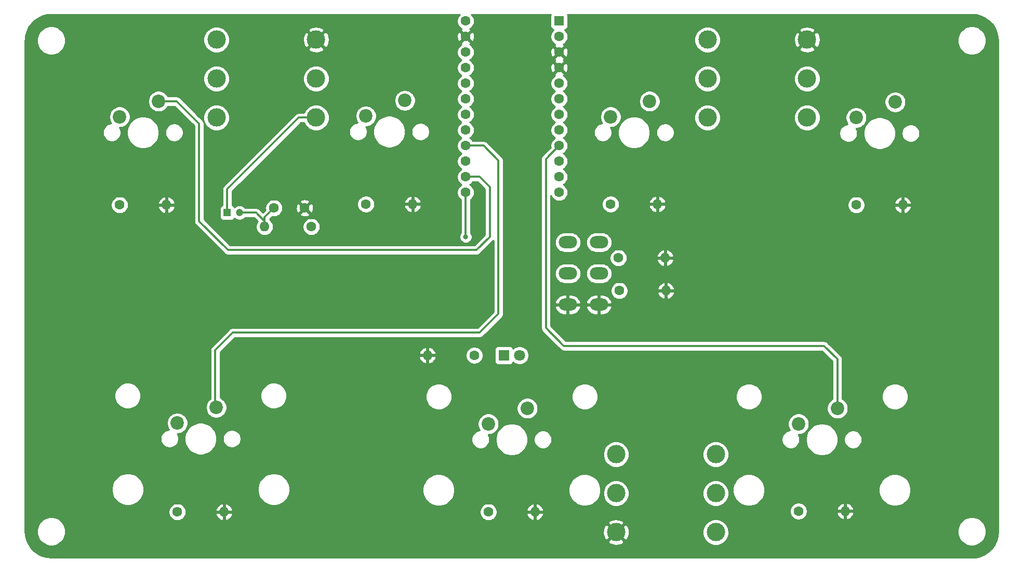
<source format=gbr>
%TF.GenerationSoftware,KiCad,Pcbnew,(5.1.8)-1*%
%TF.CreationDate,2021-10-05T14:24:12+02:00*%
%TF.ProjectId,WPP Control box,57505020-436f-46e7-9472-6f6c20626f78,rev?*%
%TF.SameCoordinates,Original*%
%TF.FileFunction,Copper,L2,Bot*%
%TF.FilePolarity,Positive*%
%FSLAX46Y46*%
G04 Gerber Fmt 4.6, Leading zero omitted, Abs format (unit mm)*
G04 Created by KiCad (PCBNEW (5.1.8)-1) date 2021-10-05 14:24:12*
%MOMM*%
%LPD*%
G01*
G04 APERTURE LIST*
%TA.AperFunction,ComponentPad*%
%ADD10C,2.200000*%
%TD*%
%TA.AperFunction,ComponentPad*%
%ADD11C,1.600000*%
%TD*%
%TA.AperFunction,ComponentPad*%
%ADD12R,1.600000X1.600000*%
%TD*%
%TA.AperFunction,ComponentPad*%
%ADD13O,3.000000X2.000000*%
%TD*%
%TA.AperFunction,ComponentPad*%
%ADD14O,1.600000X1.600000*%
%TD*%
%TA.AperFunction,ComponentPad*%
%ADD15C,3.000000*%
%TD*%
%TA.AperFunction,ComponentPad*%
%ADD16C,1.800000*%
%TD*%
%TA.AperFunction,ComponentPad*%
%ADD17R,1.800000X1.800000*%
%TD*%
%TA.AperFunction,ComponentPad*%
%ADD18C,1.200000*%
%TD*%
%TA.AperFunction,ComponentPad*%
%ADD19R,1.200000X1.200000*%
%TD*%
%TA.AperFunction,ViaPad*%
%ADD20C,0.800000*%
%TD*%
%TA.AperFunction,Conductor*%
%ADD21C,0.350000*%
%TD*%
%TA.AperFunction,Conductor*%
%ADD22C,0.254000*%
%TD*%
%TA.AperFunction,Conductor*%
%ADD23C,0.100000*%
%TD*%
G04 APERTURE END LIST*
D10*
%TO.P,UT4,2*%
%TO.N,Net-(R11-Pad1)*%
X177165000Y-47752000D03*
%TO.P,UT4,1*%
%TO.N,SW4*%
X183515000Y-45212000D03*
%TD*%
%TO.P,UT3,2*%
%TO.N,Net-(R7-Pad1)*%
X137160000Y-47625000D03*
%TO.P,UT3,1*%
%TO.N,SW3*%
X143510000Y-45085000D03*
%TD*%
%TO.P,UT2,2*%
%TO.N,Net-(R4-Pad1)*%
X97282000Y-47498000D03*
%TO.P,UT2,1*%
%TO.N,SW2*%
X103632000Y-44958000D03*
%TD*%
%TO.P,UT1,2*%
%TO.N,Net-(R2-Pad1)*%
X57150000Y-47625000D03*
%TO.P,UT1,1*%
%TO.N,SW1*%
X63500000Y-45085000D03*
%TD*%
D11*
%TO.P,U1,24*%
%TO.N,N/C*%
X113538000Y-32004000D03*
%TO.P,U1,23*%
%TO.N,GND*%
X113538000Y-34544000D03*
%TO.P,U1,22*%
%TO.N,N/C*%
X113538000Y-37084000D03*
%TO.P,U1,21*%
X113538000Y-39624000D03*
%TO.P,U1,20*%
X113538000Y-42164000D03*
%TO.P,U1,19*%
X113538000Y-44704000D03*
%TO.P,U1,18*%
X113538000Y-47244000D03*
%TO.P,U1,17*%
X113538000Y-49784000D03*
%TO.P,U1,16*%
%TO.N,SW5*%
X113538000Y-52324000D03*
%TO.P,U1,15*%
%TO.N,SW2*%
X113538000Y-54864000D03*
%TO.P,U1,14*%
%TO.N,SW1*%
X113538000Y-57404000D03*
%TO.P,U1,13*%
%TO.N,LED*%
X113538000Y-59944000D03*
%TO.P,U1,12*%
%TO.N,SW3*%
X128778000Y-59944000D03*
%TO.P,U1,11*%
%TO.N,SW4*%
X128778000Y-57404000D03*
%TO.P,U1,10*%
%TO.N,SW6*%
X128778000Y-54864000D03*
%TO.P,U1,9*%
%TO.N,SW7*%
X128778000Y-52324000D03*
%TO.P,U1,8*%
%TO.N,N/C*%
X128778000Y-49784000D03*
%TO.P,U1,7*%
X128778000Y-47244000D03*
%TO.P,U1,6*%
%TO.N,D3*%
X128778000Y-44704000D03*
%TO.P,U1,5*%
%TO.N,N/C*%
X128778000Y-42164000D03*
%TO.P,U1,4*%
%TO.N,GND*%
X128778000Y-39624000D03*
%TO.P,U1,3*%
X128778000Y-37084000D03*
%TO.P,U1,2*%
%TO.N,N/C*%
X128778000Y-34544000D03*
D12*
%TO.P,U1,1*%
X128778000Y-32004000D03*
%TD*%
D13*
%TO.P,RV1,3*%
%TO.N,Net-(J2-PadT)*%
X135255000Y-68072000D03*
%TO.P,RV1,2*%
%TO.N,Net-(J3-PadT)*%
X135255000Y-73152000D03*
%TO.P,RV1,1*%
%TO.N,GND*%
X135255000Y-78232000D03*
%TO.P,RV1,6*%
%TO.N,Net-(J2-PadR)*%
X130175000Y-68072000D03*
%TO.P,RV1,5*%
%TO.N,Net-(J3-PadR)*%
X130175000Y-73152000D03*
%TO.P,RV1,4*%
%TO.N,GND*%
X130175000Y-78232000D03*
%TD*%
D10*
%TO.P,REC1,2*%
%TO.N,Net-(R6-Pad1)*%
X117221000Y-97663000D03*
%TO.P,REC1,1*%
%TO.N,SW6*%
X123571000Y-95123000D03*
%TD*%
D14*
%TO.P,R11,2*%
%TO.N,GND*%
X184785000Y-61976000D03*
D11*
%TO.P,R11,1*%
%TO.N,Net-(R11-Pad1)*%
X177165000Y-61976000D03*
%TD*%
D14*
%TO.P,R10,2*%
%TO.N,GND*%
X175387000Y-111887000D03*
D11*
%TO.P,R10,1*%
%TO.N,Net-(MARKER1-Pad2)*%
X167767000Y-111887000D03*
%TD*%
D14*
%TO.P,R9,2*%
%TO.N,GND*%
X146050000Y-70612000D03*
D11*
%TO.P,R9,1*%
%TO.N,Net-(J3-PadR)*%
X138430000Y-70612000D03*
%TD*%
D14*
%TO.P,R8,2*%
%TO.N,GND*%
X146177000Y-75946000D03*
D11*
%TO.P,R8,1*%
%TO.N,Net-(J3-PadT)*%
X138557000Y-75946000D03*
%TD*%
D14*
%TO.P,R7,2*%
%TO.N,GND*%
X144780000Y-61849000D03*
D11*
%TO.P,R7,1*%
%TO.N,Net-(R7-Pad1)*%
X137160000Y-61849000D03*
%TD*%
D14*
%TO.P,R6,2*%
%TO.N,GND*%
X124841000Y-112014000D03*
D11*
%TO.P,R6,1*%
%TO.N,Net-(R6-Pad1)*%
X117221000Y-112014000D03*
%TD*%
D14*
%TO.P,R5,2*%
%TO.N,GND*%
X107315000Y-86487000D03*
D11*
%TO.P,R5,1*%
%TO.N,Net-(D1-Pad1)*%
X114935000Y-86487000D03*
%TD*%
D14*
%TO.P,R4,2*%
%TO.N,GND*%
X104902000Y-61849000D03*
D11*
%TO.P,R4,1*%
%TO.N,Net-(R4-Pad1)*%
X97282000Y-61849000D03*
%TD*%
D14*
%TO.P,R3,2*%
%TO.N,GND*%
X74168000Y-112014000D03*
D11*
%TO.P,R3,1*%
%TO.N,Net-(Play/Pause1-Pad2)*%
X66548000Y-112014000D03*
%TD*%
D14*
%TO.P,R2,2*%
%TO.N,GND*%
X64770000Y-61976000D03*
D11*
%TO.P,R2,1*%
%TO.N,Net-(R2-Pad1)*%
X57150000Y-61976000D03*
%TD*%
D14*
%TO.P,R1,2*%
%TO.N,Net-(C1-Pad1)*%
X80772000Y-65532000D03*
D11*
%TO.P,R1,1*%
%TO.N,D3*%
X88392000Y-65532000D03*
%TD*%
D10*
%TO.P,Play/Pause1,2*%
%TO.N,Net-(Play/Pause1-Pad2)*%
X66548000Y-97536000D03*
%TO.P,Play/Pause1,1*%
%TO.N,SW5*%
X72898000Y-94996000D03*
%TD*%
%TO.P,MARKER1,2*%
%TO.N,Net-(MARKER1-Pad2)*%
X167767000Y-97663000D03*
%TO.P,MARKER1,1*%
%TO.N,SW7*%
X174117000Y-95123000D03*
%TD*%
D15*
%TO.P,J3,TN*%
%TO.N,N/C*%
X154279000Y-102616000D03*
%TO.P,J3,SN*%
X154279000Y-115316000D03*
%TO.P,J3,RN*%
X154279000Y-108966000D03*
%TO.P,J3,T*%
%TO.N,Net-(J3-PadT)*%
X138049000Y-102616000D03*
%TO.P,J3,S*%
%TO.N,GND*%
X138049000Y-115316000D03*
%TO.P,J3,R*%
%TO.N,Net-(J3-PadR)*%
X138049000Y-108966000D03*
%TD*%
%TO.P,J2,TN*%
%TO.N,N/C*%
X152934000Y-47752000D03*
%TO.P,J2,SN*%
X152934000Y-35052000D03*
%TO.P,J2,RN*%
X152934000Y-41402000D03*
%TO.P,J2,T*%
%TO.N,Net-(J2-PadT)*%
X169164000Y-47752000D03*
%TO.P,J2,S*%
%TO.N,GND*%
X169164000Y-35052000D03*
%TO.P,J2,R*%
%TO.N,Net-(J2-PadR)*%
X169164000Y-41402000D03*
%TD*%
%TO.P,J1,TN*%
%TO.N,N/C*%
X72924000Y-47752000D03*
%TO.P,J1,SN*%
X72924000Y-35052000D03*
%TO.P,J1,RN*%
X72924000Y-41402000D03*
%TO.P,J1,T*%
%TO.N,Net-(C2-Pad1)*%
X89154000Y-47752000D03*
%TO.P,J1,S*%
%TO.N,GND*%
X89154000Y-35052000D03*
%TO.P,J1,R*%
%TO.N,N/C*%
X89154000Y-41402000D03*
%TD*%
D16*
%TO.P,D1,2*%
%TO.N,LED*%
X122301000Y-86487000D03*
D17*
%TO.P,D1,1*%
%TO.N,Net-(D1-Pad1)*%
X119761000Y-86487000D03*
%TD*%
D18*
%TO.P,C2,2*%
%TO.N,Net-(C1-Pad1)*%
X76676000Y-63246000D03*
D19*
%TO.P,C2,1*%
%TO.N,Net-(C2-Pad1)*%
X74676000Y-63246000D03*
%TD*%
D11*
%TO.P,C1,2*%
%TO.N,GND*%
X87296000Y-62484000D03*
%TO.P,C1,1*%
%TO.N,Net-(C1-Pad1)*%
X82296000Y-62484000D03*
%TD*%
D20*
%TO.N,LED*%
X113538000Y-67183000D03*
%TD*%
D21*
%TO.N,Net-(C1-Pad1)*%
X76676000Y-63246000D02*
X79375000Y-63246000D01*
X80772000Y-64643000D02*
X80772000Y-65532000D01*
X79375000Y-63246000D02*
X80772000Y-64643000D01*
X80772000Y-64008000D02*
X82296000Y-62484000D01*
X80772000Y-65532000D02*
X80772000Y-64008000D01*
%TO.N,Net-(C2-Pad1)*%
X89154000Y-47752000D02*
X86360000Y-47752000D01*
X74676000Y-59436000D02*
X74676000Y-63246000D01*
X86360000Y-47752000D02*
X74676000Y-59436000D01*
%TO.N,LED*%
X113538000Y-59944000D02*
X113538000Y-67183000D01*
%TO.N,SW7*%
X174117000Y-87122000D02*
X174117000Y-95123000D01*
X171958000Y-84963000D02*
X174117000Y-87122000D01*
X129540000Y-84963000D02*
X171958000Y-84963000D01*
X126619000Y-82042000D02*
X129540000Y-84963000D01*
X126619000Y-54483000D02*
X126619000Y-82042000D01*
X128778000Y-52324000D02*
X126619000Y-54483000D01*
%TO.N,SW5*%
X72733001Y-94831001D02*
X72898000Y-94996000D01*
X72733001Y-85635999D02*
X72733001Y-94831001D01*
X75565000Y-82804000D02*
X72733001Y-85635999D01*
X115824000Y-82804000D02*
X75565000Y-82804000D01*
X118872000Y-79756000D02*
X115824000Y-82804000D01*
X118872000Y-54737000D02*
X118872000Y-79756000D01*
X116459000Y-52324000D02*
X118872000Y-54737000D01*
X113538000Y-52324000D02*
X116459000Y-52324000D01*
%TO.N,SW1*%
X63500000Y-45085000D02*
X66421000Y-45085000D01*
X66421000Y-45085000D02*
X70104000Y-48768000D01*
X70104000Y-48768000D02*
X70104000Y-64643000D01*
X70104000Y-64643000D02*
X74803000Y-69342000D01*
X74803000Y-69342000D02*
X115316000Y-69342000D01*
X115316000Y-69342000D02*
X117475000Y-67183000D01*
X117475000Y-67183000D02*
X117475000Y-59055000D01*
X115824000Y-57404000D02*
X113538000Y-57404000D01*
X117475000Y-59055000D02*
X115824000Y-57404000D01*
%TD*%
D22*
%TO.N,GND*%
X112423363Y-31089241D02*
X112266320Y-31324273D01*
X112158147Y-31585426D01*
X112103000Y-31862665D01*
X112103000Y-32145335D01*
X112158147Y-32422574D01*
X112266320Y-32683727D01*
X112423363Y-32918759D01*
X112623241Y-33118637D01*
X112857128Y-33274915D01*
X112796486Y-33307329D01*
X112724903Y-33551298D01*
X113538000Y-34364395D01*
X114351097Y-33551298D01*
X114279514Y-33307329D01*
X114215008Y-33276806D01*
X114217727Y-33275680D01*
X114452759Y-33118637D01*
X114652637Y-32918759D01*
X114809680Y-32683727D01*
X114917853Y-32422574D01*
X114973000Y-32145335D01*
X114973000Y-31862665D01*
X114917853Y-31585426D01*
X114809680Y-31324273D01*
X114652637Y-31089241D01*
X114482396Y-30919000D01*
X127410317Y-30919000D01*
X127388498Y-30959820D01*
X127352188Y-31079518D01*
X127339928Y-31204000D01*
X127339928Y-32804000D01*
X127352188Y-32928482D01*
X127388498Y-33048180D01*
X127447463Y-33158494D01*
X127526815Y-33255185D01*
X127623506Y-33334537D01*
X127733820Y-33393502D01*
X127853518Y-33429812D01*
X127861961Y-33430643D01*
X127663363Y-33629241D01*
X127506320Y-33864273D01*
X127398147Y-34125426D01*
X127343000Y-34402665D01*
X127343000Y-34685335D01*
X127398147Y-34962574D01*
X127506320Y-35223727D01*
X127663363Y-35458759D01*
X127863241Y-35658637D01*
X128097128Y-35814915D01*
X128036486Y-35847329D01*
X127964903Y-36091298D01*
X128778000Y-36904395D01*
X129591097Y-36091298D01*
X129519514Y-35847329D01*
X129455008Y-35816806D01*
X129457727Y-35815680D01*
X129692759Y-35658637D01*
X129892637Y-35458759D01*
X130049680Y-35223727D01*
X130157853Y-34962574D01*
X130181892Y-34841721D01*
X150799000Y-34841721D01*
X150799000Y-35262279D01*
X150881047Y-35674756D01*
X151041988Y-36063302D01*
X151275637Y-36412983D01*
X151573017Y-36710363D01*
X151922698Y-36944012D01*
X152311244Y-37104953D01*
X152723721Y-37187000D01*
X153144279Y-37187000D01*
X153556756Y-37104953D01*
X153945302Y-36944012D01*
X154294983Y-36710363D01*
X154461693Y-36543653D01*
X167851952Y-36543653D01*
X168007962Y-36859214D01*
X168382745Y-37050020D01*
X168787551Y-37164044D01*
X169206824Y-37196902D01*
X169624451Y-37147334D01*
X170024383Y-37017243D01*
X170320038Y-36859214D01*
X170476048Y-36543653D01*
X169164000Y-35231605D01*
X167851952Y-36543653D01*
X154461693Y-36543653D01*
X154592363Y-36412983D01*
X154826012Y-36063302D01*
X154986953Y-35674756D01*
X155069000Y-35262279D01*
X155069000Y-35094824D01*
X167019098Y-35094824D01*
X167068666Y-35512451D01*
X167198757Y-35912383D01*
X167356786Y-36208038D01*
X167672347Y-36364048D01*
X168984395Y-35052000D01*
X169343605Y-35052000D01*
X170655653Y-36364048D01*
X170971214Y-36208038D01*
X171162020Y-35833255D01*
X171276044Y-35428449D01*
X171308902Y-35009176D01*
X171302255Y-34953170D01*
X193668340Y-34953170D01*
X193668340Y-35414830D01*
X193758406Y-35867620D01*
X193935075Y-36294139D01*
X194191560Y-36677996D01*
X194518004Y-37004440D01*
X194901861Y-37260925D01*
X195328380Y-37437594D01*
X195781170Y-37527660D01*
X196242830Y-37527660D01*
X196695620Y-37437594D01*
X197122139Y-37260925D01*
X197505996Y-37004440D01*
X197832440Y-36677996D01*
X198088925Y-36294139D01*
X198265594Y-35867620D01*
X198355660Y-35414830D01*
X198355660Y-34953170D01*
X198265594Y-34500380D01*
X198088925Y-34073861D01*
X197832440Y-33690004D01*
X197505996Y-33363560D01*
X197122139Y-33107075D01*
X196695620Y-32930406D01*
X196242830Y-32840340D01*
X195781170Y-32840340D01*
X195328380Y-32930406D01*
X194901861Y-33107075D01*
X194518004Y-33363560D01*
X194191560Y-33690004D01*
X193935075Y-34073861D01*
X193758406Y-34500380D01*
X193668340Y-34953170D01*
X171302255Y-34953170D01*
X171259334Y-34591549D01*
X171129243Y-34191617D01*
X170971214Y-33895962D01*
X170655653Y-33739952D01*
X169343605Y-35052000D01*
X168984395Y-35052000D01*
X167672347Y-33739952D01*
X167356786Y-33895962D01*
X167165980Y-34270745D01*
X167051956Y-34675551D01*
X167019098Y-35094824D01*
X155069000Y-35094824D01*
X155069000Y-34841721D01*
X154986953Y-34429244D01*
X154826012Y-34040698D01*
X154592363Y-33691017D01*
X154461693Y-33560347D01*
X167851952Y-33560347D01*
X169164000Y-34872395D01*
X170476048Y-33560347D01*
X170320038Y-33244786D01*
X169945255Y-33053980D01*
X169540449Y-32939956D01*
X169121176Y-32907098D01*
X168703549Y-32956666D01*
X168303617Y-33086757D01*
X168007962Y-33244786D01*
X167851952Y-33560347D01*
X154461693Y-33560347D01*
X154294983Y-33393637D01*
X153945302Y-33159988D01*
X153556756Y-32999047D01*
X153144279Y-32917000D01*
X152723721Y-32917000D01*
X152311244Y-32999047D01*
X151922698Y-33159988D01*
X151573017Y-33393637D01*
X151275637Y-33691017D01*
X151041988Y-34040698D01*
X150881047Y-34429244D01*
X150799000Y-34841721D01*
X130181892Y-34841721D01*
X130213000Y-34685335D01*
X130213000Y-34402665D01*
X130157853Y-34125426D01*
X130049680Y-33864273D01*
X129892637Y-33629241D01*
X129694039Y-33430643D01*
X129702482Y-33429812D01*
X129822180Y-33393502D01*
X129932494Y-33334537D01*
X130029185Y-33255185D01*
X130108537Y-33158494D01*
X130167502Y-33048180D01*
X130203812Y-32928482D01*
X130216072Y-32804000D01*
X130216072Y-31204000D01*
X130203812Y-31079518D01*
X130167502Y-30959820D01*
X130145683Y-30919000D01*
X195979258Y-30919000D01*
X196766747Y-30989282D01*
X197497645Y-31189233D01*
X198181577Y-31515452D01*
X198796928Y-31957626D01*
X199324256Y-32501787D01*
X199746888Y-33130728D01*
X200051463Y-33824570D01*
X200229715Y-34567038D01*
X200277001Y-35210963D01*
X200277000Y-115151280D01*
X200206720Y-115938748D01*
X200006770Y-116669641D01*
X199680549Y-117353577D01*
X199238374Y-117968928D01*
X198694211Y-118496259D01*
X198065270Y-118918890D01*
X197371431Y-119223463D01*
X196628960Y-119401715D01*
X195985051Y-119449000D01*
X46044731Y-119449000D01*
X45257252Y-119378719D01*
X44526357Y-119178769D01*
X43842425Y-118852550D01*
X43227072Y-118410374D01*
X42699741Y-117866211D01*
X42277114Y-117237274D01*
X41972536Y-116543429D01*
X41794286Y-115800961D01*
X41747000Y-115157051D01*
X41747000Y-114953170D01*
X43668339Y-114953170D01*
X43668339Y-115414830D01*
X43758405Y-115867621D01*
X43935075Y-116294140D01*
X44191560Y-116677997D01*
X44518003Y-117004440D01*
X44901860Y-117260925D01*
X45328379Y-117437595D01*
X45781170Y-117527661D01*
X46242830Y-117527661D01*
X46695621Y-117437595D01*
X47122140Y-117260925D01*
X47505997Y-117004440D01*
X47702784Y-116807653D01*
X136736952Y-116807653D01*
X136892962Y-117123214D01*
X137267745Y-117314020D01*
X137672551Y-117428044D01*
X138091824Y-117460902D01*
X138509451Y-117411334D01*
X138909383Y-117281243D01*
X139205038Y-117123214D01*
X139361048Y-116807653D01*
X138049000Y-115495605D01*
X136736952Y-116807653D01*
X47702784Y-116807653D01*
X47832440Y-116677997D01*
X48088925Y-116294140D01*
X48265595Y-115867621D01*
X48355661Y-115414830D01*
X48355661Y-115358824D01*
X135904098Y-115358824D01*
X135953666Y-115776451D01*
X136083757Y-116176383D01*
X136241786Y-116472038D01*
X136557347Y-116628048D01*
X137869395Y-115316000D01*
X138228605Y-115316000D01*
X139540653Y-116628048D01*
X139856214Y-116472038D01*
X140047020Y-116097255D01*
X140161044Y-115692449D01*
X140193902Y-115273176D01*
X140174027Y-115105721D01*
X152144000Y-115105721D01*
X152144000Y-115526279D01*
X152226047Y-115938756D01*
X152386988Y-116327302D01*
X152620637Y-116676983D01*
X152918017Y-116974363D01*
X153267698Y-117208012D01*
X153656244Y-117368953D01*
X154068721Y-117451000D01*
X154489279Y-117451000D01*
X154901756Y-117368953D01*
X155290302Y-117208012D01*
X155639983Y-116974363D01*
X155937363Y-116676983D01*
X156171012Y-116327302D01*
X156331953Y-115938756D01*
X156414000Y-115526279D01*
X156414000Y-115105721D01*
X156383656Y-114953170D01*
X193668340Y-114953170D01*
X193668340Y-115414830D01*
X193758406Y-115867620D01*
X193935075Y-116294139D01*
X194191560Y-116677996D01*
X194518004Y-117004440D01*
X194901861Y-117260925D01*
X195328380Y-117437594D01*
X195781170Y-117527660D01*
X196242830Y-117527660D01*
X196695620Y-117437594D01*
X197122139Y-117260925D01*
X197505996Y-117004440D01*
X197832440Y-116677996D01*
X198088925Y-116294139D01*
X198265594Y-115867620D01*
X198355660Y-115414830D01*
X198355660Y-114953170D01*
X198265594Y-114500380D01*
X198088925Y-114073861D01*
X197832440Y-113690004D01*
X197505996Y-113363560D01*
X197122139Y-113107075D01*
X196695620Y-112930406D01*
X196242830Y-112840340D01*
X195781170Y-112840340D01*
X195328380Y-112930406D01*
X194901861Y-113107075D01*
X194518004Y-113363560D01*
X194191560Y-113690004D01*
X193935075Y-114073861D01*
X193758406Y-114500380D01*
X193668340Y-114953170D01*
X156383656Y-114953170D01*
X156331953Y-114693244D01*
X156171012Y-114304698D01*
X155937363Y-113955017D01*
X155639983Y-113657637D01*
X155290302Y-113423988D01*
X154901756Y-113263047D01*
X154489279Y-113181000D01*
X154068721Y-113181000D01*
X153656244Y-113263047D01*
X153267698Y-113423988D01*
X152918017Y-113657637D01*
X152620637Y-113955017D01*
X152386988Y-114304698D01*
X152226047Y-114693244D01*
X152144000Y-115105721D01*
X140174027Y-115105721D01*
X140144334Y-114855549D01*
X140014243Y-114455617D01*
X139856214Y-114159962D01*
X139540653Y-114003952D01*
X138228605Y-115316000D01*
X137869395Y-115316000D01*
X136557347Y-114003952D01*
X136241786Y-114159962D01*
X136050980Y-114534745D01*
X135936956Y-114939551D01*
X135904098Y-115358824D01*
X48355661Y-115358824D01*
X48355661Y-114953170D01*
X48265595Y-114500379D01*
X48088925Y-114073860D01*
X47922206Y-113824347D01*
X136736952Y-113824347D01*
X138049000Y-115136395D01*
X139361048Y-113824347D01*
X139205038Y-113508786D01*
X138830255Y-113317980D01*
X138425449Y-113203956D01*
X138006176Y-113171098D01*
X137588549Y-113220666D01*
X137188617Y-113350757D01*
X136892962Y-113508786D01*
X136736952Y-113824347D01*
X47922206Y-113824347D01*
X47832440Y-113690003D01*
X47505997Y-113363560D01*
X47122140Y-113107075D01*
X46695621Y-112930405D01*
X46242830Y-112840339D01*
X45781170Y-112840339D01*
X45328379Y-112930405D01*
X44901860Y-113107075D01*
X44518003Y-113363560D01*
X44191560Y-113690003D01*
X43935075Y-114073860D01*
X43758405Y-114500379D01*
X43668339Y-114953170D01*
X41747000Y-114953170D01*
X41747000Y-111872665D01*
X65113000Y-111872665D01*
X65113000Y-112155335D01*
X65168147Y-112432574D01*
X65276320Y-112693727D01*
X65433363Y-112928759D01*
X65633241Y-113128637D01*
X65868273Y-113285680D01*
X66129426Y-113393853D01*
X66406665Y-113449000D01*
X66689335Y-113449000D01*
X66966574Y-113393853D01*
X67227727Y-113285680D01*
X67462759Y-113128637D01*
X67662637Y-112928759D01*
X67819680Y-112693727D01*
X67927853Y-112432574D01*
X67941684Y-112363039D01*
X72776096Y-112363039D01*
X72816754Y-112497087D01*
X72936963Y-112751420D01*
X73104481Y-112977414D01*
X73312869Y-113166385D01*
X73554119Y-113311070D01*
X73818960Y-113405909D01*
X74041000Y-113284624D01*
X74041000Y-112141000D01*
X74295000Y-112141000D01*
X74295000Y-113284624D01*
X74517040Y-113405909D01*
X74781881Y-113311070D01*
X75023131Y-113166385D01*
X75231519Y-112977414D01*
X75399037Y-112751420D01*
X75519246Y-112497087D01*
X75559904Y-112363039D01*
X75437915Y-112141000D01*
X74295000Y-112141000D01*
X74041000Y-112141000D01*
X72898085Y-112141000D01*
X72776096Y-112363039D01*
X67941684Y-112363039D01*
X67983000Y-112155335D01*
X67983000Y-111872665D01*
X67941685Y-111664961D01*
X72776096Y-111664961D01*
X72898085Y-111887000D01*
X74041000Y-111887000D01*
X74041000Y-110743376D01*
X74295000Y-110743376D01*
X74295000Y-111887000D01*
X75437915Y-111887000D01*
X75445790Y-111872665D01*
X115786000Y-111872665D01*
X115786000Y-112155335D01*
X115841147Y-112432574D01*
X115949320Y-112693727D01*
X116106363Y-112928759D01*
X116306241Y-113128637D01*
X116541273Y-113285680D01*
X116802426Y-113393853D01*
X117079665Y-113449000D01*
X117362335Y-113449000D01*
X117639574Y-113393853D01*
X117900727Y-113285680D01*
X118135759Y-113128637D01*
X118335637Y-112928759D01*
X118492680Y-112693727D01*
X118600853Y-112432574D01*
X118614684Y-112363039D01*
X123449096Y-112363039D01*
X123489754Y-112497087D01*
X123609963Y-112751420D01*
X123777481Y-112977414D01*
X123985869Y-113166385D01*
X124227119Y-113311070D01*
X124491960Y-113405909D01*
X124714000Y-113284624D01*
X124714000Y-112141000D01*
X124968000Y-112141000D01*
X124968000Y-113284624D01*
X125190040Y-113405909D01*
X125454881Y-113311070D01*
X125696131Y-113166385D01*
X125904519Y-112977414D01*
X126072037Y-112751420D01*
X126192246Y-112497087D01*
X126232904Y-112363039D01*
X126110915Y-112141000D01*
X124968000Y-112141000D01*
X124714000Y-112141000D01*
X123571085Y-112141000D01*
X123449096Y-112363039D01*
X118614684Y-112363039D01*
X118656000Y-112155335D01*
X118656000Y-111872665D01*
X118614685Y-111664961D01*
X123449096Y-111664961D01*
X123571085Y-111887000D01*
X124714000Y-111887000D01*
X124714000Y-110743376D01*
X124968000Y-110743376D01*
X124968000Y-111887000D01*
X126110915Y-111887000D01*
X126188564Y-111745665D01*
X166332000Y-111745665D01*
X166332000Y-112028335D01*
X166387147Y-112305574D01*
X166495320Y-112566727D01*
X166652363Y-112801759D01*
X166852241Y-113001637D01*
X167087273Y-113158680D01*
X167348426Y-113266853D01*
X167625665Y-113322000D01*
X167908335Y-113322000D01*
X168185574Y-113266853D01*
X168446727Y-113158680D01*
X168681759Y-113001637D01*
X168881637Y-112801759D01*
X169038680Y-112566727D01*
X169146853Y-112305574D01*
X169160684Y-112236039D01*
X173995096Y-112236039D01*
X174035754Y-112370087D01*
X174155963Y-112624420D01*
X174323481Y-112850414D01*
X174531869Y-113039385D01*
X174773119Y-113184070D01*
X175037960Y-113278909D01*
X175260000Y-113157624D01*
X175260000Y-112014000D01*
X175514000Y-112014000D01*
X175514000Y-113157624D01*
X175736040Y-113278909D01*
X176000881Y-113184070D01*
X176242131Y-113039385D01*
X176450519Y-112850414D01*
X176618037Y-112624420D01*
X176738246Y-112370087D01*
X176778904Y-112236039D01*
X176656915Y-112014000D01*
X175514000Y-112014000D01*
X175260000Y-112014000D01*
X174117085Y-112014000D01*
X173995096Y-112236039D01*
X169160684Y-112236039D01*
X169202000Y-112028335D01*
X169202000Y-111745665D01*
X169160685Y-111537961D01*
X173995096Y-111537961D01*
X174117085Y-111760000D01*
X175260000Y-111760000D01*
X175260000Y-110616376D01*
X175514000Y-110616376D01*
X175514000Y-111760000D01*
X176656915Y-111760000D01*
X176778904Y-111537961D01*
X176738246Y-111403913D01*
X176618037Y-111149580D01*
X176450519Y-110923586D01*
X176242131Y-110734615D01*
X176000881Y-110589930D01*
X175736040Y-110495091D01*
X175514000Y-110616376D01*
X175260000Y-110616376D01*
X175037960Y-110495091D01*
X174773119Y-110589930D01*
X174531869Y-110734615D01*
X174323481Y-110923586D01*
X174155963Y-111149580D01*
X174035754Y-111403913D01*
X173995096Y-111537961D01*
X169160685Y-111537961D01*
X169146853Y-111468426D01*
X169038680Y-111207273D01*
X168881637Y-110972241D01*
X168681759Y-110772363D01*
X168446727Y-110615320D01*
X168185574Y-110507147D01*
X167908335Y-110452000D01*
X167625665Y-110452000D01*
X167348426Y-110507147D01*
X167087273Y-110615320D01*
X166852241Y-110772363D01*
X166652363Y-110972241D01*
X166495320Y-111207273D01*
X166387147Y-111468426D01*
X166332000Y-111745665D01*
X126188564Y-111745665D01*
X126232904Y-111664961D01*
X126192246Y-111530913D01*
X126072037Y-111276580D01*
X125904519Y-111050586D01*
X125696131Y-110861615D01*
X125454881Y-110716930D01*
X125190040Y-110622091D01*
X124968000Y-110743376D01*
X124714000Y-110743376D01*
X124491960Y-110622091D01*
X124227119Y-110716930D01*
X123985869Y-110861615D01*
X123777481Y-111050586D01*
X123609963Y-111276580D01*
X123489754Y-111530913D01*
X123449096Y-111664961D01*
X118614685Y-111664961D01*
X118600853Y-111595426D01*
X118492680Y-111334273D01*
X118335637Y-111099241D01*
X118135759Y-110899363D01*
X117900727Y-110742320D01*
X117639574Y-110634147D01*
X117362335Y-110579000D01*
X117079665Y-110579000D01*
X116802426Y-110634147D01*
X116541273Y-110742320D01*
X116306241Y-110899363D01*
X116106363Y-111099241D01*
X115949320Y-111334273D01*
X115841147Y-111595426D01*
X115786000Y-111872665D01*
X75445790Y-111872665D01*
X75559904Y-111664961D01*
X75519246Y-111530913D01*
X75399037Y-111276580D01*
X75231519Y-111050586D01*
X75023131Y-110861615D01*
X74781881Y-110716930D01*
X74517040Y-110622091D01*
X74295000Y-110743376D01*
X74041000Y-110743376D01*
X73818960Y-110622091D01*
X73554119Y-110716930D01*
X73312869Y-110861615D01*
X73104481Y-111050586D01*
X72936963Y-111276580D01*
X72816754Y-111530913D01*
X72776096Y-111664961D01*
X67941685Y-111664961D01*
X67927853Y-111595426D01*
X67819680Y-111334273D01*
X67662637Y-111099241D01*
X67462759Y-110899363D01*
X67227727Y-110742320D01*
X66966574Y-110634147D01*
X66689335Y-110579000D01*
X66406665Y-110579000D01*
X66129426Y-110634147D01*
X65868273Y-110742320D01*
X65633241Y-110899363D01*
X65433363Y-111099241D01*
X65276320Y-111334273D01*
X65168147Y-111595426D01*
X65113000Y-111872665D01*
X41747000Y-111872665D01*
X41747000Y-108056475D01*
X55823000Y-108056475D01*
X55823000Y-108575525D01*
X55924261Y-109084601D01*
X56122893Y-109564141D01*
X56411262Y-109995715D01*
X56778285Y-110362738D01*
X57209859Y-110651107D01*
X57689399Y-110849739D01*
X58198475Y-110951000D01*
X58717525Y-110951000D01*
X59226601Y-110849739D01*
X59706141Y-110651107D01*
X60137715Y-110362738D01*
X60504738Y-109995715D01*
X60793107Y-109564141D01*
X60991739Y-109084601D01*
X61093000Y-108575525D01*
X61093000Y-108056475D01*
X79623000Y-108056475D01*
X79623000Y-108575525D01*
X79724261Y-109084601D01*
X79922893Y-109564141D01*
X80211262Y-109995715D01*
X80578285Y-110362738D01*
X81009859Y-110651107D01*
X81489399Y-110849739D01*
X81998475Y-110951000D01*
X82517525Y-110951000D01*
X83026601Y-110849739D01*
X83506141Y-110651107D01*
X83937715Y-110362738D01*
X84304738Y-109995715D01*
X84593107Y-109564141D01*
X84791739Y-109084601D01*
X84893000Y-108575525D01*
X84893000Y-108183475D01*
X106496000Y-108183475D01*
X106496000Y-108702525D01*
X106597261Y-109211601D01*
X106795893Y-109691141D01*
X107084262Y-110122715D01*
X107451285Y-110489738D01*
X107882859Y-110778107D01*
X108362399Y-110976739D01*
X108871475Y-111078000D01*
X109390525Y-111078000D01*
X109899601Y-110976739D01*
X110379141Y-110778107D01*
X110810715Y-110489738D01*
X111177738Y-110122715D01*
X111466107Y-109691141D01*
X111664739Y-109211601D01*
X111766000Y-108702525D01*
X111766000Y-108183475D01*
X130296000Y-108183475D01*
X130296000Y-108702525D01*
X130397261Y-109211601D01*
X130595893Y-109691141D01*
X130884262Y-110122715D01*
X131251285Y-110489738D01*
X131682859Y-110778107D01*
X132162399Y-110976739D01*
X132671475Y-111078000D01*
X133190525Y-111078000D01*
X133699601Y-110976739D01*
X134179141Y-110778107D01*
X134610715Y-110489738D01*
X134977738Y-110122715D01*
X135266107Y-109691141D01*
X135464739Y-109211601D01*
X135555418Y-108755721D01*
X135914000Y-108755721D01*
X135914000Y-109176279D01*
X135996047Y-109588756D01*
X136156988Y-109977302D01*
X136390637Y-110326983D01*
X136688017Y-110624363D01*
X137037698Y-110858012D01*
X137426244Y-111018953D01*
X137838721Y-111101000D01*
X138259279Y-111101000D01*
X138671756Y-111018953D01*
X139060302Y-110858012D01*
X139409983Y-110624363D01*
X139707363Y-110326983D01*
X139941012Y-109977302D01*
X140101953Y-109588756D01*
X140184000Y-109176279D01*
X140184000Y-108755721D01*
X152144000Y-108755721D01*
X152144000Y-109176279D01*
X152226047Y-109588756D01*
X152386988Y-109977302D01*
X152620637Y-110326983D01*
X152918017Y-110624363D01*
X153267698Y-110858012D01*
X153656244Y-111018953D01*
X154068721Y-111101000D01*
X154489279Y-111101000D01*
X154901756Y-111018953D01*
X155290302Y-110858012D01*
X155639983Y-110624363D01*
X155937363Y-110326983D01*
X156171012Y-109977302D01*
X156331953Y-109588756D01*
X156414000Y-109176279D01*
X156414000Y-108755721D01*
X156331953Y-108343244D01*
X156265775Y-108183475D01*
X157042000Y-108183475D01*
X157042000Y-108702525D01*
X157143261Y-109211601D01*
X157341893Y-109691141D01*
X157630262Y-110122715D01*
X157997285Y-110489738D01*
X158428859Y-110778107D01*
X158908399Y-110976739D01*
X159417475Y-111078000D01*
X159936525Y-111078000D01*
X160445601Y-110976739D01*
X160925141Y-110778107D01*
X161356715Y-110489738D01*
X161723738Y-110122715D01*
X162012107Y-109691141D01*
X162210739Y-109211601D01*
X162312000Y-108702525D01*
X162312000Y-108183475D01*
X180842000Y-108183475D01*
X180842000Y-108702525D01*
X180943261Y-109211601D01*
X181141893Y-109691141D01*
X181430262Y-110122715D01*
X181797285Y-110489738D01*
X182228859Y-110778107D01*
X182708399Y-110976739D01*
X183217475Y-111078000D01*
X183736525Y-111078000D01*
X184245601Y-110976739D01*
X184725141Y-110778107D01*
X185156715Y-110489738D01*
X185523738Y-110122715D01*
X185812107Y-109691141D01*
X186010739Y-109211601D01*
X186112000Y-108702525D01*
X186112000Y-108183475D01*
X186010739Y-107674399D01*
X185812107Y-107194859D01*
X185523738Y-106763285D01*
X185156715Y-106396262D01*
X184725141Y-106107893D01*
X184245601Y-105909261D01*
X183736525Y-105808000D01*
X183217475Y-105808000D01*
X182708399Y-105909261D01*
X182228859Y-106107893D01*
X181797285Y-106396262D01*
X181430262Y-106763285D01*
X181141893Y-107194859D01*
X180943261Y-107674399D01*
X180842000Y-108183475D01*
X162312000Y-108183475D01*
X162210739Y-107674399D01*
X162012107Y-107194859D01*
X161723738Y-106763285D01*
X161356715Y-106396262D01*
X160925141Y-106107893D01*
X160445601Y-105909261D01*
X159936525Y-105808000D01*
X159417475Y-105808000D01*
X158908399Y-105909261D01*
X158428859Y-106107893D01*
X157997285Y-106396262D01*
X157630262Y-106763285D01*
X157341893Y-107194859D01*
X157143261Y-107674399D01*
X157042000Y-108183475D01*
X156265775Y-108183475D01*
X156171012Y-107954698D01*
X155937363Y-107605017D01*
X155639983Y-107307637D01*
X155290302Y-107073988D01*
X154901756Y-106913047D01*
X154489279Y-106831000D01*
X154068721Y-106831000D01*
X153656244Y-106913047D01*
X153267698Y-107073988D01*
X152918017Y-107307637D01*
X152620637Y-107605017D01*
X152386988Y-107954698D01*
X152226047Y-108343244D01*
X152144000Y-108755721D01*
X140184000Y-108755721D01*
X140101953Y-108343244D01*
X139941012Y-107954698D01*
X139707363Y-107605017D01*
X139409983Y-107307637D01*
X139060302Y-107073988D01*
X138671756Y-106913047D01*
X138259279Y-106831000D01*
X137838721Y-106831000D01*
X137426244Y-106913047D01*
X137037698Y-107073988D01*
X136688017Y-107307637D01*
X136390637Y-107605017D01*
X136156988Y-107954698D01*
X135996047Y-108343244D01*
X135914000Y-108755721D01*
X135555418Y-108755721D01*
X135566000Y-108702525D01*
X135566000Y-108183475D01*
X135464739Y-107674399D01*
X135266107Y-107194859D01*
X134977738Y-106763285D01*
X134610715Y-106396262D01*
X134179141Y-106107893D01*
X133699601Y-105909261D01*
X133190525Y-105808000D01*
X132671475Y-105808000D01*
X132162399Y-105909261D01*
X131682859Y-106107893D01*
X131251285Y-106396262D01*
X130884262Y-106763285D01*
X130595893Y-107194859D01*
X130397261Y-107674399D01*
X130296000Y-108183475D01*
X111766000Y-108183475D01*
X111664739Y-107674399D01*
X111466107Y-107194859D01*
X111177738Y-106763285D01*
X110810715Y-106396262D01*
X110379141Y-106107893D01*
X109899601Y-105909261D01*
X109390525Y-105808000D01*
X108871475Y-105808000D01*
X108362399Y-105909261D01*
X107882859Y-106107893D01*
X107451285Y-106396262D01*
X107084262Y-106763285D01*
X106795893Y-107194859D01*
X106597261Y-107674399D01*
X106496000Y-108183475D01*
X84893000Y-108183475D01*
X84893000Y-108056475D01*
X84791739Y-107547399D01*
X84593107Y-107067859D01*
X84304738Y-106636285D01*
X83937715Y-106269262D01*
X83506141Y-105980893D01*
X83026601Y-105782261D01*
X82517525Y-105681000D01*
X81998475Y-105681000D01*
X81489399Y-105782261D01*
X81009859Y-105980893D01*
X80578285Y-106269262D01*
X80211262Y-106636285D01*
X79922893Y-107067859D01*
X79724261Y-107547399D01*
X79623000Y-108056475D01*
X61093000Y-108056475D01*
X60991739Y-107547399D01*
X60793107Y-107067859D01*
X60504738Y-106636285D01*
X60137715Y-106269262D01*
X59706141Y-105980893D01*
X59226601Y-105782261D01*
X58717525Y-105681000D01*
X58198475Y-105681000D01*
X57689399Y-105782261D01*
X57209859Y-105980893D01*
X56778285Y-106269262D01*
X56411262Y-106636285D01*
X56122893Y-107067859D01*
X55924261Y-107547399D01*
X55823000Y-108056475D01*
X41747000Y-108056475D01*
X41747000Y-99929740D01*
X63793000Y-99929740D01*
X63793000Y-100222260D01*
X63850068Y-100509158D01*
X63962010Y-100779411D01*
X64124525Y-101022632D01*
X64331368Y-101229475D01*
X64574589Y-101391990D01*
X64844842Y-101503932D01*
X65131740Y-101561000D01*
X65424260Y-101561000D01*
X65711158Y-101503932D01*
X65981411Y-101391990D01*
X66224632Y-101229475D01*
X66431475Y-101022632D01*
X66593990Y-100779411D01*
X66705932Y-100509158D01*
X66763000Y-100222260D01*
X66763000Y-99929740D01*
X66740471Y-99816475D01*
X67723000Y-99816475D01*
X67723000Y-100335525D01*
X67824261Y-100844601D01*
X68022893Y-101324141D01*
X68311262Y-101755715D01*
X68678285Y-102122738D01*
X69109859Y-102411107D01*
X69589399Y-102609739D01*
X70098475Y-102711000D01*
X70617525Y-102711000D01*
X71126601Y-102609739D01*
X71606141Y-102411107D01*
X72037715Y-102122738D01*
X72404738Y-101755715D01*
X72693107Y-101324141D01*
X72891739Y-100844601D01*
X72993000Y-100335525D01*
X72993000Y-99929740D01*
X73953000Y-99929740D01*
X73953000Y-100222260D01*
X74010068Y-100509158D01*
X74122010Y-100779411D01*
X74284525Y-101022632D01*
X74491368Y-101229475D01*
X74734589Y-101391990D01*
X75004842Y-101503932D01*
X75291740Y-101561000D01*
X75584260Y-101561000D01*
X75871158Y-101503932D01*
X76141411Y-101391990D01*
X76384632Y-101229475D01*
X76591475Y-101022632D01*
X76753990Y-100779411D01*
X76865932Y-100509158D01*
X76923000Y-100222260D01*
X76923000Y-100056740D01*
X114466000Y-100056740D01*
X114466000Y-100349260D01*
X114523068Y-100636158D01*
X114635010Y-100906411D01*
X114797525Y-101149632D01*
X115004368Y-101356475D01*
X115247589Y-101518990D01*
X115517842Y-101630932D01*
X115804740Y-101688000D01*
X116097260Y-101688000D01*
X116384158Y-101630932D01*
X116654411Y-101518990D01*
X116897632Y-101356475D01*
X117104475Y-101149632D01*
X117266990Y-100906411D01*
X117378932Y-100636158D01*
X117436000Y-100349260D01*
X117436000Y-100056740D01*
X117413471Y-99943475D01*
X118396000Y-99943475D01*
X118396000Y-100462525D01*
X118497261Y-100971601D01*
X118695893Y-101451141D01*
X118984262Y-101882715D01*
X119351285Y-102249738D01*
X119782859Y-102538107D01*
X120262399Y-102736739D01*
X120771475Y-102838000D01*
X121290525Y-102838000D01*
X121799601Y-102736739D01*
X122279141Y-102538107D01*
X122477270Y-102405721D01*
X135914000Y-102405721D01*
X135914000Y-102826279D01*
X135996047Y-103238756D01*
X136156988Y-103627302D01*
X136390637Y-103976983D01*
X136688017Y-104274363D01*
X137037698Y-104508012D01*
X137426244Y-104668953D01*
X137838721Y-104751000D01*
X138259279Y-104751000D01*
X138671756Y-104668953D01*
X139060302Y-104508012D01*
X139409983Y-104274363D01*
X139707363Y-103976983D01*
X139941012Y-103627302D01*
X140101953Y-103238756D01*
X140184000Y-102826279D01*
X140184000Y-102405721D01*
X152144000Y-102405721D01*
X152144000Y-102826279D01*
X152226047Y-103238756D01*
X152386988Y-103627302D01*
X152620637Y-103976983D01*
X152918017Y-104274363D01*
X153267698Y-104508012D01*
X153656244Y-104668953D01*
X154068721Y-104751000D01*
X154489279Y-104751000D01*
X154901756Y-104668953D01*
X155290302Y-104508012D01*
X155639983Y-104274363D01*
X155937363Y-103976983D01*
X156171012Y-103627302D01*
X156331953Y-103238756D01*
X156414000Y-102826279D01*
X156414000Y-102405721D01*
X156331953Y-101993244D01*
X156171012Y-101604698D01*
X155937363Y-101255017D01*
X155639983Y-100957637D01*
X155290302Y-100723988D01*
X154901756Y-100563047D01*
X154489279Y-100481000D01*
X154068721Y-100481000D01*
X153656244Y-100563047D01*
X153267698Y-100723988D01*
X152918017Y-100957637D01*
X152620637Y-101255017D01*
X152386988Y-101604698D01*
X152226047Y-101993244D01*
X152144000Y-102405721D01*
X140184000Y-102405721D01*
X140101953Y-101993244D01*
X139941012Y-101604698D01*
X139707363Y-101255017D01*
X139409983Y-100957637D01*
X139060302Y-100723988D01*
X138671756Y-100563047D01*
X138259279Y-100481000D01*
X137838721Y-100481000D01*
X137426244Y-100563047D01*
X137037698Y-100723988D01*
X136688017Y-100957637D01*
X136390637Y-101255017D01*
X136156988Y-101604698D01*
X135996047Y-101993244D01*
X135914000Y-102405721D01*
X122477270Y-102405721D01*
X122710715Y-102249738D01*
X123077738Y-101882715D01*
X123366107Y-101451141D01*
X123564739Y-100971601D01*
X123666000Y-100462525D01*
X123666000Y-100056740D01*
X124626000Y-100056740D01*
X124626000Y-100349260D01*
X124683068Y-100636158D01*
X124795010Y-100906411D01*
X124957525Y-101149632D01*
X125164368Y-101356475D01*
X125407589Y-101518990D01*
X125677842Y-101630932D01*
X125964740Y-101688000D01*
X126257260Y-101688000D01*
X126544158Y-101630932D01*
X126814411Y-101518990D01*
X127057632Y-101356475D01*
X127264475Y-101149632D01*
X127426990Y-100906411D01*
X127538932Y-100636158D01*
X127596000Y-100349260D01*
X127596000Y-100056740D01*
X165012000Y-100056740D01*
X165012000Y-100349260D01*
X165069068Y-100636158D01*
X165181010Y-100906411D01*
X165343525Y-101149632D01*
X165550368Y-101356475D01*
X165793589Y-101518990D01*
X166063842Y-101630932D01*
X166350740Y-101688000D01*
X166643260Y-101688000D01*
X166930158Y-101630932D01*
X167200411Y-101518990D01*
X167443632Y-101356475D01*
X167650475Y-101149632D01*
X167812990Y-100906411D01*
X167924932Y-100636158D01*
X167982000Y-100349260D01*
X167982000Y-100056740D01*
X167959471Y-99943475D01*
X168942000Y-99943475D01*
X168942000Y-100462525D01*
X169043261Y-100971601D01*
X169241893Y-101451141D01*
X169530262Y-101882715D01*
X169897285Y-102249738D01*
X170328859Y-102538107D01*
X170808399Y-102736739D01*
X171317475Y-102838000D01*
X171836525Y-102838000D01*
X172345601Y-102736739D01*
X172825141Y-102538107D01*
X173256715Y-102249738D01*
X173623738Y-101882715D01*
X173912107Y-101451141D01*
X174110739Y-100971601D01*
X174212000Y-100462525D01*
X174212000Y-100056740D01*
X175172000Y-100056740D01*
X175172000Y-100349260D01*
X175229068Y-100636158D01*
X175341010Y-100906411D01*
X175503525Y-101149632D01*
X175710368Y-101356475D01*
X175953589Y-101518990D01*
X176223842Y-101630932D01*
X176510740Y-101688000D01*
X176803260Y-101688000D01*
X177090158Y-101630932D01*
X177360411Y-101518990D01*
X177603632Y-101356475D01*
X177810475Y-101149632D01*
X177972990Y-100906411D01*
X178084932Y-100636158D01*
X178142000Y-100349260D01*
X178142000Y-100056740D01*
X178084932Y-99769842D01*
X177972990Y-99499589D01*
X177810475Y-99256368D01*
X177603632Y-99049525D01*
X177360411Y-98887010D01*
X177090158Y-98775068D01*
X176803260Y-98718000D01*
X176510740Y-98718000D01*
X176223842Y-98775068D01*
X175953589Y-98887010D01*
X175710368Y-99049525D01*
X175503525Y-99256368D01*
X175341010Y-99499589D01*
X175229068Y-99769842D01*
X175172000Y-100056740D01*
X174212000Y-100056740D01*
X174212000Y-99943475D01*
X174110739Y-99434399D01*
X173912107Y-98954859D01*
X173623738Y-98523285D01*
X173256715Y-98156262D01*
X172825141Y-97867893D01*
X172345601Y-97669261D01*
X171836525Y-97568000D01*
X171317475Y-97568000D01*
X170808399Y-97669261D01*
X170328859Y-97867893D01*
X169897285Y-98156262D01*
X169530262Y-98523285D01*
X169241893Y-98954859D01*
X169043261Y-99434399D01*
X168942000Y-99943475D01*
X167959471Y-99943475D01*
X167924932Y-99769842D01*
X167812990Y-99499589D01*
X167745110Y-99398000D01*
X167937883Y-99398000D01*
X168273081Y-99331325D01*
X168588831Y-99200537D01*
X168872998Y-99010663D01*
X169114663Y-98768998D01*
X169304537Y-98484831D01*
X169435325Y-98169081D01*
X169502000Y-97833883D01*
X169502000Y-97492117D01*
X169435325Y-97156919D01*
X169304537Y-96841169D01*
X169114663Y-96557002D01*
X168872998Y-96315337D01*
X168588831Y-96125463D01*
X168273081Y-95994675D01*
X167937883Y-95928000D01*
X167596117Y-95928000D01*
X167260919Y-95994675D01*
X166945169Y-96125463D01*
X166661002Y-96315337D01*
X166419337Y-96557002D01*
X166229463Y-96841169D01*
X166098675Y-97156919D01*
X166032000Y-97492117D01*
X166032000Y-97833883D01*
X166098675Y-98169081D01*
X166229463Y-98484831D01*
X166385261Y-98718000D01*
X166350740Y-98718000D01*
X166063842Y-98775068D01*
X165793589Y-98887010D01*
X165550368Y-99049525D01*
X165343525Y-99256368D01*
X165181010Y-99499589D01*
X165069068Y-99769842D01*
X165012000Y-100056740D01*
X127596000Y-100056740D01*
X127538932Y-99769842D01*
X127426990Y-99499589D01*
X127264475Y-99256368D01*
X127057632Y-99049525D01*
X126814411Y-98887010D01*
X126544158Y-98775068D01*
X126257260Y-98718000D01*
X125964740Y-98718000D01*
X125677842Y-98775068D01*
X125407589Y-98887010D01*
X125164368Y-99049525D01*
X124957525Y-99256368D01*
X124795010Y-99499589D01*
X124683068Y-99769842D01*
X124626000Y-100056740D01*
X123666000Y-100056740D01*
X123666000Y-99943475D01*
X123564739Y-99434399D01*
X123366107Y-98954859D01*
X123077738Y-98523285D01*
X122710715Y-98156262D01*
X122279141Y-97867893D01*
X121799601Y-97669261D01*
X121290525Y-97568000D01*
X120771475Y-97568000D01*
X120262399Y-97669261D01*
X119782859Y-97867893D01*
X119351285Y-98156262D01*
X118984262Y-98523285D01*
X118695893Y-98954859D01*
X118497261Y-99434399D01*
X118396000Y-99943475D01*
X117413471Y-99943475D01*
X117378932Y-99769842D01*
X117266990Y-99499589D01*
X117199110Y-99398000D01*
X117391883Y-99398000D01*
X117727081Y-99331325D01*
X118042831Y-99200537D01*
X118326998Y-99010663D01*
X118568663Y-98768998D01*
X118758537Y-98484831D01*
X118889325Y-98169081D01*
X118956000Y-97833883D01*
X118956000Y-97492117D01*
X118889325Y-97156919D01*
X118758537Y-96841169D01*
X118568663Y-96557002D01*
X118326998Y-96315337D01*
X118042831Y-96125463D01*
X117727081Y-95994675D01*
X117391883Y-95928000D01*
X117050117Y-95928000D01*
X116714919Y-95994675D01*
X116399169Y-96125463D01*
X116115002Y-96315337D01*
X115873337Y-96557002D01*
X115683463Y-96841169D01*
X115552675Y-97156919D01*
X115486000Y-97492117D01*
X115486000Y-97833883D01*
X115552675Y-98169081D01*
X115683463Y-98484831D01*
X115839261Y-98718000D01*
X115804740Y-98718000D01*
X115517842Y-98775068D01*
X115247589Y-98887010D01*
X115004368Y-99049525D01*
X114797525Y-99256368D01*
X114635010Y-99499589D01*
X114523068Y-99769842D01*
X114466000Y-100056740D01*
X76923000Y-100056740D01*
X76923000Y-99929740D01*
X76865932Y-99642842D01*
X76753990Y-99372589D01*
X76591475Y-99129368D01*
X76384632Y-98922525D01*
X76141411Y-98760010D01*
X75871158Y-98648068D01*
X75584260Y-98591000D01*
X75291740Y-98591000D01*
X75004842Y-98648068D01*
X74734589Y-98760010D01*
X74491368Y-98922525D01*
X74284525Y-99129368D01*
X74122010Y-99372589D01*
X74010068Y-99642842D01*
X73953000Y-99929740D01*
X72993000Y-99929740D01*
X72993000Y-99816475D01*
X72891739Y-99307399D01*
X72693107Y-98827859D01*
X72404738Y-98396285D01*
X72037715Y-98029262D01*
X71606141Y-97740893D01*
X71126601Y-97542261D01*
X70617525Y-97441000D01*
X70098475Y-97441000D01*
X69589399Y-97542261D01*
X69109859Y-97740893D01*
X68678285Y-98029262D01*
X68311262Y-98396285D01*
X68022893Y-98827859D01*
X67824261Y-99307399D01*
X67723000Y-99816475D01*
X66740471Y-99816475D01*
X66705932Y-99642842D01*
X66593990Y-99372589D01*
X66526110Y-99271000D01*
X66718883Y-99271000D01*
X67054081Y-99204325D01*
X67369831Y-99073537D01*
X67653998Y-98883663D01*
X67895663Y-98641998D01*
X68085537Y-98357831D01*
X68216325Y-98042081D01*
X68283000Y-97706883D01*
X68283000Y-97365117D01*
X68216325Y-97029919D01*
X68085537Y-96714169D01*
X67895663Y-96430002D01*
X67653998Y-96188337D01*
X67369831Y-95998463D01*
X67054081Y-95867675D01*
X66718883Y-95801000D01*
X66377117Y-95801000D01*
X66041919Y-95867675D01*
X65726169Y-95998463D01*
X65442002Y-96188337D01*
X65200337Y-96430002D01*
X65010463Y-96714169D01*
X64879675Y-97029919D01*
X64813000Y-97365117D01*
X64813000Y-97706883D01*
X64879675Y-98042081D01*
X65010463Y-98357831D01*
X65166261Y-98591000D01*
X65131740Y-98591000D01*
X64844842Y-98648068D01*
X64574589Y-98760010D01*
X64331368Y-98922525D01*
X64124525Y-99129368D01*
X63962010Y-99372589D01*
X63850068Y-99642842D01*
X63793000Y-99929740D01*
X41747000Y-99929740D01*
X41747000Y-92863259D01*
X56298000Y-92863259D01*
X56298000Y-93288741D01*
X56381008Y-93706049D01*
X56543833Y-94099144D01*
X56780219Y-94452920D01*
X57081080Y-94753781D01*
X57434856Y-94990167D01*
X57827951Y-95152992D01*
X58245259Y-95236000D01*
X58670741Y-95236000D01*
X59088049Y-95152992D01*
X59481144Y-94990167D01*
X59834920Y-94753781D01*
X60135781Y-94452920D01*
X60372167Y-94099144D01*
X60534992Y-93706049D01*
X60618000Y-93288741D01*
X60618000Y-92863259D01*
X60534992Y-92445951D01*
X60372167Y-92052856D01*
X60135781Y-91699080D01*
X59834920Y-91398219D01*
X59481144Y-91161833D01*
X59088049Y-90999008D01*
X58670741Y-90916000D01*
X58245259Y-90916000D01*
X57827951Y-90999008D01*
X57434856Y-91161833D01*
X57081080Y-91398219D01*
X56780219Y-91699080D01*
X56543833Y-92052856D01*
X56381008Y-92445951D01*
X56298000Y-92863259D01*
X41747000Y-92863259D01*
X41747000Y-61834665D01*
X55715000Y-61834665D01*
X55715000Y-62117335D01*
X55770147Y-62394574D01*
X55878320Y-62655727D01*
X56035363Y-62890759D01*
X56235241Y-63090637D01*
X56470273Y-63247680D01*
X56731426Y-63355853D01*
X57008665Y-63411000D01*
X57291335Y-63411000D01*
X57568574Y-63355853D01*
X57829727Y-63247680D01*
X58064759Y-63090637D01*
X58264637Y-62890759D01*
X58421680Y-62655727D01*
X58529853Y-62394574D01*
X58543684Y-62325039D01*
X63378096Y-62325039D01*
X63418754Y-62459087D01*
X63538963Y-62713420D01*
X63706481Y-62939414D01*
X63914869Y-63128385D01*
X64156119Y-63273070D01*
X64420960Y-63367909D01*
X64643000Y-63246624D01*
X64643000Y-62103000D01*
X64897000Y-62103000D01*
X64897000Y-63246624D01*
X65119040Y-63367909D01*
X65383881Y-63273070D01*
X65625131Y-63128385D01*
X65833519Y-62939414D01*
X66001037Y-62713420D01*
X66121246Y-62459087D01*
X66161904Y-62325039D01*
X66039915Y-62103000D01*
X64897000Y-62103000D01*
X64643000Y-62103000D01*
X63500085Y-62103000D01*
X63378096Y-62325039D01*
X58543684Y-62325039D01*
X58585000Y-62117335D01*
X58585000Y-61834665D01*
X58543685Y-61626961D01*
X63378096Y-61626961D01*
X63500085Y-61849000D01*
X64643000Y-61849000D01*
X64643000Y-60705376D01*
X64897000Y-60705376D01*
X64897000Y-61849000D01*
X66039915Y-61849000D01*
X66161904Y-61626961D01*
X66121246Y-61492913D01*
X66001037Y-61238580D01*
X65833519Y-61012586D01*
X65625131Y-60823615D01*
X65383881Y-60678930D01*
X65119040Y-60584091D01*
X64897000Y-60705376D01*
X64643000Y-60705376D01*
X64420960Y-60584091D01*
X64156119Y-60678930D01*
X63914869Y-60823615D01*
X63706481Y-61012586D01*
X63538963Y-61238580D01*
X63418754Y-61492913D01*
X63378096Y-61626961D01*
X58543685Y-61626961D01*
X58529853Y-61557426D01*
X58421680Y-61296273D01*
X58264637Y-61061241D01*
X58064759Y-60861363D01*
X57829727Y-60704320D01*
X57568574Y-60596147D01*
X57291335Y-60541000D01*
X57008665Y-60541000D01*
X56731426Y-60596147D01*
X56470273Y-60704320D01*
X56235241Y-60861363D01*
X56035363Y-61061241D01*
X55878320Y-61296273D01*
X55770147Y-61557426D01*
X55715000Y-61834665D01*
X41747000Y-61834665D01*
X41747000Y-50018740D01*
X54395000Y-50018740D01*
X54395000Y-50311260D01*
X54452068Y-50598158D01*
X54564010Y-50868411D01*
X54726525Y-51111632D01*
X54933368Y-51318475D01*
X55176589Y-51480990D01*
X55446842Y-51592932D01*
X55733740Y-51650000D01*
X56026260Y-51650000D01*
X56313158Y-51592932D01*
X56583411Y-51480990D01*
X56826632Y-51318475D01*
X57033475Y-51111632D01*
X57195990Y-50868411D01*
X57307932Y-50598158D01*
X57365000Y-50311260D01*
X57365000Y-50018740D01*
X57342471Y-49905475D01*
X58325000Y-49905475D01*
X58325000Y-50424525D01*
X58426261Y-50933601D01*
X58624893Y-51413141D01*
X58913262Y-51844715D01*
X59280285Y-52211738D01*
X59711859Y-52500107D01*
X60191399Y-52698739D01*
X60700475Y-52800000D01*
X61219525Y-52800000D01*
X61728601Y-52698739D01*
X62208141Y-52500107D01*
X62639715Y-52211738D01*
X63006738Y-51844715D01*
X63295107Y-51413141D01*
X63493739Y-50933601D01*
X63595000Y-50424525D01*
X63595000Y-50018740D01*
X64555000Y-50018740D01*
X64555000Y-50311260D01*
X64612068Y-50598158D01*
X64724010Y-50868411D01*
X64886525Y-51111632D01*
X65093368Y-51318475D01*
X65336589Y-51480990D01*
X65606842Y-51592932D01*
X65893740Y-51650000D01*
X66186260Y-51650000D01*
X66473158Y-51592932D01*
X66743411Y-51480990D01*
X66986632Y-51318475D01*
X67193475Y-51111632D01*
X67355990Y-50868411D01*
X67467932Y-50598158D01*
X67525000Y-50311260D01*
X67525000Y-50018740D01*
X67467932Y-49731842D01*
X67355990Y-49461589D01*
X67193475Y-49218368D01*
X66986632Y-49011525D01*
X66743411Y-48849010D01*
X66473158Y-48737068D01*
X66186260Y-48680000D01*
X65893740Y-48680000D01*
X65606842Y-48737068D01*
X65336589Y-48849010D01*
X65093368Y-49011525D01*
X64886525Y-49218368D01*
X64724010Y-49461589D01*
X64612068Y-49731842D01*
X64555000Y-50018740D01*
X63595000Y-50018740D01*
X63595000Y-49905475D01*
X63493739Y-49396399D01*
X63295107Y-48916859D01*
X63006738Y-48485285D01*
X62639715Y-48118262D01*
X62208141Y-47829893D01*
X61728601Y-47631261D01*
X61219525Y-47530000D01*
X60700475Y-47530000D01*
X60191399Y-47631261D01*
X59711859Y-47829893D01*
X59280285Y-48118262D01*
X58913262Y-48485285D01*
X58624893Y-48916859D01*
X58426261Y-49396399D01*
X58325000Y-49905475D01*
X57342471Y-49905475D01*
X57307932Y-49731842D01*
X57195990Y-49461589D01*
X57128110Y-49360000D01*
X57320883Y-49360000D01*
X57656081Y-49293325D01*
X57971831Y-49162537D01*
X58255998Y-48972663D01*
X58497663Y-48730998D01*
X58687537Y-48446831D01*
X58818325Y-48131081D01*
X58885000Y-47795883D01*
X58885000Y-47454117D01*
X58818325Y-47118919D01*
X58687537Y-46803169D01*
X58497663Y-46519002D01*
X58255998Y-46277337D01*
X57971831Y-46087463D01*
X57656081Y-45956675D01*
X57320883Y-45890000D01*
X56979117Y-45890000D01*
X56643919Y-45956675D01*
X56328169Y-46087463D01*
X56044002Y-46277337D01*
X55802337Y-46519002D01*
X55612463Y-46803169D01*
X55481675Y-47118919D01*
X55415000Y-47454117D01*
X55415000Y-47795883D01*
X55481675Y-48131081D01*
X55612463Y-48446831D01*
X55768261Y-48680000D01*
X55733740Y-48680000D01*
X55446842Y-48737068D01*
X55176589Y-48849010D01*
X54933368Y-49011525D01*
X54726525Y-49218368D01*
X54564010Y-49461589D01*
X54452068Y-49731842D01*
X54395000Y-50018740D01*
X41747000Y-50018740D01*
X41747000Y-44914117D01*
X61765000Y-44914117D01*
X61765000Y-45255883D01*
X61831675Y-45591081D01*
X61962463Y-45906831D01*
X62152337Y-46190998D01*
X62394002Y-46432663D01*
X62678169Y-46622537D01*
X62993919Y-46753325D01*
X63329117Y-46820000D01*
X63670883Y-46820000D01*
X64006081Y-46753325D01*
X64321831Y-46622537D01*
X64605998Y-46432663D01*
X64847663Y-46190998D01*
X65037537Y-45906831D01*
X65042438Y-45895000D01*
X66085488Y-45895000D01*
X69294000Y-49103513D01*
X69294001Y-64603202D01*
X69290081Y-64643000D01*
X69304305Y-64787410D01*
X69305721Y-64801788D01*
X69311828Y-64821919D01*
X69352038Y-64954473D01*
X69427251Y-65095189D01*
X69482852Y-65162939D01*
X69528473Y-65218528D01*
X69559383Y-65243895D01*
X74202105Y-69886618D01*
X74227472Y-69917528D01*
X74258380Y-69942893D01*
X74350811Y-70018749D01*
X74491526Y-70093963D01*
X74644212Y-70140280D01*
X74803000Y-70155919D01*
X74842791Y-70152000D01*
X115276212Y-70152000D01*
X115316000Y-70155919D01*
X115355788Y-70152000D01*
X115355791Y-70152000D01*
X115474788Y-70140280D01*
X115627473Y-70093963D01*
X115768189Y-70018749D01*
X115891528Y-69917528D01*
X115916899Y-69886613D01*
X118019619Y-67783894D01*
X118050528Y-67758528D01*
X118062001Y-67744549D01*
X118062001Y-79420486D01*
X115488488Y-81994000D01*
X75604787Y-81994000D01*
X75564999Y-81990081D01*
X75525211Y-81994000D01*
X75525209Y-81994000D01*
X75406212Y-82005720D01*
X75253527Y-82052037D01*
X75112811Y-82127251D01*
X74989472Y-82228472D01*
X74964107Y-82259380D01*
X72188388Y-85035099D01*
X72157473Y-85060471D01*
X72095641Y-85135815D01*
X72056252Y-85183810D01*
X72030224Y-85232506D01*
X71981038Y-85324527D01*
X71934721Y-85477212D01*
X71926184Y-85563893D01*
X71919082Y-85635999D01*
X71923001Y-85675787D01*
X71923002Y-93560806D01*
X71792002Y-93648337D01*
X71550337Y-93890002D01*
X71360463Y-94174169D01*
X71229675Y-94489919D01*
X71163000Y-94825117D01*
X71163000Y-95166883D01*
X71229675Y-95502081D01*
X71360463Y-95817831D01*
X71550337Y-96101998D01*
X71792002Y-96343663D01*
X72076169Y-96533537D01*
X72391919Y-96664325D01*
X72727117Y-96731000D01*
X73068883Y-96731000D01*
X73404081Y-96664325D01*
X73719831Y-96533537D01*
X74003998Y-96343663D01*
X74245663Y-96101998D01*
X74435537Y-95817831D01*
X74566325Y-95502081D01*
X74633000Y-95166883D01*
X74633000Y-94825117D01*
X74566325Y-94489919D01*
X74435537Y-94174169D01*
X74245663Y-93890002D01*
X74003998Y-93648337D01*
X73719831Y-93458463D01*
X73543001Y-93385218D01*
X73543001Y-92863259D01*
X80098000Y-92863259D01*
X80098000Y-93288741D01*
X80181008Y-93706049D01*
X80343833Y-94099144D01*
X80580219Y-94452920D01*
X80881080Y-94753781D01*
X81234856Y-94990167D01*
X81627951Y-95152992D01*
X82045259Y-95236000D01*
X82470741Y-95236000D01*
X82888049Y-95152992D01*
X83281144Y-94990167D01*
X83634920Y-94753781D01*
X83935781Y-94452920D01*
X84172167Y-94099144D01*
X84334992Y-93706049D01*
X84418000Y-93288741D01*
X84418000Y-92990259D01*
X106971000Y-92990259D01*
X106971000Y-93415741D01*
X107054008Y-93833049D01*
X107216833Y-94226144D01*
X107453219Y-94579920D01*
X107754080Y-94880781D01*
X108107856Y-95117167D01*
X108500951Y-95279992D01*
X108918259Y-95363000D01*
X109343741Y-95363000D01*
X109761049Y-95279992D01*
X110154144Y-95117167D01*
X110401158Y-94952117D01*
X121836000Y-94952117D01*
X121836000Y-95293883D01*
X121902675Y-95629081D01*
X122033463Y-95944831D01*
X122223337Y-96228998D01*
X122465002Y-96470663D01*
X122749169Y-96660537D01*
X123064919Y-96791325D01*
X123400117Y-96858000D01*
X123741883Y-96858000D01*
X124077081Y-96791325D01*
X124392831Y-96660537D01*
X124676998Y-96470663D01*
X124918663Y-96228998D01*
X125108537Y-95944831D01*
X125239325Y-95629081D01*
X125306000Y-95293883D01*
X125306000Y-94952117D01*
X125239325Y-94616919D01*
X125108537Y-94301169D01*
X124918663Y-94017002D01*
X124676998Y-93775337D01*
X124392831Y-93585463D01*
X124077081Y-93454675D01*
X123741883Y-93388000D01*
X123400117Y-93388000D01*
X123064919Y-93454675D01*
X122749169Y-93585463D01*
X122465002Y-93775337D01*
X122223337Y-94017002D01*
X122033463Y-94301169D01*
X121902675Y-94616919D01*
X121836000Y-94952117D01*
X110401158Y-94952117D01*
X110507920Y-94880781D01*
X110808781Y-94579920D01*
X111045167Y-94226144D01*
X111207992Y-93833049D01*
X111291000Y-93415741D01*
X111291000Y-92990259D01*
X130771000Y-92990259D01*
X130771000Y-93415741D01*
X130854008Y-93833049D01*
X131016833Y-94226144D01*
X131253219Y-94579920D01*
X131554080Y-94880781D01*
X131907856Y-95117167D01*
X132300951Y-95279992D01*
X132718259Y-95363000D01*
X133143741Y-95363000D01*
X133561049Y-95279992D01*
X133954144Y-95117167D01*
X134307920Y-94880781D01*
X134608781Y-94579920D01*
X134845167Y-94226144D01*
X135007992Y-93833049D01*
X135091000Y-93415741D01*
X135091000Y-92990259D01*
X157517000Y-92990259D01*
X157517000Y-93415741D01*
X157600008Y-93833049D01*
X157762833Y-94226144D01*
X157999219Y-94579920D01*
X158300080Y-94880781D01*
X158653856Y-95117167D01*
X159046951Y-95279992D01*
X159464259Y-95363000D01*
X159889741Y-95363000D01*
X160307049Y-95279992D01*
X160700144Y-95117167D01*
X161053920Y-94880781D01*
X161354781Y-94579920D01*
X161591167Y-94226144D01*
X161753992Y-93833049D01*
X161837000Y-93415741D01*
X161837000Y-92990259D01*
X161753992Y-92572951D01*
X161591167Y-92179856D01*
X161354781Y-91826080D01*
X161053920Y-91525219D01*
X160700144Y-91288833D01*
X160307049Y-91126008D01*
X159889741Y-91043000D01*
X159464259Y-91043000D01*
X159046951Y-91126008D01*
X158653856Y-91288833D01*
X158300080Y-91525219D01*
X157999219Y-91826080D01*
X157762833Y-92179856D01*
X157600008Y-92572951D01*
X157517000Y-92990259D01*
X135091000Y-92990259D01*
X135007992Y-92572951D01*
X134845167Y-92179856D01*
X134608781Y-91826080D01*
X134307920Y-91525219D01*
X133954144Y-91288833D01*
X133561049Y-91126008D01*
X133143741Y-91043000D01*
X132718259Y-91043000D01*
X132300951Y-91126008D01*
X131907856Y-91288833D01*
X131554080Y-91525219D01*
X131253219Y-91826080D01*
X131016833Y-92179856D01*
X130854008Y-92572951D01*
X130771000Y-92990259D01*
X111291000Y-92990259D01*
X111207992Y-92572951D01*
X111045167Y-92179856D01*
X110808781Y-91826080D01*
X110507920Y-91525219D01*
X110154144Y-91288833D01*
X109761049Y-91126008D01*
X109343741Y-91043000D01*
X108918259Y-91043000D01*
X108500951Y-91126008D01*
X108107856Y-91288833D01*
X107754080Y-91525219D01*
X107453219Y-91826080D01*
X107216833Y-92179856D01*
X107054008Y-92572951D01*
X106971000Y-92990259D01*
X84418000Y-92990259D01*
X84418000Y-92863259D01*
X84334992Y-92445951D01*
X84172167Y-92052856D01*
X83935781Y-91699080D01*
X83634920Y-91398219D01*
X83281144Y-91161833D01*
X82888049Y-90999008D01*
X82470741Y-90916000D01*
X82045259Y-90916000D01*
X81627951Y-90999008D01*
X81234856Y-91161833D01*
X80881080Y-91398219D01*
X80580219Y-91699080D01*
X80343833Y-92052856D01*
X80181008Y-92445951D01*
X80098000Y-92863259D01*
X73543001Y-92863259D01*
X73543001Y-86836039D01*
X105923096Y-86836039D01*
X105963754Y-86970087D01*
X106083963Y-87224420D01*
X106251481Y-87450414D01*
X106459869Y-87639385D01*
X106701119Y-87784070D01*
X106965960Y-87878909D01*
X107188000Y-87757624D01*
X107188000Y-86614000D01*
X107442000Y-86614000D01*
X107442000Y-87757624D01*
X107664040Y-87878909D01*
X107928881Y-87784070D01*
X108170131Y-87639385D01*
X108378519Y-87450414D01*
X108546037Y-87224420D01*
X108666246Y-86970087D01*
X108706904Y-86836039D01*
X108584915Y-86614000D01*
X107442000Y-86614000D01*
X107188000Y-86614000D01*
X106045085Y-86614000D01*
X105923096Y-86836039D01*
X73543001Y-86836039D01*
X73543001Y-86137961D01*
X105923096Y-86137961D01*
X106045085Y-86360000D01*
X107188000Y-86360000D01*
X107188000Y-85216376D01*
X107442000Y-85216376D01*
X107442000Y-86360000D01*
X108584915Y-86360000D01*
X108592790Y-86345665D01*
X113500000Y-86345665D01*
X113500000Y-86628335D01*
X113555147Y-86905574D01*
X113663320Y-87166727D01*
X113820363Y-87401759D01*
X114020241Y-87601637D01*
X114255273Y-87758680D01*
X114516426Y-87866853D01*
X114793665Y-87922000D01*
X115076335Y-87922000D01*
X115353574Y-87866853D01*
X115614727Y-87758680D01*
X115849759Y-87601637D01*
X116049637Y-87401759D01*
X116206680Y-87166727D01*
X116314853Y-86905574D01*
X116370000Y-86628335D01*
X116370000Y-86345665D01*
X116314853Y-86068426D01*
X116206680Y-85807273D01*
X116059499Y-85587000D01*
X118222928Y-85587000D01*
X118222928Y-87387000D01*
X118235188Y-87511482D01*
X118271498Y-87631180D01*
X118330463Y-87741494D01*
X118409815Y-87838185D01*
X118506506Y-87917537D01*
X118616820Y-87976502D01*
X118736518Y-88012812D01*
X118861000Y-88025072D01*
X120661000Y-88025072D01*
X120785482Y-88012812D01*
X120905180Y-87976502D01*
X121015494Y-87917537D01*
X121112185Y-87838185D01*
X121191537Y-87741494D01*
X121250502Y-87631180D01*
X121256056Y-87612873D01*
X121322495Y-87679312D01*
X121573905Y-87847299D01*
X121853257Y-87963011D01*
X122149816Y-88022000D01*
X122452184Y-88022000D01*
X122748743Y-87963011D01*
X123028095Y-87847299D01*
X123279505Y-87679312D01*
X123493312Y-87465505D01*
X123661299Y-87214095D01*
X123777011Y-86934743D01*
X123836000Y-86638184D01*
X123836000Y-86335816D01*
X123777011Y-86039257D01*
X123661299Y-85759905D01*
X123493312Y-85508495D01*
X123279505Y-85294688D01*
X123028095Y-85126701D01*
X122748743Y-85010989D01*
X122452184Y-84952000D01*
X122149816Y-84952000D01*
X121853257Y-85010989D01*
X121573905Y-85126701D01*
X121322495Y-85294688D01*
X121256056Y-85361127D01*
X121250502Y-85342820D01*
X121191537Y-85232506D01*
X121112185Y-85135815D01*
X121015494Y-85056463D01*
X120905180Y-84997498D01*
X120785482Y-84961188D01*
X120661000Y-84948928D01*
X118861000Y-84948928D01*
X118736518Y-84961188D01*
X118616820Y-84997498D01*
X118506506Y-85056463D01*
X118409815Y-85135815D01*
X118330463Y-85232506D01*
X118271498Y-85342820D01*
X118235188Y-85462518D01*
X118222928Y-85587000D01*
X116059499Y-85587000D01*
X116049637Y-85572241D01*
X115849759Y-85372363D01*
X115614727Y-85215320D01*
X115353574Y-85107147D01*
X115076335Y-85052000D01*
X114793665Y-85052000D01*
X114516426Y-85107147D01*
X114255273Y-85215320D01*
X114020241Y-85372363D01*
X113820363Y-85572241D01*
X113663320Y-85807273D01*
X113555147Y-86068426D01*
X113500000Y-86345665D01*
X108592790Y-86345665D01*
X108706904Y-86137961D01*
X108666246Y-86003913D01*
X108546037Y-85749580D01*
X108378519Y-85523586D01*
X108170131Y-85334615D01*
X107928881Y-85189930D01*
X107664040Y-85095091D01*
X107442000Y-85216376D01*
X107188000Y-85216376D01*
X106965960Y-85095091D01*
X106701119Y-85189930D01*
X106459869Y-85334615D01*
X106251481Y-85523586D01*
X106083963Y-85749580D01*
X105963754Y-86003913D01*
X105923096Y-86137961D01*
X73543001Y-86137961D01*
X73543001Y-85971511D01*
X75900513Y-83614000D01*
X115784212Y-83614000D01*
X115824000Y-83617919D01*
X115863788Y-83614000D01*
X115863791Y-83614000D01*
X115982788Y-83602280D01*
X116135473Y-83555963D01*
X116276189Y-83480749D01*
X116399528Y-83379528D01*
X116424900Y-83348612D01*
X119416618Y-80356895D01*
X119447528Y-80331528D01*
X119496214Y-80272204D01*
X119548749Y-80208190D01*
X119623962Y-80067474D01*
X119623963Y-80067473D01*
X119670280Y-79914788D01*
X119682000Y-79795791D01*
X119682000Y-79795788D01*
X119685919Y-79756000D01*
X119682000Y-79716212D01*
X119682000Y-54776787D01*
X119685919Y-54736999D01*
X119676541Y-54641787D01*
X119670280Y-54578212D01*
X119641398Y-54483000D01*
X125805081Y-54483000D01*
X125809000Y-54522788D01*
X125809001Y-82002202D01*
X125805081Y-82042000D01*
X125820721Y-82200787D01*
X125867038Y-82353473D01*
X125942251Y-82494189D01*
X125997852Y-82561939D01*
X126043473Y-82617528D01*
X126074383Y-82642895D01*
X128939105Y-85507618D01*
X128964472Y-85538528D01*
X129087811Y-85639749D01*
X129228527Y-85714963D01*
X129381212Y-85761280D01*
X129500209Y-85773000D01*
X129500212Y-85773000D01*
X129540000Y-85776919D01*
X129579788Y-85773000D01*
X171622488Y-85773000D01*
X173307000Y-87457513D01*
X173307001Y-93580562D01*
X173295169Y-93585463D01*
X173011002Y-93775337D01*
X172769337Y-94017002D01*
X172579463Y-94301169D01*
X172448675Y-94616919D01*
X172382000Y-94952117D01*
X172382000Y-95293883D01*
X172448675Y-95629081D01*
X172579463Y-95944831D01*
X172769337Y-96228998D01*
X173011002Y-96470663D01*
X173295169Y-96660537D01*
X173610919Y-96791325D01*
X173946117Y-96858000D01*
X174287883Y-96858000D01*
X174623081Y-96791325D01*
X174938831Y-96660537D01*
X175222998Y-96470663D01*
X175464663Y-96228998D01*
X175654537Y-95944831D01*
X175785325Y-95629081D01*
X175852000Y-95293883D01*
X175852000Y-94952117D01*
X175785325Y-94616919D01*
X175654537Y-94301169D01*
X175464663Y-94017002D01*
X175222998Y-93775337D01*
X174938831Y-93585463D01*
X174927000Y-93580562D01*
X174927000Y-92990259D01*
X181317000Y-92990259D01*
X181317000Y-93415741D01*
X181400008Y-93833049D01*
X181562833Y-94226144D01*
X181799219Y-94579920D01*
X182100080Y-94880781D01*
X182453856Y-95117167D01*
X182846951Y-95279992D01*
X183264259Y-95363000D01*
X183689741Y-95363000D01*
X184107049Y-95279992D01*
X184500144Y-95117167D01*
X184853920Y-94880781D01*
X185154781Y-94579920D01*
X185391167Y-94226144D01*
X185553992Y-93833049D01*
X185637000Y-93415741D01*
X185637000Y-92990259D01*
X185553992Y-92572951D01*
X185391167Y-92179856D01*
X185154781Y-91826080D01*
X184853920Y-91525219D01*
X184500144Y-91288833D01*
X184107049Y-91126008D01*
X183689741Y-91043000D01*
X183264259Y-91043000D01*
X182846951Y-91126008D01*
X182453856Y-91288833D01*
X182100080Y-91525219D01*
X181799219Y-91826080D01*
X181562833Y-92179856D01*
X181400008Y-92572951D01*
X181317000Y-92990259D01*
X174927000Y-92990259D01*
X174927000Y-87161787D01*
X174930919Y-87121999D01*
X174927000Y-87082209D01*
X174915280Y-86963212D01*
X174868963Y-86810527D01*
X174793750Y-86669812D01*
X174793749Y-86669810D01*
X174747946Y-86614000D01*
X174692528Y-86546472D01*
X174661619Y-86521106D01*
X172558899Y-84418387D01*
X172533528Y-84387472D01*
X172410189Y-84286251D01*
X172269473Y-84211037D01*
X172116788Y-84164720D01*
X171997791Y-84153000D01*
X171997788Y-84153000D01*
X171958000Y-84149081D01*
X171918212Y-84153000D01*
X129875513Y-84153000D01*
X127429000Y-81706488D01*
X127429000Y-78612434D01*
X128084876Y-78612434D01*
X128115856Y-78740355D01*
X128244990Y-79034761D01*
X128429078Y-79298317D01*
X128661046Y-79520895D01*
X128931980Y-79693942D01*
X129231468Y-79810807D01*
X129548000Y-79867000D01*
X130048000Y-79867000D01*
X130048000Y-78359000D01*
X130302000Y-78359000D01*
X130302000Y-79867000D01*
X130802000Y-79867000D01*
X131118532Y-79810807D01*
X131418020Y-79693942D01*
X131688954Y-79520895D01*
X131920922Y-79298317D01*
X132105010Y-79034761D01*
X132234144Y-78740355D01*
X132265124Y-78612434D01*
X133164876Y-78612434D01*
X133195856Y-78740355D01*
X133324990Y-79034761D01*
X133509078Y-79298317D01*
X133741046Y-79520895D01*
X134011980Y-79693942D01*
X134311468Y-79810807D01*
X134628000Y-79867000D01*
X135128000Y-79867000D01*
X135128000Y-78359000D01*
X135382000Y-78359000D01*
X135382000Y-79867000D01*
X135882000Y-79867000D01*
X136198532Y-79810807D01*
X136498020Y-79693942D01*
X136768954Y-79520895D01*
X137000922Y-79298317D01*
X137185010Y-79034761D01*
X137314144Y-78740355D01*
X137345124Y-78612434D01*
X137225777Y-78359000D01*
X135382000Y-78359000D01*
X135128000Y-78359000D01*
X133284223Y-78359000D01*
X133164876Y-78612434D01*
X132265124Y-78612434D01*
X132145777Y-78359000D01*
X130302000Y-78359000D01*
X130048000Y-78359000D01*
X128204223Y-78359000D01*
X128084876Y-78612434D01*
X127429000Y-78612434D01*
X127429000Y-77851566D01*
X128084876Y-77851566D01*
X128204223Y-78105000D01*
X130048000Y-78105000D01*
X130048000Y-76597000D01*
X130302000Y-76597000D01*
X130302000Y-78105000D01*
X132145777Y-78105000D01*
X132265124Y-77851566D01*
X133164876Y-77851566D01*
X133284223Y-78105000D01*
X135128000Y-78105000D01*
X135128000Y-76597000D01*
X135382000Y-76597000D01*
X135382000Y-78105000D01*
X137225777Y-78105000D01*
X137345124Y-77851566D01*
X137314144Y-77723645D01*
X137185010Y-77429239D01*
X137000922Y-77165683D01*
X136768954Y-76943105D01*
X136498020Y-76770058D01*
X136198532Y-76653193D01*
X135882000Y-76597000D01*
X135382000Y-76597000D01*
X135128000Y-76597000D01*
X134628000Y-76597000D01*
X134311468Y-76653193D01*
X134011980Y-76770058D01*
X133741046Y-76943105D01*
X133509078Y-77165683D01*
X133324990Y-77429239D01*
X133195856Y-77723645D01*
X133164876Y-77851566D01*
X132265124Y-77851566D01*
X132234144Y-77723645D01*
X132105010Y-77429239D01*
X131920922Y-77165683D01*
X131688954Y-76943105D01*
X131418020Y-76770058D01*
X131118532Y-76653193D01*
X130802000Y-76597000D01*
X130302000Y-76597000D01*
X130048000Y-76597000D01*
X129548000Y-76597000D01*
X129231468Y-76653193D01*
X128931980Y-76770058D01*
X128661046Y-76943105D01*
X128429078Y-77165683D01*
X128244990Y-77429239D01*
X128115856Y-77723645D01*
X128084876Y-77851566D01*
X127429000Y-77851566D01*
X127429000Y-75804665D01*
X137122000Y-75804665D01*
X137122000Y-76087335D01*
X137177147Y-76364574D01*
X137285320Y-76625727D01*
X137442363Y-76860759D01*
X137642241Y-77060637D01*
X137877273Y-77217680D01*
X138138426Y-77325853D01*
X138415665Y-77381000D01*
X138698335Y-77381000D01*
X138975574Y-77325853D01*
X139236727Y-77217680D01*
X139471759Y-77060637D01*
X139671637Y-76860759D01*
X139828680Y-76625727D01*
X139936853Y-76364574D01*
X139950684Y-76295039D01*
X144785096Y-76295039D01*
X144825754Y-76429087D01*
X144945963Y-76683420D01*
X145113481Y-76909414D01*
X145321869Y-77098385D01*
X145563119Y-77243070D01*
X145827960Y-77337909D01*
X146050000Y-77216624D01*
X146050000Y-76073000D01*
X146304000Y-76073000D01*
X146304000Y-77216624D01*
X146526040Y-77337909D01*
X146790881Y-77243070D01*
X147032131Y-77098385D01*
X147240519Y-76909414D01*
X147408037Y-76683420D01*
X147528246Y-76429087D01*
X147568904Y-76295039D01*
X147446915Y-76073000D01*
X146304000Y-76073000D01*
X146050000Y-76073000D01*
X144907085Y-76073000D01*
X144785096Y-76295039D01*
X139950684Y-76295039D01*
X139992000Y-76087335D01*
X139992000Y-75804665D01*
X139950685Y-75596961D01*
X144785096Y-75596961D01*
X144907085Y-75819000D01*
X146050000Y-75819000D01*
X146050000Y-74675376D01*
X146304000Y-74675376D01*
X146304000Y-75819000D01*
X147446915Y-75819000D01*
X147568904Y-75596961D01*
X147528246Y-75462913D01*
X147408037Y-75208580D01*
X147240519Y-74982586D01*
X147032131Y-74793615D01*
X146790881Y-74648930D01*
X146526040Y-74554091D01*
X146304000Y-74675376D01*
X146050000Y-74675376D01*
X145827960Y-74554091D01*
X145563119Y-74648930D01*
X145321869Y-74793615D01*
X145113481Y-74982586D01*
X144945963Y-75208580D01*
X144825754Y-75462913D01*
X144785096Y-75596961D01*
X139950685Y-75596961D01*
X139936853Y-75527426D01*
X139828680Y-75266273D01*
X139671637Y-75031241D01*
X139471759Y-74831363D01*
X139236727Y-74674320D01*
X138975574Y-74566147D01*
X138698335Y-74511000D01*
X138415665Y-74511000D01*
X138138426Y-74566147D01*
X137877273Y-74674320D01*
X137642241Y-74831363D01*
X137442363Y-75031241D01*
X137285320Y-75266273D01*
X137177147Y-75527426D01*
X137122000Y-75804665D01*
X127429000Y-75804665D01*
X127429000Y-73152000D01*
X128032089Y-73152000D01*
X128063657Y-73472516D01*
X128157148Y-73780715D01*
X128308969Y-74064752D01*
X128513286Y-74313714D01*
X128762248Y-74518031D01*
X129046285Y-74669852D01*
X129354484Y-74763343D01*
X129594678Y-74787000D01*
X130755322Y-74787000D01*
X130995516Y-74763343D01*
X131303715Y-74669852D01*
X131587752Y-74518031D01*
X131836714Y-74313714D01*
X132041031Y-74064752D01*
X132192852Y-73780715D01*
X132286343Y-73472516D01*
X132317911Y-73152000D01*
X133112089Y-73152000D01*
X133143657Y-73472516D01*
X133237148Y-73780715D01*
X133388969Y-74064752D01*
X133593286Y-74313714D01*
X133842248Y-74518031D01*
X134126285Y-74669852D01*
X134434484Y-74763343D01*
X134674678Y-74787000D01*
X135835322Y-74787000D01*
X136075516Y-74763343D01*
X136383715Y-74669852D01*
X136667752Y-74518031D01*
X136916714Y-74313714D01*
X137121031Y-74064752D01*
X137272852Y-73780715D01*
X137366343Y-73472516D01*
X137397911Y-73152000D01*
X137366343Y-72831484D01*
X137272852Y-72523285D01*
X137121031Y-72239248D01*
X136916714Y-71990286D01*
X136667752Y-71785969D01*
X136383715Y-71634148D01*
X136075516Y-71540657D01*
X135835322Y-71517000D01*
X134674678Y-71517000D01*
X134434484Y-71540657D01*
X134126285Y-71634148D01*
X133842248Y-71785969D01*
X133593286Y-71990286D01*
X133388969Y-72239248D01*
X133237148Y-72523285D01*
X133143657Y-72831484D01*
X133112089Y-73152000D01*
X132317911Y-73152000D01*
X132286343Y-72831484D01*
X132192852Y-72523285D01*
X132041031Y-72239248D01*
X131836714Y-71990286D01*
X131587752Y-71785969D01*
X131303715Y-71634148D01*
X130995516Y-71540657D01*
X130755322Y-71517000D01*
X129594678Y-71517000D01*
X129354484Y-71540657D01*
X129046285Y-71634148D01*
X128762248Y-71785969D01*
X128513286Y-71990286D01*
X128308969Y-72239248D01*
X128157148Y-72523285D01*
X128063657Y-72831484D01*
X128032089Y-73152000D01*
X127429000Y-73152000D01*
X127429000Y-70470665D01*
X136995000Y-70470665D01*
X136995000Y-70753335D01*
X137050147Y-71030574D01*
X137158320Y-71291727D01*
X137315363Y-71526759D01*
X137515241Y-71726637D01*
X137750273Y-71883680D01*
X138011426Y-71991853D01*
X138288665Y-72047000D01*
X138571335Y-72047000D01*
X138848574Y-71991853D01*
X139109727Y-71883680D01*
X139344759Y-71726637D01*
X139544637Y-71526759D01*
X139701680Y-71291727D01*
X139809853Y-71030574D01*
X139823684Y-70961039D01*
X144658096Y-70961039D01*
X144698754Y-71095087D01*
X144818963Y-71349420D01*
X144986481Y-71575414D01*
X145194869Y-71764385D01*
X145436119Y-71909070D01*
X145700960Y-72003909D01*
X145923000Y-71882624D01*
X145923000Y-70739000D01*
X146177000Y-70739000D01*
X146177000Y-71882624D01*
X146399040Y-72003909D01*
X146663881Y-71909070D01*
X146905131Y-71764385D01*
X147113519Y-71575414D01*
X147281037Y-71349420D01*
X147401246Y-71095087D01*
X147441904Y-70961039D01*
X147319915Y-70739000D01*
X146177000Y-70739000D01*
X145923000Y-70739000D01*
X144780085Y-70739000D01*
X144658096Y-70961039D01*
X139823684Y-70961039D01*
X139865000Y-70753335D01*
X139865000Y-70470665D01*
X139823685Y-70262961D01*
X144658096Y-70262961D01*
X144780085Y-70485000D01*
X145923000Y-70485000D01*
X145923000Y-69341376D01*
X146177000Y-69341376D01*
X146177000Y-70485000D01*
X147319915Y-70485000D01*
X147441904Y-70262961D01*
X147401246Y-70128913D01*
X147281037Y-69874580D01*
X147113519Y-69648586D01*
X146905131Y-69459615D01*
X146663881Y-69314930D01*
X146399040Y-69220091D01*
X146177000Y-69341376D01*
X145923000Y-69341376D01*
X145700960Y-69220091D01*
X145436119Y-69314930D01*
X145194869Y-69459615D01*
X144986481Y-69648586D01*
X144818963Y-69874580D01*
X144698754Y-70128913D01*
X144658096Y-70262961D01*
X139823685Y-70262961D01*
X139809853Y-70193426D01*
X139701680Y-69932273D01*
X139544637Y-69697241D01*
X139344759Y-69497363D01*
X139109727Y-69340320D01*
X138848574Y-69232147D01*
X138571335Y-69177000D01*
X138288665Y-69177000D01*
X138011426Y-69232147D01*
X137750273Y-69340320D01*
X137515241Y-69497363D01*
X137315363Y-69697241D01*
X137158320Y-69932273D01*
X137050147Y-70193426D01*
X136995000Y-70470665D01*
X127429000Y-70470665D01*
X127429000Y-68072000D01*
X128032089Y-68072000D01*
X128063657Y-68392516D01*
X128157148Y-68700715D01*
X128308969Y-68984752D01*
X128513286Y-69233714D01*
X128762248Y-69438031D01*
X129046285Y-69589852D01*
X129354484Y-69683343D01*
X129594678Y-69707000D01*
X130755322Y-69707000D01*
X130995516Y-69683343D01*
X131303715Y-69589852D01*
X131587752Y-69438031D01*
X131836714Y-69233714D01*
X132041031Y-68984752D01*
X132192852Y-68700715D01*
X132286343Y-68392516D01*
X132317911Y-68072000D01*
X133112089Y-68072000D01*
X133143657Y-68392516D01*
X133237148Y-68700715D01*
X133388969Y-68984752D01*
X133593286Y-69233714D01*
X133842248Y-69438031D01*
X134126285Y-69589852D01*
X134434484Y-69683343D01*
X134674678Y-69707000D01*
X135835322Y-69707000D01*
X136075516Y-69683343D01*
X136383715Y-69589852D01*
X136667752Y-69438031D01*
X136916714Y-69233714D01*
X137121031Y-68984752D01*
X137272852Y-68700715D01*
X137366343Y-68392516D01*
X137397911Y-68072000D01*
X137366343Y-67751484D01*
X137272852Y-67443285D01*
X137121031Y-67159248D01*
X136916714Y-66910286D01*
X136667752Y-66705969D01*
X136383715Y-66554148D01*
X136075516Y-66460657D01*
X135835322Y-66437000D01*
X134674678Y-66437000D01*
X134434484Y-66460657D01*
X134126285Y-66554148D01*
X133842248Y-66705969D01*
X133593286Y-66910286D01*
X133388969Y-67159248D01*
X133237148Y-67443285D01*
X133143657Y-67751484D01*
X133112089Y-68072000D01*
X132317911Y-68072000D01*
X132286343Y-67751484D01*
X132192852Y-67443285D01*
X132041031Y-67159248D01*
X131836714Y-66910286D01*
X131587752Y-66705969D01*
X131303715Y-66554148D01*
X130995516Y-66460657D01*
X130755322Y-66437000D01*
X129594678Y-66437000D01*
X129354484Y-66460657D01*
X129046285Y-66554148D01*
X128762248Y-66705969D01*
X128513286Y-66910286D01*
X128308969Y-67159248D01*
X128157148Y-67443285D01*
X128063657Y-67751484D01*
X128032089Y-68072000D01*
X127429000Y-68072000D01*
X127429000Y-61707665D01*
X135725000Y-61707665D01*
X135725000Y-61990335D01*
X135780147Y-62267574D01*
X135888320Y-62528727D01*
X136045363Y-62763759D01*
X136245241Y-62963637D01*
X136480273Y-63120680D01*
X136741426Y-63228853D01*
X137018665Y-63284000D01*
X137301335Y-63284000D01*
X137578574Y-63228853D01*
X137839727Y-63120680D01*
X138074759Y-62963637D01*
X138274637Y-62763759D01*
X138431680Y-62528727D01*
X138539853Y-62267574D01*
X138553684Y-62198039D01*
X143388096Y-62198039D01*
X143428754Y-62332087D01*
X143548963Y-62586420D01*
X143716481Y-62812414D01*
X143924869Y-63001385D01*
X144166119Y-63146070D01*
X144430960Y-63240909D01*
X144653000Y-63119624D01*
X144653000Y-61976000D01*
X144907000Y-61976000D01*
X144907000Y-63119624D01*
X145129040Y-63240909D01*
X145393881Y-63146070D01*
X145635131Y-63001385D01*
X145843519Y-62812414D01*
X146011037Y-62586420D01*
X146131246Y-62332087D01*
X146171904Y-62198039D01*
X146049915Y-61976000D01*
X144907000Y-61976000D01*
X144653000Y-61976000D01*
X143510085Y-61976000D01*
X143388096Y-62198039D01*
X138553684Y-62198039D01*
X138595000Y-61990335D01*
X138595000Y-61834665D01*
X175730000Y-61834665D01*
X175730000Y-62117335D01*
X175785147Y-62394574D01*
X175893320Y-62655727D01*
X176050363Y-62890759D01*
X176250241Y-63090637D01*
X176485273Y-63247680D01*
X176746426Y-63355853D01*
X177023665Y-63411000D01*
X177306335Y-63411000D01*
X177583574Y-63355853D01*
X177844727Y-63247680D01*
X178079759Y-63090637D01*
X178279637Y-62890759D01*
X178436680Y-62655727D01*
X178544853Y-62394574D01*
X178558684Y-62325039D01*
X183393096Y-62325039D01*
X183433754Y-62459087D01*
X183553963Y-62713420D01*
X183721481Y-62939414D01*
X183929869Y-63128385D01*
X184171119Y-63273070D01*
X184435960Y-63367909D01*
X184658000Y-63246624D01*
X184658000Y-62103000D01*
X184912000Y-62103000D01*
X184912000Y-63246624D01*
X185134040Y-63367909D01*
X185398881Y-63273070D01*
X185640131Y-63128385D01*
X185848519Y-62939414D01*
X186016037Y-62713420D01*
X186136246Y-62459087D01*
X186176904Y-62325039D01*
X186054915Y-62103000D01*
X184912000Y-62103000D01*
X184658000Y-62103000D01*
X183515085Y-62103000D01*
X183393096Y-62325039D01*
X178558684Y-62325039D01*
X178600000Y-62117335D01*
X178600000Y-61834665D01*
X178558685Y-61626961D01*
X183393096Y-61626961D01*
X183515085Y-61849000D01*
X184658000Y-61849000D01*
X184658000Y-60705376D01*
X184912000Y-60705376D01*
X184912000Y-61849000D01*
X186054915Y-61849000D01*
X186176904Y-61626961D01*
X186136246Y-61492913D01*
X186016037Y-61238580D01*
X185848519Y-61012586D01*
X185640131Y-60823615D01*
X185398881Y-60678930D01*
X185134040Y-60584091D01*
X184912000Y-60705376D01*
X184658000Y-60705376D01*
X184435960Y-60584091D01*
X184171119Y-60678930D01*
X183929869Y-60823615D01*
X183721481Y-61012586D01*
X183553963Y-61238580D01*
X183433754Y-61492913D01*
X183393096Y-61626961D01*
X178558685Y-61626961D01*
X178544853Y-61557426D01*
X178436680Y-61296273D01*
X178279637Y-61061241D01*
X178079759Y-60861363D01*
X177844727Y-60704320D01*
X177583574Y-60596147D01*
X177306335Y-60541000D01*
X177023665Y-60541000D01*
X176746426Y-60596147D01*
X176485273Y-60704320D01*
X176250241Y-60861363D01*
X176050363Y-61061241D01*
X175893320Y-61296273D01*
X175785147Y-61557426D01*
X175730000Y-61834665D01*
X138595000Y-61834665D01*
X138595000Y-61707665D01*
X138553685Y-61499961D01*
X143388096Y-61499961D01*
X143510085Y-61722000D01*
X144653000Y-61722000D01*
X144653000Y-60578376D01*
X144907000Y-60578376D01*
X144907000Y-61722000D01*
X146049915Y-61722000D01*
X146171904Y-61499961D01*
X146131246Y-61365913D01*
X146011037Y-61111580D01*
X145843519Y-60885586D01*
X145635131Y-60696615D01*
X145393881Y-60551930D01*
X145129040Y-60457091D01*
X144907000Y-60578376D01*
X144653000Y-60578376D01*
X144430960Y-60457091D01*
X144166119Y-60551930D01*
X143924869Y-60696615D01*
X143716481Y-60885586D01*
X143548963Y-61111580D01*
X143428754Y-61365913D01*
X143388096Y-61499961D01*
X138553685Y-61499961D01*
X138539853Y-61430426D01*
X138431680Y-61169273D01*
X138274637Y-60934241D01*
X138074759Y-60734363D01*
X137839727Y-60577320D01*
X137578574Y-60469147D01*
X137301335Y-60414000D01*
X137018665Y-60414000D01*
X136741426Y-60469147D01*
X136480273Y-60577320D01*
X136245241Y-60734363D01*
X136045363Y-60934241D01*
X135888320Y-61169273D01*
X135780147Y-61430426D01*
X135725000Y-61707665D01*
X127429000Y-61707665D01*
X127429000Y-60437060D01*
X127506320Y-60623727D01*
X127663363Y-60858759D01*
X127863241Y-61058637D01*
X128098273Y-61215680D01*
X128359426Y-61323853D01*
X128636665Y-61379000D01*
X128919335Y-61379000D01*
X129196574Y-61323853D01*
X129457727Y-61215680D01*
X129692759Y-61058637D01*
X129892637Y-60858759D01*
X130049680Y-60623727D01*
X130157853Y-60362574D01*
X130213000Y-60085335D01*
X130213000Y-59802665D01*
X130157853Y-59525426D01*
X130049680Y-59264273D01*
X129892637Y-59029241D01*
X129692759Y-58829363D01*
X129460241Y-58674000D01*
X129692759Y-58518637D01*
X129892637Y-58318759D01*
X130049680Y-58083727D01*
X130157853Y-57822574D01*
X130213000Y-57545335D01*
X130213000Y-57262665D01*
X130157853Y-56985426D01*
X130049680Y-56724273D01*
X129892637Y-56489241D01*
X129692759Y-56289363D01*
X129460241Y-56134000D01*
X129692759Y-55978637D01*
X129892637Y-55778759D01*
X130049680Y-55543727D01*
X130157853Y-55282574D01*
X130213000Y-55005335D01*
X130213000Y-54722665D01*
X130157853Y-54445426D01*
X130049680Y-54184273D01*
X129892637Y-53949241D01*
X129692759Y-53749363D01*
X129460241Y-53594000D01*
X129692759Y-53438637D01*
X129892637Y-53238759D01*
X130049680Y-53003727D01*
X130157853Y-52742574D01*
X130213000Y-52465335D01*
X130213000Y-52182665D01*
X130157853Y-51905426D01*
X130049680Y-51644273D01*
X129892637Y-51409241D01*
X129692759Y-51209363D01*
X129460241Y-51054000D01*
X129692759Y-50898637D01*
X129892637Y-50698759D01*
X130049680Y-50463727D01*
X130157853Y-50202574D01*
X130194420Y-50018740D01*
X134405000Y-50018740D01*
X134405000Y-50311260D01*
X134462068Y-50598158D01*
X134574010Y-50868411D01*
X134736525Y-51111632D01*
X134943368Y-51318475D01*
X135186589Y-51480990D01*
X135456842Y-51592932D01*
X135743740Y-51650000D01*
X136036260Y-51650000D01*
X136323158Y-51592932D01*
X136593411Y-51480990D01*
X136836632Y-51318475D01*
X137043475Y-51111632D01*
X137205990Y-50868411D01*
X137317932Y-50598158D01*
X137375000Y-50311260D01*
X137375000Y-50018740D01*
X137352471Y-49905475D01*
X138335000Y-49905475D01*
X138335000Y-50424525D01*
X138436261Y-50933601D01*
X138634893Y-51413141D01*
X138923262Y-51844715D01*
X139290285Y-52211738D01*
X139721859Y-52500107D01*
X140201399Y-52698739D01*
X140710475Y-52800000D01*
X141229525Y-52800000D01*
X141738601Y-52698739D01*
X142218141Y-52500107D01*
X142649715Y-52211738D01*
X143016738Y-51844715D01*
X143305107Y-51413141D01*
X143503739Y-50933601D01*
X143605000Y-50424525D01*
X143605000Y-50018740D01*
X144565000Y-50018740D01*
X144565000Y-50311260D01*
X144622068Y-50598158D01*
X144734010Y-50868411D01*
X144896525Y-51111632D01*
X145103368Y-51318475D01*
X145346589Y-51480990D01*
X145616842Y-51592932D01*
X145903740Y-51650000D01*
X146196260Y-51650000D01*
X146483158Y-51592932D01*
X146753411Y-51480990D01*
X146996632Y-51318475D01*
X147203475Y-51111632D01*
X147365990Y-50868411D01*
X147477932Y-50598158D01*
X147535000Y-50311260D01*
X147535000Y-50145740D01*
X174410000Y-50145740D01*
X174410000Y-50438260D01*
X174467068Y-50725158D01*
X174579010Y-50995411D01*
X174741525Y-51238632D01*
X174948368Y-51445475D01*
X175191589Y-51607990D01*
X175461842Y-51719932D01*
X175748740Y-51777000D01*
X176041260Y-51777000D01*
X176328158Y-51719932D01*
X176598411Y-51607990D01*
X176841632Y-51445475D01*
X177048475Y-51238632D01*
X177210990Y-50995411D01*
X177322932Y-50725158D01*
X177380000Y-50438260D01*
X177380000Y-50145740D01*
X177357471Y-50032475D01*
X178340000Y-50032475D01*
X178340000Y-50551525D01*
X178441261Y-51060601D01*
X178639893Y-51540141D01*
X178928262Y-51971715D01*
X179295285Y-52338738D01*
X179726859Y-52627107D01*
X180206399Y-52825739D01*
X180715475Y-52927000D01*
X181234525Y-52927000D01*
X181743601Y-52825739D01*
X182223141Y-52627107D01*
X182654715Y-52338738D01*
X183021738Y-51971715D01*
X183310107Y-51540141D01*
X183508739Y-51060601D01*
X183610000Y-50551525D01*
X183610000Y-50145740D01*
X184570000Y-50145740D01*
X184570000Y-50438260D01*
X184627068Y-50725158D01*
X184739010Y-50995411D01*
X184901525Y-51238632D01*
X185108368Y-51445475D01*
X185351589Y-51607990D01*
X185621842Y-51719932D01*
X185908740Y-51777000D01*
X186201260Y-51777000D01*
X186488158Y-51719932D01*
X186758411Y-51607990D01*
X187001632Y-51445475D01*
X187208475Y-51238632D01*
X187370990Y-50995411D01*
X187482932Y-50725158D01*
X187540000Y-50438260D01*
X187540000Y-50145740D01*
X187482932Y-49858842D01*
X187370990Y-49588589D01*
X187208475Y-49345368D01*
X187001632Y-49138525D01*
X186758411Y-48976010D01*
X186488158Y-48864068D01*
X186201260Y-48807000D01*
X185908740Y-48807000D01*
X185621842Y-48864068D01*
X185351589Y-48976010D01*
X185108368Y-49138525D01*
X184901525Y-49345368D01*
X184739010Y-49588589D01*
X184627068Y-49858842D01*
X184570000Y-50145740D01*
X183610000Y-50145740D01*
X183610000Y-50032475D01*
X183508739Y-49523399D01*
X183310107Y-49043859D01*
X183021738Y-48612285D01*
X182654715Y-48245262D01*
X182223141Y-47956893D01*
X181743601Y-47758261D01*
X181234525Y-47657000D01*
X180715475Y-47657000D01*
X180206399Y-47758261D01*
X179726859Y-47956893D01*
X179295285Y-48245262D01*
X178928262Y-48612285D01*
X178639893Y-49043859D01*
X178441261Y-49523399D01*
X178340000Y-50032475D01*
X177357471Y-50032475D01*
X177322932Y-49858842D01*
X177210990Y-49588589D01*
X177143110Y-49487000D01*
X177335883Y-49487000D01*
X177671081Y-49420325D01*
X177986831Y-49289537D01*
X178270998Y-49099663D01*
X178512663Y-48857998D01*
X178702537Y-48573831D01*
X178833325Y-48258081D01*
X178900000Y-47922883D01*
X178900000Y-47581117D01*
X178833325Y-47245919D01*
X178702537Y-46930169D01*
X178512663Y-46646002D01*
X178270998Y-46404337D01*
X177986831Y-46214463D01*
X177671081Y-46083675D01*
X177335883Y-46017000D01*
X176994117Y-46017000D01*
X176658919Y-46083675D01*
X176343169Y-46214463D01*
X176059002Y-46404337D01*
X175817337Y-46646002D01*
X175627463Y-46930169D01*
X175496675Y-47245919D01*
X175430000Y-47581117D01*
X175430000Y-47922883D01*
X175496675Y-48258081D01*
X175627463Y-48573831D01*
X175783261Y-48807000D01*
X175748740Y-48807000D01*
X175461842Y-48864068D01*
X175191589Y-48976010D01*
X174948368Y-49138525D01*
X174741525Y-49345368D01*
X174579010Y-49588589D01*
X174467068Y-49858842D01*
X174410000Y-50145740D01*
X147535000Y-50145740D01*
X147535000Y-50018740D01*
X147477932Y-49731842D01*
X147365990Y-49461589D01*
X147203475Y-49218368D01*
X146996632Y-49011525D01*
X146753411Y-48849010D01*
X146483158Y-48737068D01*
X146196260Y-48680000D01*
X145903740Y-48680000D01*
X145616842Y-48737068D01*
X145346589Y-48849010D01*
X145103368Y-49011525D01*
X144896525Y-49218368D01*
X144734010Y-49461589D01*
X144622068Y-49731842D01*
X144565000Y-50018740D01*
X143605000Y-50018740D01*
X143605000Y-49905475D01*
X143503739Y-49396399D01*
X143305107Y-48916859D01*
X143016738Y-48485285D01*
X142649715Y-48118262D01*
X142218141Y-47829893D01*
X141738601Y-47631261D01*
X141288451Y-47541721D01*
X150799000Y-47541721D01*
X150799000Y-47962279D01*
X150881047Y-48374756D01*
X151041988Y-48763302D01*
X151275637Y-49112983D01*
X151573017Y-49410363D01*
X151922698Y-49644012D01*
X152311244Y-49804953D01*
X152723721Y-49887000D01*
X153144279Y-49887000D01*
X153556756Y-49804953D01*
X153945302Y-49644012D01*
X154294983Y-49410363D01*
X154592363Y-49112983D01*
X154826012Y-48763302D01*
X154986953Y-48374756D01*
X155069000Y-47962279D01*
X155069000Y-47541721D01*
X167029000Y-47541721D01*
X167029000Y-47962279D01*
X167111047Y-48374756D01*
X167271988Y-48763302D01*
X167505637Y-49112983D01*
X167803017Y-49410363D01*
X168152698Y-49644012D01*
X168541244Y-49804953D01*
X168953721Y-49887000D01*
X169374279Y-49887000D01*
X169786756Y-49804953D01*
X170175302Y-49644012D01*
X170524983Y-49410363D01*
X170822363Y-49112983D01*
X171056012Y-48763302D01*
X171216953Y-48374756D01*
X171299000Y-47962279D01*
X171299000Y-47541721D01*
X171216953Y-47129244D01*
X171056012Y-46740698D01*
X170822363Y-46391017D01*
X170524983Y-46093637D01*
X170175302Y-45859988D01*
X169786756Y-45699047D01*
X169374279Y-45617000D01*
X168953721Y-45617000D01*
X168541244Y-45699047D01*
X168152698Y-45859988D01*
X167803017Y-46093637D01*
X167505637Y-46391017D01*
X167271988Y-46740698D01*
X167111047Y-47129244D01*
X167029000Y-47541721D01*
X155069000Y-47541721D01*
X154986953Y-47129244D01*
X154826012Y-46740698D01*
X154592363Y-46391017D01*
X154294983Y-46093637D01*
X153945302Y-45859988D01*
X153556756Y-45699047D01*
X153144279Y-45617000D01*
X152723721Y-45617000D01*
X152311244Y-45699047D01*
X151922698Y-45859988D01*
X151573017Y-46093637D01*
X151275637Y-46391017D01*
X151041988Y-46740698D01*
X150881047Y-47129244D01*
X150799000Y-47541721D01*
X141288451Y-47541721D01*
X141229525Y-47530000D01*
X140710475Y-47530000D01*
X140201399Y-47631261D01*
X139721859Y-47829893D01*
X139290285Y-48118262D01*
X138923262Y-48485285D01*
X138634893Y-48916859D01*
X138436261Y-49396399D01*
X138335000Y-49905475D01*
X137352471Y-49905475D01*
X137317932Y-49731842D01*
X137205990Y-49461589D01*
X137138110Y-49360000D01*
X137330883Y-49360000D01*
X137666081Y-49293325D01*
X137981831Y-49162537D01*
X138265998Y-48972663D01*
X138507663Y-48730998D01*
X138697537Y-48446831D01*
X138828325Y-48131081D01*
X138895000Y-47795883D01*
X138895000Y-47454117D01*
X138828325Y-47118919D01*
X138697537Y-46803169D01*
X138507663Y-46519002D01*
X138265998Y-46277337D01*
X137981831Y-46087463D01*
X137666081Y-45956675D01*
X137330883Y-45890000D01*
X136989117Y-45890000D01*
X136653919Y-45956675D01*
X136338169Y-46087463D01*
X136054002Y-46277337D01*
X135812337Y-46519002D01*
X135622463Y-46803169D01*
X135491675Y-47118919D01*
X135425000Y-47454117D01*
X135425000Y-47795883D01*
X135491675Y-48131081D01*
X135622463Y-48446831D01*
X135778261Y-48680000D01*
X135743740Y-48680000D01*
X135456842Y-48737068D01*
X135186589Y-48849010D01*
X134943368Y-49011525D01*
X134736525Y-49218368D01*
X134574010Y-49461589D01*
X134462068Y-49731842D01*
X134405000Y-50018740D01*
X130194420Y-50018740D01*
X130213000Y-49925335D01*
X130213000Y-49642665D01*
X130157853Y-49365426D01*
X130049680Y-49104273D01*
X129892637Y-48869241D01*
X129692759Y-48669363D01*
X129460241Y-48514000D01*
X129692759Y-48358637D01*
X129892637Y-48158759D01*
X130049680Y-47923727D01*
X130157853Y-47662574D01*
X130213000Y-47385335D01*
X130213000Y-47102665D01*
X130157853Y-46825426D01*
X130049680Y-46564273D01*
X129892637Y-46329241D01*
X129692759Y-46129363D01*
X129460241Y-45974000D01*
X129692759Y-45818637D01*
X129892637Y-45618759D01*
X130049680Y-45383727D01*
X130157853Y-45122574D01*
X130199318Y-44914117D01*
X141775000Y-44914117D01*
X141775000Y-45255883D01*
X141841675Y-45591081D01*
X141972463Y-45906831D01*
X142162337Y-46190998D01*
X142404002Y-46432663D01*
X142688169Y-46622537D01*
X143003919Y-46753325D01*
X143339117Y-46820000D01*
X143680883Y-46820000D01*
X144016081Y-46753325D01*
X144331831Y-46622537D01*
X144615998Y-46432663D01*
X144857663Y-46190998D01*
X145047537Y-45906831D01*
X145178325Y-45591081D01*
X145245000Y-45255883D01*
X145245000Y-45041117D01*
X181780000Y-45041117D01*
X181780000Y-45382883D01*
X181846675Y-45718081D01*
X181977463Y-46033831D01*
X182167337Y-46317998D01*
X182409002Y-46559663D01*
X182693169Y-46749537D01*
X183008919Y-46880325D01*
X183344117Y-46947000D01*
X183685883Y-46947000D01*
X184021081Y-46880325D01*
X184336831Y-46749537D01*
X184620998Y-46559663D01*
X184862663Y-46317998D01*
X185052537Y-46033831D01*
X185183325Y-45718081D01*
X185250000Y-45382883D01*
X185250000Y-45041117D01*
X185183325Y-44705919D01*
X185052537Y-44390169D01*
X184862663Y-44106002D01*
X184620998Y-43864337D01*
X184336831Y-43674463D01*
X184021081Y-43543675D01*
X183685883Y-43477000D01*
X183344117Y-43477000D01*
X183008919Y-43543675D01*
X182693169Y-43674463D01*
X182409002Y-43864337D01*
X182167337Y-44106002D01*
X181977463Y-44390169D01*
X181846675Y-44705919D01*
X181780000Y-45041117D01*
X145245000Y-45041117D01*
X145245000Y-44914117D01*
X145178325Y-44578919D01*
X145047537Y-44263169D01*
X144857663Y-43979002D01*
X144615998Y-43737337D01*
X144331831Y-43547463D01*
X144016081Y-43416675D01*
X143680883Y-43350000D01*
X143339117Y-43350000D01*
X143003919Y-43416675D01*
X142688169Y-43547463D01*
X142404002Y-43737337D01*
X142162337Y-43979002D01*
X141972463Y-44263169D01*
X141841675Y-44578919D01*
X141775000Y-44914117D01*
X130199318Y-44914117D01*
X130213000Y-44845335D01*
X130213000Y-44562665D01*
X130157853Y-44285426D01*
X130049680Y-44024273D01*
X129892637Y-43789241D01*
X129692759Y-43589363D01*
X129460241Y-43434000D01*
X129692759Y-43278637D01*
X129892637Y-43078759D01*
X130049680Y-42843727D01*
X130157853Y-42582574D01*
X130213000Y-42305335D01*
X130213000Y-42022665D01*
X130157853Y-41745426D01*
X130049680Y-41484273D01*
X129892637Y-41249241D01*
X129835117Y-41191721D01*
X150799000Y-41191721D01*
X150799000Y-41612279D01*
X150881047Y-42024756D01*
X151041988Y-42413302D01*
X151275637Y-42762983D01*
X151573017Y-43060363D01*
X151922698Y-43294012D01*
X152311244Y-43454953D01*
X152723721Y-43537000D01*
X153144279Y-43537000D01*
X153556756Y-43454953D01*
X153945302Y-43294012D01*
X154294983Y-43060363D01*
X154592363Y-42762983D01*
X154826012Y-42413302D01*
X154986953Y-42024756D01*
X155069000Y-41612279D01*
X155069000Y-41191721D01*
X167029000Y-41191721D01*
X167029000Y-41612279D01*
X167111047Y-42024756D01*
X167271988Y-42413302D01*
X167505637Y-42762983D01*
X167803017Y-43060363D01*
X168152698Y-43294012D01*
X168541244Y-43454953D01*
X168953721Y-43537000D01*
X169374279Y-43537000D01*
X169786756Y-43454953D01*
X170175302Y-43294012D01*
X170524983Y-43060363D01*
X170822363Y-42762983D01*
X171056012Y-42413302D01*
X171216953Y-42024756D01*
X171299000Y-41612279D01*
X171299000Y-41191721D01*
X171216953Y-40779244D01*
X171056012Y-40390698D01*
X170822363Y-40041017D01*
X170524983Y-39743637D01*
X170175302Y-39509988D01*
X169786756Y-39349047D01*
X169374279Y-39267000D01*
X168953721Y-39267000D01*
X168541244Y-39349047D01*
X168152698Y-39509988D01*
X167803017Y-39743637D01*
X167505637Y-40041017D01*
X167271988Y-40390698D01*
X167111047Y-40779244D01*
X167029000Y-41191721D01*
X155069000Y-41191721D01*
X154986953Y-40779244D01*
X154826012Y-40390698D01*
X154592363Y-40041017D01*
X154294983Y-39743637D01*
X153945302Y-39509988D01*
X153556756Y-39349047D01*
X153144279Y-39267000D01*
X152723721Y-39267000D01*
X152311244Y-39349047D01*
X151922698Y-39509988D01*
X151573017Y-39743637D01*
X151275637Y-40041017D01*
X151041988Y-40390698D01*
X150881047Y-40779244D01*
X150799000Y-41191721D01*
X129835117Y-41191721D01*
X129692759Y-41049363D01*
X129458872Y-40893085D01*
X129519514Y-40860671D01*
X129591097Y-40616702D01*
X128778000Y-39803605D01*
X127964903Y-40616702D01*
X128036486Y-40860671D01*
X128100992Y-40891194D01*
X128098273Y-40892320D01*
X127863241Y-41049363D01*
X127663363Y-41249241D01*
X127506320Y-41484273D01*
X127398147Y-41745426D01*
X127343000Y-42022665D01*
X127343000Y-42305335D01*
X127398147Y-42582574D01*
X127506320Y-42843727D01*
X127663363Y-43078759D01*
X127863241Y-43278637D01*
X128095759Y-43434000D01*
X127863241Y-43589363D01*
X127663363Y-43789241D01*
X127506320Y-44024273D01*
X127398147Y-44285426D01*
X127343000Y-44562665D01*
X127343000Y-44845335D01*
X127398147Y-45122574D01*
X127506320Y-45383727D01*
X127663363Y-45618759D01*
X127863241Y-45818637D01*
X128095759Y-45974000D01*
X127863241Y-46129363D01*
X127663363Y-46329241D01*
X127506320Y-46564273D01*
X127398147Y-46825426D01*
X127343000Y-47102665D01*
X127343000Y-47385335D01*
X127398147Y-47662574D01*
X127506320Y-47923727D01*
X127663363Y-48158759D01*
X127863241Y-48358637D01*
X128095759Y-48514000D01*
X127863241Y-48669363D01*
X127663363Y-48869241D01*
X127506320Y-49104273D01*
X127398147Y-49365426D01*
X127343000Y-49642665D01*
X127343000Y-49925335D01*
X127398147Y-50202574D01*
X127506320Y-50463727D01*
X127663363Y-50698759D01*
X127863241Y-50898637D01*
X128095759Y-51054000D01*
X127863241Y-51209363D01*
X127663363Y-51409241D01*
X127506320Y-51644273D01*
X127398147Y-51905426D01*
X127343000Y-52182665D01*
X127343000Y-52465335D01*
X127367580Y-52588907D01*
X126074387Y-53882101D01*
X126043472Y-53907472D01*
X125979817Y-53985037D01*
X125942251Y-54030811D01*
X125902049Y-54106025D01*
X125867037Y-54171528D01*
X125820720Y-54324213D01*
X125809000Y-54443209D01*
X125805081Y-54483000D01*
X119641398Y-54483000D01*
X119623963Y-54425527D01*
X119548750Y-54284812D01*
X119548749Y-54284810D01*
X119503119Y-54229210D01*
X119447528Y-54161472D01*
X119416619Y-54136106D01*
X117059900Y-51779387D01*
X117034528Y-51748472D01*
X116911189Y-51647251D01*
X116770473Y-51572037D01*
X116617788Y-51525720D01*
X116498791Y-51514000D01*
X116498788Y-51514000D01*
X116459000Y-51510081D01*
X116419212Y-51514000D01*
X114722635Y-51514000D01*
X114652637Y-51409241D01*
X114452759Y-51209363D01*
X114220241Y-51054000D01*
X114452759Y-50898637D01*
X114652637Y-50698759D01*
X114809680Y-50463727D01*
X114917853Y-50202574D01*
X114973000Y-49925335D01*
X114973000Y-49642665D01*
X114917853Y-49365426D01*
X114809680Y-49104273D01*
X114652637Y-48869241D01*
X114452759Y-48669363D01*
X114220241Y-48514000D01*
X114452759Y-48358637D01*
X114652637Y-48158759D01*
X114809680Y-47923727D01*
X114917853Y-47662574D01*
X114973000Y-47385335D01*
X114973000Y-47102665D01*
X114917853Y-46825426D01*
X114809680Y-46564273D01*
X114652637Y-46329241D01*
X114452759Y-46129363D01*
X114220241Y-45974000D01*
X114452759Y-45818637D01*
X114652637Y-45618759D01*
X114809680Y-45383727D01*
X114917853Y-45122574D01*
X114973000Y-44845335D01*
X114973000Y-44562665D01*
X114917853Y-44285426D01*
X114809680Y-44024273D01*
X114652637Y-43789241D01*
X114452759Y-43589363D01*
X114220241Y-43434000D01*
X114452759Y-43278637D01*
X114652637Y-43078759D01*
X114809680Y-42843727D01*
X114917853Y-42582574D01*
X114973000Y-42305335D01*
X114973000Y-42022665D01*
X114917853Y-41745426D01*
X114809680Y-41484273D01*
X114652637Y-41249241D01*
X114452759Y-41049363D01*
X114220241Y-40894000D01*
X114452759Y-40738637D01*
X114652637Y-40538759D01*
X114809680Y-40303727D01*
X114917853Y-40042574D01*
X114973000Y-39765335D01*
X114973000Y-39694512D01*
X127337783Y-39694512D01*
X127379213Y-39974130D01*
X127474397Y-40240292D01*
X127541329Y-40365514D01*
X127785298Y-40437097D01*
X128598395Y-39624000D01*
X128957605Y-39624000D01*
X129770702Y-40437097D01*
X130014671Y-40365514D01*
X130135571Y-40110004D01*
X130204300Y-39835816D01*
X130218217Y-39553488D01*
X130176787Y-39273870D01*
X130081603Y-39007708D01*
X130014671Y-38882486D01*
X129770702Y-38810903D01*
X128957605Y-39624000D01*
X128598395Y-39624000D01*
X127785298Y-38810903D01*
X127541329Y-38882486D01*
X127420429Y-39137996D01*
X127351700Y-39412184D01*
X127337783Y-39694512D01*
X114973000Y-39694512D01*
X114973000Y-39482665D01*
X114917853Y-39205426D01*
X114809680Y-38944273D01*
X114652637Y-38709241D01*
X114452759Y-38509363D01*
X114220241Y-38354000D01*
X114452759Y-38198637D01*
X114574694Y-38076702D01*
X127964903Y-38076702D01*
X128036486Y-38320671D01*
X128102636Y-38351971D01*
X128036486Y-38387329D01*
X127964903Y-38631298D01*
X128778000Y-39444395D01*
X129591097Y-38631298D01*
X129519514Y-38387329D01*
X129453364Y-38356029D01*
X129519514Y-38320671D01*
X129591097Y-38076702D01*
X128778000Y-37263605D01*
X127964903Y-38076702D01*
X114574694Y-38076702D01*
X114652637Y-37998759D01*
X114809680Y-37763727D01*
X114917853Y-37502574D01*
X114973000Y-37225335D01*
X114973000Y-37154512D01*
X127337783Y-37154512D01*
X127379213Y-37434130D01*
X127474397Y-37700292D01*
X127541329Y-37825514D01*
X127785298Y-37897097D01*
X128598395Y-37084000D01*
X128957605Y-37084000D01*
X129770702Y-37897097D01*
X130014671Y-37825514D01*
X130135571Y-37570004D01*
X130204300Y-37295816D01*
X130218217Y-37013488D01*
X130176787Y-36733870D01*
X130081603Y-36467708D01*
X130014671Y-36342486D01*
X129770702Y-36270903D01*
X128957605Y-37084000D01*
X128598395Y-37084000D01*
X127785298Y-36270903D01*
X127541329Y-36342486D01*
X127420429Y-36597996D01*
X127351700Y-36872184D01*
X127337783Y-37154512D01*
X114973000Y-37154512D01*
X114973000Y-36942665D01*
X114917853Y-36665426D01*
X114809680Y-36404273D01*
X114652637Y-36169241D01*
X114452759Y-35969363D01*
X114218872Y-35813085D01*
X114279514Y-35780671D01*
X114351097Y-35536702D01*
X113538000Y-34723605D01*
X112724903Y-35536702D01*
X112796486Y-35780671D01*
X112860992Y-35811194D01*
X112858273Y-35812320D01*
X112623241Y-35969363D01*
X112423363Y-36169241D01*
X112266320Y-36404273D01*
X112158147Y-36665426D01*
X112103000Y-36942665D01*
X112103000Y-37225335D01*
X112158147Y-37502574D01*
X112266320Y-37763727D01*
X112423363Y-37998759D01*
X112623241Y-38198637D01*
X112855759Y-38354000D01*
X112623241Y-38509363D01*
X112423363Y-38709241D01*
X112266320Y-38944273D01*
X112158147Y-39205426D01*
X112103000Y-39482665D01*
X112103000Y-39765335D01*
X112158147Y-40042574D01*
X112266320Y-40303727D01*
X112423363Y-40538759D01*
X112623241Y-40738637D01*
X112855759Y-40894000D01*
X112623241Y-41049363D01*
X112423363Y-41249241D01*
X112266320Y-41484273D01*
X112158147Y-41745426D01*
X112103000Y-42022665D01*
X112103000Y-42305335D01*
X112158147Y-42582574D01*
X112266320Y-42843727D01*
X112423363Y-43078759D01*
X112623241Y-43278637D01*
X112855759Y-43434000D01*
X112623241Y-43589363D01*
X112423363Y-43789241D01*
X112266320Y-44024273D01*
X112158147Y-44285426D01*
X112103000Y-44562665D01*
X112103000Y-44845335D01*
X112158147Y-45122574D01*
X112266320Y-45383727D01*
X112423363Y-45618759D01*
X112623241Y-45818637D01*
X112855759Y-45974000D01*
X112623241Y-46129363D01*
X112423363Y-46329241D01*
X112266320Y-46564273D01*
X112158147Y-46825426D01*
X112103000Y-47102665D01*
X112103000Y-47385335D01*
X112158147Y-47662574D01*
X112266320Y-47923727D01*
X112423363Y-48158759D01*
X112623241Y-48358637D01*
X112855759Y-48514000D01*
X112623241Y-48669363D01*
X112423363Y-48869241D01*
X112266320Y-49104273D01*
X112158147Y-49365426D01*
X112103000Y-49642665D01*
X112103000Y-49925335D01*
X112158147Y-50202574D01*
X112266320Y-50463727D01*
X112423363Y-50698759D01*
X112623241Y-50898637D01*
X112855759Y-51054000D01*
X112623241Y-51209363D01*
X112423363Y-51409241D01*
X112266320Y-51644273D01*
X112158147Y-51905426D01*
X112103000Y-52182665D01*
X112103000Y-52465335D01*
X112158147Y-52742574D01*
X112266320Y-53003727D01*
X112423363Y-53238759D01*
X112623241Y-53438637D01*
X112855759Y-53594000D01*
X112623241Y-53749363D01*
X112423363Y-53949241D01*
X112266320Y-54184273D01*
X112158147Y-54445426D01*
X112103000Y-54722665D01*
X112103000Y-55005335D01*
X112158147Y-55282574D01*
X112266320Y-55543727D01*
X112423363Y-55778759D01*
X112623241Y-55978637D01*
X112855759Y-56134000D01*
X112623241Y-56289363D01*
X112423363Y-56489241D01*
X112266320Y-56724273D01*
X112158147Y-56985426D01*
X112103000Y-57262665D01*
X112103000Y-57545335D01*
X112158147Y-57822574D01*
X112266320Y-58083727D01*
X112423363Y-58318759D01*
X112623241Y-58518637D01*
X112855759Y-58674000D01*
X112623241Y-58829363D01*
X112423363Y-59029241D01*
X112266320Y-59264273D01*
X112158147Y-59525426D01*
X112103000Y-59802665D01*
X112103000Y-60085335D01*
X112158147Y-60362574D01*
X112266320Y-60623727D01*
X112423363Y-60858759D01*
X112623241Y-61058637D01*
X112728000Y-61128635D01*
X112728001Y-66532299D01*
X112620795Y-66692744D01*
X112542774Y-66881102D01*
X112503000Y-67081061D01*
X112503000Y-67284939D01*
X112542774Y-67484898D01*
X112620795Y-67673256D01*
X112734063Y-67842774D01*
X112878226Y-67986937D01*
X113047744Y-68100205D01*
X113236102Y-68178226D01*
X113436061Y-68218000D01*
X113639939Y-68218000D01*
X113839898Y-68178226D01*
X114028256Y-68100205D01*
X114197774Y-67986937D01*
X114341937Y-67842774D01*
X114455205Y-67673256D01*
X114533226Y-67484898D01*
X114573000Y-67284939D01*
X114573000Y-67081061D01*
X114533226Y-66881102D01*
X114455205Y-66692744D01*
X114348000Y-66532300D01*
X114348000Y-61128635D01*
X114452759Y-61058637D01*
X114652637Y-60858759D01*
X114809680Y-60623727D01*
X114917853Y-60362574D01*
X114973000Y-60085335D01*
X114973000Y-59802665D01*
X114917853Y-59525426D01*
X114809680Y-59264273D01*
X114652637Y-59029241D01*
X114452759Y-58829363D01*
X114220241Y-58674000D01*
X114452759Y-58518637D01*
X114652637Y-58318759D01*
X114722635Y-58214000D01*
X115488488Y-58214000D01*
X116665001Y-59390514D01*
X116665000Y-66847487D01*
X114980488Y-68532000D01*
X75138513Y-68532000D01*
X70914000Y-64307488D01*
X70914000Y-62646000D01*
X73437928Y-62646000D01*
X73437928Y-63846000D01*
X73450188Y-63970482D01*
X73486498Y-64090180D01*
X73545463Y-64200494D01*
X73624815Y-64297185D01*
X73721506Y-64376537D01*
X73831820Y-64435502D01*
X73951518Y-64471812D01*
X74076000Y-64484072D01*
X75276000Y-64484072D01*
X75400482Y-64471812D01*
X75520180Y-64435502D01*
X75630494Y-64376537D01*
X75727185Y-64297185D01*
X75806537Y-64200494D01*
X75833499Y-64150053D01*
X75888733Y-64205287D01*
X76091008Y-64340443D01*
X76315764Y-64433540D01*
X76554363Y-64481000D01*
X76797637Y-64481000D01*
X77036236Y-64433540D01*
X77260992Y-64340443D01*
X77463267Y-64205287D01*
X77612554Y-64056000D01*
X79039488Y-64056000D01*
X79634678Y-64651191D01*
X79500320Y-64852273D01*
X79392147Y-65113426D01*
X79337000Y-65390665D01*
X79337000Y-65673335D01*
X79392147Y-65950574D01*
X79500320Y-66211727D01*
X79657363Y-66446759D01*
X79857241Y-66646637D01*
X80092273Y-66803680D01*
X80353426Y-66911853D01*
X80630665Y-66967000D01*
X80913335Y-66967000D01*
X81190574Y-66911853D01*
X81451727Y-66803680D01*
X81686759Y-66646637D01*
X81886637Y-66446759D01*
X82043680Y-66211727D01*
X82151853Y-65950574D01*
X82207000Y-65673335D01*
X82207000Y-65390665D01*
X86957000Y-65390665D01*
X86957000Y-65673335D01*
X87012147Y-65950574D01*
X87120320Y-66211727D01*
X87277363Y-66446759D01*
X87477241Y-66646637D01*
X87712273Y-66803680D01*
X87973426Y-66911853D01*
X88250665Y-66967000D01*
X88533335Y-66967000D01*
X88810574Y-66911853D01*
X89071727Y-66803680D01*
X89306759Y-66646637D01*
X89506637Y-66446759D01*
X89663680Y-66211727D01*
X89771853Y-65950574D01*
X89827000Y-65673335D01*
X89827000Y-65390665D01*
X89771853Y-65113426D01*
X89663680Y-64852273D01*
X89506637Y-64617241D01*
X89306759Y-64417363D01*
X89071727Y-64260320D01*
X88810574Y-64152147D01*
X88533335Y-64097000D01*
X88250665Y-64097000D01*
X87973426Y-64152147D01*
X87712273Y-64260320D01*
X87477241Y-64417363D01*
X87277363Y-64617241D01*
X87120320Y-64852273D01*
X87012147Y-65113426D01*
X86957000Y-65390665D01*
X82207000Y-65390665D01*
X82151853Y-65113426D01*
X82043680Y-64852273D01*
X81886637Y-64617241D01*
X81686759Y-64417363D01*
X81582000Y-64347365D01*
X81582000Y-64343512D01*
X82031093Y-63894420D01*
X82154665Y-63919000D01*
X82437335Y-63919000D01*
X82714574Y-63863853D01*
X82975727Y-63755680D01*
X83210759Y-63598637D01*
X83332694Y-63476702D01*
X86482903Y-63476702D01*
X86554486Y-63720671D01*
X86809996Y-63841571D01*
X87084184Y-63910300D01*
X87366512Y-63924217D01*
X87646130Y-63882787D01*
X87912292Y-63787603D01*
X88037514Y-63720671D01*
X88109097Y-63476702D01*
X87296000Y-62663605D01*
X86482903Y-63476702D01*
X83332694Y-63476702D01*
X83410637Y-63398759D01*
X83567680Y-63163727D01*
X83675853Y-62902574D01*
X83731000Y-62625335D01*
X83731000Y-62554512D01*
X85855783Y-62554512D01*
X85897213Y-62834130D01*
X85992397Y-63100292D01*
X86059329Y-63225514D01*
X86303298Y-63297097D01*
X87116395Y-62484000D01*
X87475605Y-62484000D01*
X88288702Y-63297097D01*
X88532671Y-63225514D01*
X88653571Y-62970004D01*
X88722300Y-62695816D01*
X88736217Y-62413488D01*
X88694787Y-62133870D01*
X88599603Y-61867708D01*
X88532671Y-61742486D01*
X88413995Y-61707665D01*
X95847000Y-61707665D01*
X95847000Y-61990335D01*
X95902147Y-62267574D01*
X96010320Y-62528727D01*
X96167363Y-62763759D01*
X96367241Y-62963637D01*
X96602273Y-63120680D01*
X96863426Y-63228853D01*
X97140665Y-63284000D01*
X97423335Y-63284000D01*
X97700574Y-63228853D01*
X97961727Y-63120680D01*
X98196759Y-62963637D01*
X98396637Y-62763759D01*
X98553680Y-62528727D01*
X98661853Y-62267574D01*
X98675684Y-62198039D01*
X103510096Y-62198039D01*
X103550754Y-62332087D01*
X103670963Y-62586420D01*
X103838481Y-62812414D01*
X104046869Y-63001385D01*
X104288119Y-63146070D01*
X104552960Y-63240909D01*
X104775000Y-63119624D01*
X104775000Y-61976000D01*
X105029000Y-61976000D01*
X105029000Y-63119624D01*
X105251040Y-63240909D01*
X105515881Y-63146070D01*
X105757131Y-63001385D01*
X105965519Y-62812414D01*
X106133037Y-62586420D01*
X106253246Y-62332087D01*
X106293904Y-62198039D01*
X106171915Y-61976000D01*
X105029000Y-61976000D01*
X104775000Y-61976000D01*
X103632085Y-61976000D01*
X103510096Y-62198039D01*
X98675684Y-62198039D01*
X98717000Y-61990335D01*
X98717000Y-61707665D01*
X98675685Y-61499961D01*
X103510096Y-61499961D01*
X103632085Y-61722000D01*
X104775000Y-61722000D01*
X104775000Y-60578376D01*
X105029000Y-60578376D01*
X105029000Y-61722000D01*
X106171915Y-61722000D01*
X106293904Y-61499961D01*
X106253246Y-61365913D01*
X106133037Y-61111580D01*
X105965519Y-60885586D01*
X105757131Y-60696615D01*
X105515881Y-60551930D01*
X105251040Y-60457091D01*
X105029000Y-60578376D01*
X104775000Y-60578376D01*
X104552960Y-60457091D01*
X104288119Y-60551930D01*
X104046869Y-60696615D01*
X103838481Y-60885586D01*
X103670963Y-61111580D01*
X103550754Y-61365913D01*
X103510096Y-61499961D01*
X98675685Y-61499961D01*
X98661853Y-61430426D01*
X98553680Y-61169273D01*
X98396637Y-60934241D01*
X98196759Y-60734363D01*
X97961727Y-60577320D01*
X97700574Y-60469147D01*
X97423335Y-60414000D01*
X97140665Y-60414000D01*
X96863426Y-60469147D01*
X96602273Y-60577320D01*
X96367241Y-60734363D01*
X96167363Y-60934241D01*
X96010320Y-61169273D01*
X95902147Y-61430426D01*
X95847000Y-61707665D01*
X88413995Y-61707665D01*
X88288702Y-61670903D01*
X87475605Y-62484000D01*
X87116395Y-62484000D01*
X86303298Y-61670903D01*
X86059329Y-61742486D01*
X85938429Y-61997996D01*
X85869700Y-62272184D01*
X85855783Y-62554512D01*
X83731000Y-62554512D01*
X83731000Y-62342665D01*
X83675853Y-62065426D01*
X83567680Y-61804273D01*
X83410637Y-61569241D01*
X83332694Y-61491298D01*
X86482903Y-61491298D01*
X87296000Y-62304395D01*
X88109097Y-61491298D01*
X88037514Y-61247329D01*
X87782004Y-61126429D01*
X87507816Y-61057700D01*
X87225488Y-61043783D01*
X86945870Y-61085213D01*
X86679708Y-61180397D01*
X86554486Y-61247329D01*
X86482903Y-61491298D01*
X83332694Y-61491298D01*
X83210759Y-61369363D01*
X82975727Y-61212320D01*
X82714574Y-61104147D01*
X82437335Y-61049000D01*
X82154665Y-61049000D01*
X81877426Y-61104147D01*
X81616273Y-61212320D01*
X81381241Y-61369363D01*
X81181363Y-61569241D01*
X81024320Y-61804273D01*
X80916147Y-62065426D01*
X80861000Y-62342665D01*
X80861000Y-62625335D01*
X80885580Y-62748907D01*
X80454500Y-63179988D01*
X79975899Y-62701387D01*
X79950528Y-62670472D01*
X79827189Y-62569251D01*
X79686473Y-62494037D01*
X79533788Y-62447720D01*
X79414791Y-62436000D01*
X79414788Y-62436000D01*
X79375000Y-62432081D01*
X79335212Y-62436000D01*
X77612554Y-62436000D01*
X77463267Y-62286713D01*
X77260992Y-62151557D01*
X77036236Y-62058460D01*
X76797637Y-62011000D01*
X76554363Y-62011000D01*
X76315764Y-62058460D01*
X76091008Y-62151557D01*
X75888733Y-62286713D01*
X75833499Y-62341947D01*
X75806537Y-62291506D01*
X75727185Y-62194815D01*
X75630494Y-62115463D01*
X75520180Y-62056498D01*
X75486000Y-62046130D01*
X75486000Y-59771512D01*
X85365772Y-49891740D01*
X94527000Y-49891740D01*
X94527000Y-50184260D01*
X94584068Y-50471158D01*
X94696010Y-50741411D01*
X94858525Y-50984632D01*
X95065368Y-51191475D01*
X95308589Y-51353990D01*
X95578842Y-51465932D01*
X95865740Y-51523000D01*
X96158260Y-51523000D01*
X96445158Y-51465932D01*
X96715411Y-51353990D01*
X96958632Y-51191475D01*
X97165475Y-50984632D01*
X97327990Y-50741411D01*
X97439932Y-50471158D01*
X97497000Y-50184260D01*
X97497000Y-49891740D01*
X97474471Y-49778475D01*
X98457000Y-49778475D01*
X98457000Y-50297525D01*
X98558261Y-50806601D01*
X98756893Y-51286141D01*
X99045262Y-51717715D01*
X99412285Y-52084738D01*
X99843859Y-52373107D01*
X100323399Y-52571739D01*
X100832475Y-52673000D01*
X101351525Y-52673000D01*
X101860601Y-52571739D01*
X102340141Y-52373107D01*
X102771715Y-52084738D01*
X103138738Y-51717715D01*
X103427107Y-51286141D01*
X103625739Y-50806601D01*
X103727000Y-50297525D01*
X103727000Y-49891740D01*
X104687000Y-49891740D01*
X104687000Y-50184260D01*
X104744068Y-50471158D01*
X104856010Y-50741411D01*
X105018525Y-50984632D01*
X105225368Y-51191475D01*
X105468589Y-51353990D01*
X105738842Y-51465932D01*
X106025740Y-51523000D01*
X106318260Y-51523000D01*
X106605158Y-51465932D01*
X106875411Y-51353990D01*
X107118632Y-51191475D01*
X107325475Y-50984632D01*
X107487990Y-50741411D01*
X107599932Y-50471158D01*
X107657000Y-50184260D01*
X107657000Y-49891740D01*
X107599932Y-49604842D01*
X107487990Y-49334589D01*
X107325475Y-49091368D01*
X107118632Y-48884525D01*
X106875411Y-48722010D01*
X106605158Y-48610068D01*
X106318260Y-48553000D01*
X106025740Y-48553000D01*
X105738842Y-48610068D01*
X105468589Y-48722010D01*
X105225368Y-48884525D01*
X105018525Y-49091368D01*
X104856010Y-49334589D01*
X104744068Y-49604842D01*
X104687000Y-49891740D01*
X103727000Y-49891740D01*
X103727000Y-49778475D01*
X103625739Y-49269399D01*
X103427107Y-48789859D01*
X103138738Y-48358285D01*
X102771715Y-47991262D01*
X102340141Y-47702893D01*
X101860601Y-47504261D01*
X101351525Y-47403000D01*
X100832475Y-47403000D01*
X100323399Y-47504261D01*
X99843859Y-47702893D01*
X99412285Y-47991262D01*
X99045262Y-48358285D01*
X98756893Y-48789859D01*
X98558261Y-49269399D01*
X98457000Y-49778475D01*
X97474471Y-49778475D01*
X97439932Y-49604842D01*
X97327990Y-49334589D01*
X97260110Y-49233000D01*
X97452883Y-49233000D01*
X97788081Y-49166325D01*
X98103831Y-49035537D01*
X98387998Y-48845663D01*
X98629663Y-48603998D01*
X98819537Y-48319831D01*
X98950325Y-48004081D01*
X99017000Y-47668883D01*
X99017000Y-47327117D01*
X98950325Y-46991919D01*
X98819537Y-46676169D01*
X98629663Y-46392002D01*
X98387998Y-46150337D01*
X98103831Y-45960463D01*
X97788081Y-45829675D01*
X97452883Y-45763000D01*
X97111117Y-45763000D01*
X96775919Y-45829675D01*
X96460169Y-45960463D01*
X96176002Y-46150337D01*
X95934337Y-46392002D01*
X95744463Y-46676169D01*
X95613675Y-46991919D01*
X95547000Y-47327117D01*
X95547000Y-47668883D01*
X95613675Y-48004081D01*
X95744463Y-48319831D01*
X95900261Y-48553000D01*
X95865740Y-48553000D01*
X95578842Y-48610068D01*
X95308589Y-48722010D01*
X95065368Y-48884525D01*
X94858525Y-49091368D01*
X94696010Y-49334589D01*
X94584068Y-49604842D01*
X94527000Y-49891740D01*
X85365772Y-49891740D01*
X86695513Y-48562000D01*
X87178606Y-48562000D01*
X87261988Y-48763302D01*
X87495637Y-49112983D01*
X87793017Y-49410363D01*
X88142698Y-49644012D01*
X88531244Y-49804953D01*
X88943721Y-49887000D01*
X89364279Y-49887000D01*
X89776756Y-49804953D01*
X90165302Y-49644012D01*
X90514983Y-49410363D01*
X90812363Y-49112983D01*
X91046012Y-48763302D01*
X91206953Y-48374756D01*
X91289000Y-47962279D01*
X91289000Y-47541721D01*
X91206953Y-47129244D01*
X91046012Y-46740698D01*
X90812363Y-46391017D01*
X90514983Y-46093637D01*
X90165302Y-45859988D01*
X89776756Y-45699047D01*
X89364279Y-45617000D01*
X88943721Y-45617000D01*
X88531244Y-45699047D01*
X88142698Y-45859988D01*
X87793017Y-46093637D01*
X87495637Y-46391017D01*
X87261988Y-46740698D01*
X87178606Y-46942000D01*
X86399787Y-46942000D01*
X86359999Y-46938081D01*
X86320211Y-46942000D01*
X86320209Y-46942000D01*
X86201212Y-46953720D01*
X86048527Y-47000037D01*
X85983024Y-47035049D01*
X85907810Y-47075251D01*
X85854601Y-47118919D01*
X85784472Y-47176472D01*
X85759105Y-47207382D01*
X74131388Y-58835100D01*
X74100472Y-58860472D01*
X74030703Y-58945487D01*
X73999251Y-58983811D01*
X73982469Y-59015209D01*
X73924037Y-59124528D01*
X73877720Y-59277213D01*
X73868929Y-59366473D01*
X73862081Y-59436000D01*
X73866000Y-59475788D01*
X73866001Y-62046129D01*
X73831820Y-62056498D01*
X73721506Y-62115463D01*
X73624815Y-62194815D01*
X73545463Y-62291506D01*
X73486498Y-62401820D01*
X73450188Y-62521518D01*
X73437928Y-62646000D01*
X70914000Y-62646000D01*
X70914000Y-48807791D01*
X70917919Y-48768000D01*
X70902280Y-48609212D01*
X70855963Y-48456526D01*
X70780749Y-48315811D01*
X70765000Y-48296621D01*
X70679528Y-48192472D01*
X70648619Y-48167106D01*
X70023234Y-47541721D01*
X70789000Y-47541721D01*
X70789000Y-47962279D01*
X70871047Y-48374756D01*
X71031988Y-48763302D01*
X71265637Y-49112983D01*
X71563017Y-49410363D01*
X71912698Y-49644012D01*
X72301244Y-49804953D01*
X72713721Y-49887000D01*
X73134279Y-49887000D01*
X73546756Y-49804953D01*
X73935302Y-49644012D01*
X74284983Y-49410363D01*
X74582363Y-49112983D01*
X74816012Y-48763302D01*
X74976953Y-48374756D01*
X75059000Y-47962279D01*
X75059000Y-47541721D01*
X74976953Y-47129244D01*
X74816012Y-46740698D01*
X74582363Y-46391017D01*
X74284983Y-46093637D01*
X73935302Y-45859988D01*
X73546756Y-45699047D01*
X73134279Y-45617000D01*
X72713721Y-45617000D01*
X72301244Y-45699047D01*
X71912698Y-45859988D01*
X71563017Y-46093637D01*
X71265637Y-46391017D01*
X71031988Y-46740698D01*
X70871047Y-47129244D01*
X70789000Y-47541721D01*
X70023234Y-47541721D01*
X67268630Y-44787117D01*
X101897000Y-44787117D01*
X101897000Y-45128883D01*
X101963675Y-45464081D01*
X102094463Y-45779831D01*
X102284337Y-46063998D01*
X102526002Y-46305663D01*
X102810169Y-46495537D01*
X103125919Y-46626325D01*
X103461117Y-46693000D01*
X103802883Y-46693000D01*
X104138081Y-46626325D01*
X104453831Y-46495537D01*
X104737998Y-46305663D01*
X104979663Y-46063998D01*
X105169537Y-45779831D01*
X105300325Y-45464081D01*
X105367000Y-45128883D01*
X105367000Y-44787117D01*
X105300325Y-44451919D01*
X105169537Y-44136169D01*
X104979663Y-43852002D01*
X104737998Y-43610337D01*
X104453831Y-43420463D01*
X104138081Y-43289675D01*
X103802883Y-43223000D01*
X103461117Y-43223000D01*
X103125919Y-43289675D01*
X102810169Y-43420463D01*
X102526002Y-43610337D01*
X102284337Y-43852002D01*
X102094463Y-44136169D01*
X101963675Y-44451919D01*
X101897000Y-44787117D01*
X67268630Y-44787117D01*
X67021900Y-44540388D01*
X66996528Y-44509472D01*
X66873189Y-44408251D01*
X66732473Y-44333037D01*
X66579788Y-44286720D01*
X66460791Y-44275000D01*
X66460788Y-44275000D01*
X66421000Y-44271081D01*
X66381212Y-44275000D01*
X65042438Y-44275000D01*
X65037537Y-44263169D01*
X64847663Y-43979002D01*
X64605998Y-43737337D01*
X64321831Y-43547463D01*
X64006081Y-43416675D01*
X63670883Y-43350000D01*
X63329117Y-43350000D01*
X62993919Y-43416675D01*
X62678169Y-43547463D01*
X62394002Y-43737337D01*
X62152337Y-43979002D01*
X61962463Y-44263169D01*
X61831675Y-44578919D01*
X61765000Y-44914117D01*
X41747000Y-44914117D01*
X41747000Y-41191721D01*
X70789000Y-41191721D01*
X70789000Y-41612279D01*
X70871047Y-42024756D01*
X71031988Y-42413302D01*
X71265637Y-42762983D01*
X71563017Y-43060363D01*
X71912698Y-43294012D01*
X72301244Y-43454953D01*
X72713721Y-43537000D01*
X73134279Y-43537000D01*
X73546756Y-43454953D01*
X73935302Y-43294012D01*
X74284983Y-43060363D01*
X74582363Y-42762983D01*
X74816012Y-42413302D01*
X74976953Y-42024756D01*
X75059000Y-41612279D01*
X75059000Y-41191721D01*
X87019000Y-41191721D01*
X87019000Y-41612279D01*
X87101047Y-42024756D01*
X87261988Y-42413302D01*
X87495637Y-42762983D01*
X87793017Y-43060363D01*
X88142698Y-43294012D01*
X88531244Y-43454953D01*
X88943721Y-43537000D01*
X89364279Y-43537000D01*
X89776756Y-43454953D01*
X90165302Y-43294012D01*
X90514983Y-43060363D01*
X90812363Y-42762983D01*
X91046012Y-42413302D01*
X91206953Y-42024756D01*
X91289000Y-41612279D01*
X91289000Y-41191721D01*
X91206953Y-40779244D01*
X91046012Y-40390698D01*
X90812363Y-40041017D01*
X90514983Y-39743637D01*
X90165302Y-39509988D01*
X89776756Y-39349047D01*
X89364279Y-39267000D01*
X88943721Y-39267000D01*
X88531244Y-39349047D01*
X88142698Y-39509988D01*
X87793017Y-39743637D01*
X87495637Y-40041017D01*
X87261988Y-40390698D01*
X87101047Y-40779244D01*
X87019000Y-41191721D01*
X75059000Y-41191721D01*
X74976953Y-40779244D01*
X74816012Y-40390698D01*
X74582363Y-40041017D01*
X74284983Y-39743637D01*
X73935302Y-39509988D01*
X73546756Y-39349047D01*
X73134279Y-39267000D01*
X72713721Y-39267000D01*
X72301244Y-39349047D01*
X71912698Y-39509988D01*
X71563017Y-39743637D01*
X71265637Y-40041017D01*
X71031988Y-40390698D01*
X70871047Y-40779244D01*
X70789000Y-41191721D01*
X41747000Y-41191721D01*
X41747000Y-35216731D01*
X41770522Y-34953170D01*
X43668339Y-34953170D01*
X43668339Y-35414830D01*
X43758405Y-35867621D01*
X43935075Y-36294140D01*
X44191560Y-36677997D01*
X44518003Y-37004440D01*
X44901860Y-37260925D01*
X45328379Y-37437595D01*
X45781170Y-37527661D01*
X46242830Y-37527661D01*
X46695621Y-37437595D01*
X47122140Y-37260925D01*
X47505997Y-37004440D01*
X47832440Y-36677997D01*
X48088925Y-36294140D01*
X48265595Y-35867621D01*
X48355661Y-35414830D01*
X48355661Y-34953170D01*
X48333493Y-34841721D01*
X70789000Y-34841721D01*
X70789000Y-35262279D01*
X70871047Y-35674756D01*
X71031988Y-36063302D01*
X71265637Y-36412983D01*
X71563017Y-36710363D01*
X71912698Y-36944012D01*
X72301244Y-37104953D01*
X72713721Y-37187000D01*
X73134279Y-37187000D01*
X73546756Y-37104953D01*
X73935302Y-36944012D01*
X74284983Y-36710363D01*
X74451693Y-36543653D01*
X87841952Y-36543653D01*
X87997962Y-36859214D01*
X88372745Y-37050020D01*
X88777551Y-37164044D01*
X89196824Y-37196902D01*
X89614451Y-37147334D01*
X90014383Y-37017243D01*
X90310038Y-36859214D01*
X90466048Y-36543653D01*
X89154000Y-35231605D01*
X87841952Y-36543653D01*
X74451693Y-36543653D01*
X74582363Y-36412983D01*
X74816012Y-36063302D01*
X74976953Y-35674756D01*
X75059000Y-35262279D01*
X75059000Y-35094824D01*
X87009098Y-35094824D01*
X87058666Y-35512451D01*
X87188757Y-35912383D01*
X87346786Y-36208038D01*
X87662347Y-36364048D01*
X88974395Y-35052000D01*
X89333605Y-35052000D01*
X90645653Y-36364048D01*
X90961214Y-36208038D01*
X91152020Y-35833255D01*
X91266044Y-35428449D01*
X91298902Y-35009176D01*
X91252060Y-34614512D01*
X112097783Y-34614512D01*
X112139213Y-34894130D01*
X112234397Y-35160292D01*
X112301329Y-35285514D01*
X112545298Y-35357097D01*
X113358395Y-34544000D01*
X113717605Y-34544000D01*
X114530702Y-35357097D01*
X114774671Y-35285514D01*
X114895571Y-35030004D01*
X114964300Y-34755816D01*
X114978217Y-34473488D01*
X114936787Y-34193870D01*
X114841603Y-33927708D01*
X114774671Y-33802486D01*
X114530702Y-33730903D01*
X113717605Y-34544000D01*
X113358395Y-34544000D01*
X112545298Y-33730903D01*
X112301329Y-33802486D01*
X112180429Y-34057996D01*
X112111700Y-34332184D01*
X112097783Y-34614512D01*
X91252060Y-34614512D01*
X91249334Y-34591549D01*
X91119243Y-34191617D01*
X90961214Y-33895962D01*
X90645653Y-33739952D01*
X89333605Y-35052000D01*
X88974395Y-35052000D01*
X87662347Y-33739952D01*
X87346786Y-33895962D01*
X87155980Y-34270745D01*
X87041956Y-34675551D01*
X87009098Y-35094824D01*
X75059000Y-35094824D01*
X75059000Y-34841721D01*
X74976953Y-34429244D01*
X74816012Y-34040698D01*
X74582363Y-33691017D01*
X74451693Y-33560347D01*
X87841952Y-33560347D01*
X89154000Y-34872395D01*
X90466048Y-33560347D01*
X90310038Y-33244786D01*
X89935255Y-33053980D01*
X89530449Y-32939956D01*
X89111176Y-32907098D01*
X88693549Y-32956666D01*
X88293617Y-33086757D01*
X87997962Y-33244786D01*
X87841952Y-33560347D01*
X74451693Y-33560347D01*
X74284983Y-33393637D01*
X73935302Y-33159988D01*
X73546756Y-32999047D01*
X73134279Y-32917000D01*
X72713721Y-32917000D01*
X72301244Y-32999047D01*
X71912698Y-33159988D01*
X71563017Y-33393637D01*
X71265637Y-33691017D01*
X71031988Y-34040698D01*
X70871047Y-34429244D01*
X70789000Y-34841721D01*
X48333493Y-34841721D01*
X48265595Y-34500379D01*
X48088925Y-34073860D01*
X47832440Y-33690003D01*
X47505997Y-33363560D01*
X47122140Y-33107075D01*
X46695621Y-32930405D01*
X46242830Y-32840339D01*
X45781170Y-32840339D01*
X45328379Y-32930405D01*
X44901860Y-33107075D01*
X44518003Y-33363560D01*
X44191560Y-33690003D01*
X43935075Y-34073860D01*
X43758405Y-34500379D01*
X43668339Y-34953170D01*
X41770522Y-34953170D01*
X41817281Y-34429253D01*
X42017231Y-33698357D01*
X42343450Y-33014425D01*
X42785626Y-32399072D01*
X43329789Y-31871741D01*
X43958726Y-31449114D01*
X44652570Y-31144537D01*
X45395039Y-30966285D01*
X46038949Y-30919000D01*
X112593604Y-30919000D01*
X112423363Y-31089241D01*
%TA.AperFunction,Conductor*%
D23*
G36*
X112423363Y-31089241D02*
G01*
X112266320Y-31324273D01*
X112158147Y-31585426D01*
X112103000Y-31862665D01*
X112103000Y-32145335D01*
X112158147Y-32422574D01*
X112266320Y-32683727D01*
X112423363Y-32918759D01*
X112623241Y-33118637D01*
X112857128Y-33274915D01*
X112796486Y-33307329D01*
X112724903Y-33551298D01*
X113538000Y-34364395D01*
X114351097Y-33551298D01*
X114279514Y-33307329D01*
X114215008Y-33276806D01*
X114217727Y-33275680D01*
X114452759Y-33118637D01*
X114652637Y-32918759D01*
X114809680Y-32683727D01*
X114917853Y-32422574D01*
X114973000Y-32145335D01*
X114973000Y-31862665D01*
X114917853Y-31585426D01*
X114809680Y-31324273D01*
X114652637Y-31089241D01*
X114482396Y-30919000D01*
X127410317Y-30919000D01*
X127388498Y-30959820D01*
X127352188Y-31079518D01*
X127339928Y-31204000D01*
X127339928Y-32804000D01*
X127352188Y-32928482D01*
X127388498Y-33048180D01*
X127447463Y-33158494D01*
X127526815Y-33255185D01*
X127623506Y-33334537D01*
X127733820Y-33393502D01*
X127853518Y-33429812D01*
X127861961Y-33430643D01*
X127663363Y-33629241D01*
X127506320Y-33864273D01*
X127398147Y-34125426D01*
X127343000Y-34402665D01*
X127343000Y-34685335D01*
X127398147Y-34962574D01*
X127506320Y-35223727D01*
X127663363Y-35458759D01*
X127863241Y-35658637D01*
X128097128Y-35814915D01*
X128036486Y-35847329D01*
X127964903Y-36091298D01*
X128778000Y-36904395D01*
X129591097Y-36091298D01*
X129519514Y-35847329D01*
X129455008Y-35816806D01*
X129457727Y-35815680D01*
X129692759Y-35658637D01*
X129892637Y-35458759D01*
X130049680Y-35223727D01*
X130157853Y-34962574D01*
X130181892Y-34841721D01*
X150799000Y-34841721D01*
X150799000Y-35262279D01*
X150881047Y-35674756D01*
X151041988Y-36063302D01*
X151275637Y-36412983D01*
X151573017Y-36710363D01*
X151922698Y-36944012D01*
X152311244Y-37104953D01*
X152723721Y-37187000D01*
X153144279Y-37187000D01*
X153556756Y-37104953D01*
X153945302Y-36944012D01*
X154294983Y-36710363D01*
X154461693Y-36543653D01*
X167851952Y-36543653D01*
X168007962Y-36859214D01*
X168382745Y-37050020D01*
X168787551Y-37164044D01*
X169206824Y-37196902D01*
X169624451Y-37147334D01*
X170024383Y-37017243D01*
X170320038Y-36859214D01*
X170476048Y-36543653D01*
X169164000Y-35231605D01*
X167851952Y-36543653D01*
X154461693Y-36543653D01*
X154592363Y-36412983D01*
X154826012Y-36063302D01*
X154986953Y-35674756D01*
X155069000Y-35262279D01*
X155069000Y-35094824D01*
X167019098Y-35094824D01*
X167068666Y-35512451D01*
X167198757Y-35912383D01*
X167356786Y-36208038D01*
X167672347Y-36364048D01*
X168984395Y-35052000D01*
X169343605Y-35052000D01*
X170655653Y-36364048D01*
X170971214Y-36208038D01*
X171162020Y-35833255D01*
X171276044Y-35428449D01*
X171308902Y-35009176D01*
X171302255Y-34953170D01*
X193668340Y-34953170D01*
X193668340Y-35414830D01*
X193758406Y-35867620D01*
X193935075Y-36294139D01*
X194191560Y-36677996D01*
X194518004Y-37004440D01*
X194901861Y-37260925D01*
X195328380Y-37437594D01*
X195781170Y-37527660D01*
X196242830Y-37527660D01*
X196695620Y-37437594D01*
X197122139Y-37260925D01*
X197505996Y-37004440D01*
X197832440Y-36677996D01*
X198088925Y-36294139D01*
X198265594Y-35867620D01*
X198355660Y-35414830D01*
X198355660Y-34953170D01*
X198265594Y-34500380D01*
X198088925Y-34073861D01*
X197832440Y-33690004D01*
X197505996Y-33363560D01*
X197122139Y-33107075D01*
X196695620Y-32930406D01*
X196242830Y-32840340D01*
X195781170Y-32840340D01*
X195328380Y-32930406D01*
X194901861Y-33107075D01*
X194518004Y-33363560D01*
X194191560Y-33690004D01*
X193935075Y-34073861D01*
X193758406Y-34500380D01*
X193668340Y-34953170D01*
X171302255Y-34953170D01*
X171259334Y-34591549D01*
X171129243Y-34191617D01*
X170971214Y-33895962D01*
X170655653Y-33739952D01*
X169343605Y-35052000D01*
X168984395Y-35052000D01*
X167672347Y-33739952D01*
X167356786Y-33895962D01*
X167165980Y-34270745D01*
X167051956Y-34675551D01*
X167019098Y-35094824D01*
X155069000Y-35094824D01*
X155069000Y-34841721D01*
X154986953Y-34429244D01*
X154826012Y-34040698D01*
X154592363Y-33691017D01*
X154461693Y-33560347D01*
X167851952Y-33560347D01*
X169164000Y-34872395D01*
X170476048Y-33560347D01*
X170320038Y-33244786D01*
X169945255Y-33053980D01*
X169540449Y-32939956D01*
X169121176Y-32907098D01*
X168703549Y-32956666D01*
X168303617Y-33086757D01*
X168007962Y-33244786D01*
X167851952Y-33560347D01*
X154461693Y-33560347D01*
X154294983Y-33393637D01*
X153945302Y-33159988D01*
X153556756Y-32999047D01*
X153144279Y-32917000D01*
X152723721Y-32917000D01*
X152311244Y-32999047D01*
X151922698Y-33159988D01*
X151573017Y-33393637D01*
X151275637Y-33691017D01*
X151041988Y-34040698D01*
X150881047Y-34429244D01*
X150799000Y-34841721D01*
X130181892Y-34841721D01*
X130213000Y-34685335D01*
X130213000Y-34402665D01*
X130157853Y-34125426D01*
X130049680Y-33864273D01*
X129892637Y-33629241D01*
X129694039Y-33430643D01*
X129702482Y-33429812D01*
X129822180Y-33393502D01*
X129932494Y-33334537D01*
X130029185Y-33255185D01*
X130108537Y-33158494D01*
X130167502Y-33048180D01*
X130203812Y-32928482D01*
X130216072Y-32804000D01*
X130216072Y-31204000D01*
X130203812Y-31079518D01*
X130167502Y-30959820D01*
X130145683Y-30919000D01*
X195979258Y-30919000D01*
X196766747Y-30989282D01*
X197497645Y-31189233D01*
X198181577Y-31515452D01*
X198796928Y-31957626D01*
X199324256Y-32501787D01*
X199746888Y-33130728D01*
X200051463Y-33824570D01*
X200229715Y-34567038D01*
X200277001Y-35210963D01*
X200277000Y-115151280D01*
X200206720Y-115938748D01*
X200006770Y-116669641D01*
X199680549Y-117353577D01*
X199238374Y-117968928D01*
X198694211Y-118496259D01*
X198065270Y-118918890D01*
X197371431Y-119223463D01*
X196628960Y-119401715D01*
X195985051Y-119449000D01*
X46044731Y-119449000D01*
X45257252Y-119378719D01*
X44526357Y-119178769D01*
X43842425Y-118852550D01*
X43227072Y-118410374D01*
X42699741Y-117866211D01*
X42277114Y-117237274D01*
X41972536Y-116543429D01*
X41794286Y-115800961D01*
X41747000Y-115157051D01*
X41747000Y-114953170D01*
X43668339Y-114953170D01*
X43668339Y-115414830D01*
X43758405Y-115867621D01*
X43935075Y-116294140D01*
X44191560Y-116677997D01*
X44518003Y-117004440D01*
X44901860Y-117260925D01*
X45328379Y-117437595D01*
X45781170Y-117527661D01*
X46242830Y-117527661D01*
X46695621Y-117437595D01*
X47122140Y-117260925D01*
X47505997Y-117004440D01*
X47702784Y-116807653D01*
X136736952Y-116807653D01*
X136892962Y-117123214D01*
X137267745Y-117314020D01*
X137672551Y-117428044D01*
X138091824Y-117460902D01*
X138509451Y-117411334D01*
X138909383Y-117281243D01*
X139205038Y-117123214D01*
X139361048Y-116807653D01*
X138049000Y-115495605D01*
X136736952Y-116807653D01*
X47702784Y-116807653D01*
X47832440Y-116677997D01*
X48088925Y-116294140D01*
X48265595Y-115867621D01*
X48355661Y-115414830D01*
X48355661Y-115358824D01*
X135904098Y-115358824D01*
X135953666Y-115776451D01*
X136083757Y-116176383D01*
X136241786Y-116472038D01*
X136557347Y-116628048D01*
X137869395Y-115316000D01*
X138228605Y-115316000D01*
X139540653Y-116628048D01*
X139856214Y-116472038D01*
X140047020Y-116097255D01*
X140161044Y-115692449D01*
X140193902Y-115273176D01*
X140174027Y-115105721D01*
X152144000Y-115105721D01*
X152144000Y-115526279D01*
X152226047Y-115938756D01*
X152386988Y-116327302D01*
X152620637Y-116676983D01*
X152918017Y-116974363D01*
X153267698Y-117208012D01*
X153656244Y-117368953D01*
X154068721Y-117451000D01*
X154489279Y-117451000D01*
X154901756Y-117368953D01*
X155290302Y-117208012D01*
X155639983Y-116974363D01*
X155937363Y-116676983D01*
X156171012Y-116327302D01*
X156331953Y-115938756D01*
X156414000Y-115526279D01*
X156414000Y-115105721D01*
X156383656Y-114953170D01*
X193668340Y-114953170D01*
X193668340Y-115414830D01*
X193758406Y-115867620D01*
X193935075Y-116294139D01*
X194191560Y-116677996D01*
X194518004Y-117004440D01*
X194901861Y-117260925D01*
X195328380Y-117437594D01*
X195781170Y-117527660D01*
X196242830Y-117527660D01*
X196695620Y-117437594D01*
X197122139Y-117260925D01*
X197505996Y-117004440D01*
X197832440Y-116677996D01*
X198088925Y-116294139D01*
X198265594Y-115867620D01*
X198355660Y-115414830D01*
X198355660Y-114953170D01*
X198265594Y-114500380D01*
X198088925Y-114073861D01*
X197832440Y-113690004D01*
X197505996Y-113363560D01*
X197122139Y-113107075D01*
X196695620Y-112930406D01*
X196242830Y-112840340D01*
X195781170Y-112840340D01*
X195328380Y-112930406D01*
X194901861Y-113107075D01*
X194518004Y-113363560D01*
X194191560Y-113690004D01*
X193935075Y-114073861D01*
X193758406Y-114500380D01*
X193668340Y-114953170D01*
X156383656Y-114953170D01*
X156331953Y-114693244D01*
X156171012Y-114304698D01*
X155937363Y-113955017D01*
X155639983Y-113657637D01*
X155290302Y-113423988D01*
X154901756Y-113263047D01*
X154489279Y-113181000D01*
X154068721Y-113181000D01*
X153656244Y-113263047D01*
X153267698Y-113423988D01*
X152918017Y-113657637D01*
X152620637Y-113955017D01*
X152386988Y-114304698D01*
X152226047Y-114693244D01*
X152144000Y-115105721D01*
X140174027Y-115105721D01*
X140144334Y-114855549D01*
X140014243Y-114455617D01*
X139856214Y-114159962D01*
X139540653Y-114003952D01*
X138228605Y-115316000D01*
X137869395Y-115316000D01*
X136557347Y-114003952D01*
X136241786Y-114159962D01*
X136050980Y-114534745D01*
X135936956Y-114939551D01*
X135904098Y-115358824D01*
X48355661Y-115358824D01*
X48355661Y-114953170D01*
X48265595Y-114500379D01*
X48088925Y-114073860D01*
X47922206Y-113824347D01*
X136736952Y-113824347D01*
X138049000Y-115136395D01*
X139361048Y-113824347D01*
X139205038Y-113508786D01*
X138830255Y-113317980D01*
X138425449Y-113203956D01*
X138006176Y-113171098D01*
X137588549Y-113220666D01*
X137188617Y-113350757D01*
X136892962Y-113508786D01*
X136736952Y-113824347D01*
X47922206Y-113824347D01*
X47832440Y-113690003D01*
X47505997Y-113363560D01*
X47122140Y-113107075D01*
X46695621Y-112930405D01*
X46242830Y-112840339D01*
X45781170Y-112840339D01*
X45328379Y-112930405D01*
X44901860Y-113107075D01*
X44518003Y-113363560D01*
X44191560Y-113690003D01*
X43935075Y-114073860D01*
X43758405Y-114500379D01*
X43668339Y-114953170D01*
X41747000Y-114953170D01*
X41747000Y-111872665D01*
X65113000Y-111872665D01*
X65113000Y-112155335D01*
X65168147Y-112432574D01*
X65276320Y-112693727D01*
X65433363Y-112928759D01*
X65633241Y-113128637D01*
X65868273Y-113285680D01*
X66129426Y-113393853D01*
X66406665Y-113449000D01*
X66689335Y-113449000D01*
X66966574Y-113393853D01*
X67227727Y-113285680D01*
X67462759Y-113128637D01*
X67662637Y-112928759D01*
X67819680Y-112693727D01*
X67927853Y-112432574D01*
X67941684Y-112363039D01*
X72776096Y-112363039D01*
X72816754Y-112497087D01*
X72936963Y-112751420D01*
X73104481Y-112977414D01*
X73312869Y-113166385D01*
X73554119Y-113311070D01*
X73818960Y-113405909D01*
X74041000Y-113284624D01*
X74041000Y-112141000D01*
X74295000Y-112141000D01*
X74295000Y-113284624D01*
X74517040Y-113405909D01*
X74781881Y-113311070D01*
X75023131Y-113166385D01*
X75231519Y-112977414D01*
X75399037Y-112751420D01*
X75519246Y-112497087D01*
X75559904Y-112363039D01*
X75437915Y-112141000D01*
X74295000Y-112141000D01*
X74041000Y-112141000D01*
X72898085Y-112141000D01*
X72776096Y-112363039D01*
X67941684Y-112363039D01*
X67983000Y-112155335D01*
X67983000Y-111872665D01*
X67941685Y-111664961D01*
X72776096Y-111664961D01*
X72898085Y-111887000D01*
X74041000Y-111887000D01*
X74041000Y-110743376D01*
X74295000Y-110743376D01*
X74295000Y-111887000D01*
X75437915Y-111887000D01*
X75445790Y-111872665D01*
X115786000Y-111872665D01*
X115786000Y-112155335D01*
X115841147Y-112432574D01*
X115949320Y-112693727D01*
X116106363Y-112928759D01*
X116306241Y-113128637D01*
X116541273Y-113285680D01*
X116802426Y-113393853D01*
X117079665Y-113449000D01*
X117362335Y-113449000D01*
X117639574Y-113393853D01*
X117900727Y-113285680D01*
X118135759Y-113128637D01*
X118335637Y-112928759D01*
X118492680Y-112693727D01*
X118600853Y-112432574D01*
X118614684Y-112363039D01*
X123449096Y-112363039D01*
X123489754Y-112497087D01*
X123609963Y-112751420D01*
X123777481Y-112977414D01*
X123985869Y-113166385D01*
X124227119Y-113311070D01*
X124491960Y-113405909D01*
X124714000Y-113284624D01*
X124714000Y-112141000D01*
X124968000Y-112141000D01*
X124968000Y-113284624D01*
X125190040Y-113405909D01*
X125454881Y-113311070D01*
X125696131Y-113166385D01*
X125904519Y-112977414D01*
X126072037Y-112751420D01*
X126192246Y-112497087D01*
X126232904Y-112363039D01*
X126110915Y-112141000D01*
X124968000Y-112141000D01*
X124714000Y-112141000D01*
X123571085Y-112141000D01*
X123449096Y-112363039D01*
X118614684Y-112363039D01*
X118656000Y-112155335D01*
X118656000Y-111872665D01*
X118614685Y-111664961D01*
X123449096Y-111664961D01*
X123571085Y-111887000D01*
X124714000Y-111887000D01*
X124714000Y-110743376D01*
X124968000Y-110743376D01*
X124968000Y-111887000D01*
X126110915Y-111887000D01*
X126188564Y-111745665D01*
X166332000Y-111745665D01*
X166332000Y-112028335D01*
X166387147Y-112305574D01*
X166495320Y-112566727D01*
X166652363Y-112801759D01*
X166852241Y-113001637D01*
X167087273Y-113158680D01*
X167348426Y-113266853D01*
X167625665Y-113322000D01*
X167908335Y-113322000D01*
X168185574Y-113266853D01*
X168446727Y-113158680D01*
X168681759Y-113001637D01*
X168881637Y-112801759D01*
X169038680Y-112566727D01*
X169146853Y-112305574D01*
X169160684Y-112236039D01*
X173995096Y-112236039D01*
X174035754Y-112370087D01*
X174155963Y-112624420D01*
X174323481Y-112850414D01*
X174531869Y-113039385D01*
X174773119Y-113184070D01*
X175037960Y-113278909D01*
X175260000Y-113157624D01*
X175260000Y-112014000D01*
X175514000Y-112014000D01*
X175514000Y-113157624D01*
X175736040Y-113278909D01*
X176000881Y-113184070D01*
X176242131Y-113039385D01*
X176450519Y-112850414D01*
X176618037Y-112624420D01*
X176738246Y-112370087D01*
X176778904Y-112236039D01*
X176656915Y-112014000D01*
X175514000Y-112014000D01*
X175260000Y-112014000D01*
X174117085Y-112014000D01*
X173995096Y-112236039D01*
X169160684Y-112236039D01*
X169202000Y-112028335D01*
X169202000Y-111745665D01*
X169160685Y-111537961D01*
X173995096Y-111537961D01*
X174117085Y-111760000D01*
X175260000Y-111760000D01*
X175260000Y-110616376D01*
X175514000Y-110616376D01*
X175514000Y-111760000D01*
X176656915Y-111760000D01*
X176778904Y-111537961D01*
X176738246Y-111403913D01*
X176618037Y-111149580D01*
X176450519Y-110923586D01*
X176242131Y-110734615D01*
X176000881Y-110589930D01*
X175736040Y-110495091D01*
X175514000Y-110616376D01*
X175260000Y-110616376D01*
X175037960Y-110495091D01*
X174773119Y-110589930D01*
X174531869Y-110734615D01*
X174323481Y-110923586D01*
X174155963Y-111149580D01*
X174035754Y-111403913D01*
X173995096Y-111537961D01*
X169160685Y-111537961D01*
X169146853Y-111468426D01*
X169038680Y-111207273D01*
X168881637Y-110972241D01*
X168681759Y-110772363D01*
X168446727Y-110615320D01*
X168185574Y-110507147D01*
X167908335Y-110452000D01*
X167625665Y-110452000D01*
X167348426Y-110507147D01*
X167087273Y-110615320D01*
X166852241Y-110772363D01*
X166652363Y-110972241D01*
X166495320Y-111207273D01*
X166387147Y-111468426D01*
X166332000Y-111745665D01*
X126188564Y-111745665D01*
X126232904Y-111664961D01*
X126192246Y-111530913D01*
X126072037Y-111276580D01*
X125904519Y-111050586D01*
X125696131Y-110861615D01*
X125454881Y-110716930D01*
X125190040Y-110622091D01*
X124968000Y-110743376D01*
X124714000Y-110743376D01*
X124491960Y-110622091D01*
X124227119Y-110716930D01*
X123985869Y-110861615D01*
X123777481Y-111050586D01*
X123609963Y-111276580D01*
X123489754Y-111530913D01*
X123449096Y-111664961D01*
X118614685Y-111664961D01*
X118600853Y-111595426D01*
X118492680Y-111334273D01*
X118335637Y-111099241D01*
X118135759Y-110899363D01*
X117900727Y-110742320D01*
X117639574Y-110634147D01*
X117362335Y-110579000D01*
X117079665Y-110579000D01*
X116802426Y-110634147D01*
X116541273Y-110742320D01*
X116306241Y-110899363D01*
X116106363Y-111099241D01*
X115949320Y-111334273D01*
X115841147Y-111595426D01*
X115786000Y-111872665D01*
X75445790Y-111872665D01*
X75559904Y-111664961D01*
X75519246Y-111530913D01*
X75399037Y-111276580D01*
X75231519Y-111050586D01*
X75023131Y-110861615D01*
X74781881Y-110716930D01*
X74517040Y-110622091D01*
X74295000Y-110743376D01*
X74041000Y-110743376D01*
X73818960Y-110622091D01*
X73554119Y-110716930D01*
X73312869Y-110861615D01*
X73104481Y-111050586D01*
X72936963Y-111276580D01*
X72816754Y-111530913D01*
X72776096Y-111664961D01*
X67941685Y-111664961D01*
X67927853Y-111595426D01*
X67819680Y-111334273D01*
X67662637Y-111099241D01*
X67462759Y-110899363D01*
X67227727Y-110742320D01*
X66966574Y-110634147D01*
X66689335Y-110579000D01*
X66406665Y-110579000D01*
X66129426Y-110634147D01*
X65868273Y-110742320D01*
X65633241Y-110899363D01*
X65433363Y-111099241D01*
X65276320Y-111334273D01*
X65168147Y-111595426D01*
X65113000Y-111872665D01*
X41747000Y-111872665D01*
X41747000Y-108056475D01*
X55823000Y-108056475D01*
X55823000Y-108575525D01*
X55924261Y-109084601D01*
X56122893Y-109564141D01*
X56411262Y-109995715D01*
X56778285Y-110362738D01*
X57209859Y-110651107D01*
X57689399Y-110849739D01*
X58198475Y-110951000D01*
X58717525Y-110951000D01*
X59226601Y-110849739D01*
X59706141Y-110651107D01*
X60137715Y-110362738D01*
X60504738Y-109995715D01*
X60793107Y-109564141D01*
X60991739Y-109084601D01*
X61093000Y-108575525D01*
X61093000Y-108056475D01*
X79623000Y-108056475D01*
X79623000Y-108575525D01*
X79724261Y-109084601D01*
X79922893Y-109564141D01*
X80211262Y-109995715D01*
X80578285Y-110362738D01*
X81009859Y-110651107D01*
X81489399Y-110849739D01*
X81998475Y-110951000D01*
X82517525Y-110951000D01*
X83026601Y-110849739D01*
X83506141Y-110651107D01*
X83937715Y-110362738D01*
X84304738Y-109995715D01*
X84593107Y-109564141D01*
X84791739Y-109084601D01*
X84893000Y-108575525D01*
X84893000Y-108183475D01*
X106496000Y-108183475D01*
X106496000Y-108702525D01*
X106597261Y-109211601D01*
X106795893Y-109691141D01*
X107084262Y-110122715D01*
X107451285Y-110489738D01*
X107882859Y-110778107D01*
X108362399Y-110976739D01*
X108871475Y-111078000D01*
X109390525Y-111078000D01*
X109899601Y-110976739D01*
X110379141Y-110778107D01*
X110810715Y-110489738D01*
X111177738Y-110122715D01*
X111466107Y-109691141D01*
X111664739Y-109211601D01*
X111766000Y-108702525D01*
X111766000Y-108183475D01*
X130296000Y-108183475D01*
X130296000Y-108702525D01*
X130397261Y-109211601D01*
X130595893Y-109691141D01*
X130884262Y-110122715D01*
X131251285Y-110489738D01*
X131682859Y-110778107D01*
X132162399Y-110976739D01*
X132671475Y-111078000D01*
X133190525Y-111078000D01*
X133699601Y-110976739D01*
X134179141Y-110778107D01*
X134610715Y-110489738D01*
X134977738Y-110122715D01*
X135266107Y-109691141D01*
X135464739Y-109211601D01*
X135555418Y-108755721D01*
X135914000Y-108755721D01*
X135914000Y-109176279D01*
X135996047Y-109588756D01*
X136156988Y-109977302D01*
X136390637Y-110326983D01*
X136688017Y-110624363D01*
X137037698Y-110858012D01*
X137426244Y-111018953D01*
X137838721Y-111101000D01*
X138259279Y-111101000D01*
X138671756Y-111018953D01*
X139060302Y-110858012D01*
X139409983Y-110624363D01*
X139707363Y-110326983D01*
X139941012Y-109977302D01*
X140101953Y-109588756D01*
X140184000Y-109176279D01*
X140184000Y-108755721D01*
X152144000Y-108755721D01*
X152144000Y-109176279D01*
X152226047Y-109588756D01*
X152386988Y-109977302D01*
X152620637Y-110326983D01*
X152918017Y-110624363D01*
X153267698Y-110858012D01*
X153656244Y-111018953D01*
X154068721Y-111101000D01*
X154489279Y-111101000D01*
X154901756Y-111018953D01*
X155290302Y-110858012D01*
X155639983Y-110624363D01*
X155937363Y-110326983D01*
X156171012Y-109977302D01*
X156331953Y-109588756D01*
X156414000Y-109176279D01*
X156414000Y-108755721D01*
X156331953Y-108343244D01*
X156265775Y-108183475D01*
X157042000Y-108183475D01*
X157042000Y-108702525D01*
X157143261Y-109211601D01*
X157341893Y-109691141D01*
X157630262Y-110122715D01*
X157997285Y-110489738D01*
X158428859Y-110778107D01*
X158908399Y-110976739D01*
X159417475Y-111078000D01*
X159936525Y-111078000D01*
X160445601Y-110976739D01*
X160925141Y-110778107D01*
X161356715Y-110489738D01*
X161723738Y-110122715D01*
X162012107Y-109691141D01*
X162210739Y-109211601D01*
X162312000Y-108702525D01*
X162312000Y-108183475D01*
X180842000Y-108183475D01*
X180842000Y-108702525D01*
X180943261Y-109211601D01*
X181141893Y-109691141D01*
X181430262Y-110122715D01*
X181797285Y-110489738D01*
X182228859Y-110778107D01*
X182708399Y-110976739D01*
X183217475Y-111078000D01*
X183736525Y-111078000D01*
X184245601Y-110976739D01*
X184725141Y-110778107D01*
X185156715Y-110489738D01*
X185523738Y-110122715D01*
X185812107Y-109691141D01*
X186010739Y-109211601D01*
X186112000Y-108702525D01*
X186112000Y-108183475D01*
X186010739Y-107674399D01*
X185812107Y-107194859D01*
X185523738Y-106763285D01*
X185156715Y-106396262D01*
X184725141Y-106107893D01*
X184245601Y-105909261D01*
X183736525Y-105808000D01*
X183217475Y-105808000D01*
X182708399Y-105909261D01*
X182228859Y-106107893D01*
X181797285Y-106396262D01*
X181430262Y-106763285D01*
X181141893Y-107194859D01*
X180943261Y-107674399D01*
X180842000Y-108183475D01*
X162312000Y-108183475D01*
X162210739Y-107674399D01*
X162012107Y-107194859D01*
X161723738Y-106763285D01*
X161356715Y-106396262D01*
X160925141Y-106107893D01*
X160445601Y-105909261D01*
X159936525Y-105808000D01*
X159417475Y-105808000D01*
X158908399Y-105909261D01*
X158428859Y-106107893D01*
X157997285Y-106396262D01*
X157630262Y-106763285D01*
X157341893Y-107194859D01*
X157143261Y-107674399D01*
X157042000Y-108183475D01*
X156265775Y-108183475D01*
X156171012Y-107954698D01*
X155937363Y-107605017D01*
X155639983Y-107307637D01*
X155290302Y-107073988D01*
X154901756Y-106913047D01*
X154489279Y-106831000D01*
X154068721Y-106831000D01*
X153656244Y-106913047D01*
X153267698Y-107073988D01*
X152918017Y-107307637D01*
X152620637Y-107605017D01*
X152386988Y-107954698D01*
X152226047Y-108343244D01*
X152144000Y-108755721D01*
X140184000Y-108755721D01*
X140101953Y-108343244D01*
X139941012Y-107954698D01*
X139707363Y-107605017D01*
X139409983Y-107307637D01*
X139060302Y-107073988D01*
X138671756Y-106913047D01*
X138259279Y-106831000D01*
X137838721Y-106831000D01*
X137426244Y-106913047D01*
X137037698Y-107073988D01*
X136688017Y-107307637D01*
X136390637Y-107605017D01*
X136156988Y-107954698D01*
X135996047Y-108343244D01*
X135914000Y-108755721D01*
X135555418Y-108755721D01*
X135566000Y-108702525D01*
X135566000Y-108183475D01*
X135464739Y-107674399D01*
X135266107Y-107194859D01*
X134977738Y-106763285D01*
X134610715Y-106396262D01*
X134179141Y-106107893D01*
X133699601Y-105909261D01*
X133190525Y-105808000D01*
X132671475Y-105808000D01*
X132162399Y-105909261D01*
X131682859Y-106107893D01*
X131251285Y-106396262D01*
X130884262Y-106763285D01*
X130595893Y-107194859D01*
X130397261Y-107674399D01*
X130296000Y-108183475D01*
X111766000Y-108183475D01*
X111664739Y-107674399D01*
X111466107Y-107194859D01*
X111177738Y-106763285D01*
X110810715Y-106396262D01*
X110379141Y-106107893D01*
X109899601Y-105909261D01*
X109390525Y-105808000D01*
X108871475Y-105808000D01*
X108362399Y-105909261D01*
X107882859Y-106107893D01*
X107451285Y-106396262D01*
X107084262Y-106763285D01*
X106795893Y-107194859D01*
X106597261Y-107674399D01*
X106496000Y-108183475D01*
X84893000Y-108183475D01*
X84893000Y-108056475D01*
X84791739Y-107547399D01*
X84593107Y-107067859D01*
X84304738Y-106636285D01*
X83937715Y-106269262D01*
X83506141Y-105980893D01*
X83026601Y-105782261D01*
X82517525Y-105681000D01*
X81998475Y-105681000D01*
X81489399Y-105782261D01*
X81009859Y-105980893D01*
X80578285Y-106269262D01*
X80211262Y-106636285D01*
X79922893Y-107067859D01*
X79724261Y-107547399D01*
X79623000Y-108056475D01*
X61093000Y-108056475D01*
X60991739Y-107547399D01*
X60793107Y-107067859D01*
X60504738Y-106636285D01*
X60137715Y-106269262D01*
X59706141Y-105980893D01*
X59226601Y-105782261D01*
X58717525Y-105681000D01*
X58198475Y-105681000D01*
X57689399Y-105782261D01*
X57209859Y-105980893D01*
X56778285Y-106269262D01*
X56411262Y-106636285D01*
X56122893Y-107067859D01*
X55924261Y-107547399D01*
X55823000Y-108056475D01*
X41747000Y-108056475D01*
X41747000Y-99929740D01*
X63793000Y-99929740D01*
X63793000Y-100222260D01*
X63850068Y-100509158D01*
X63962010Y-100779411D01*
X64124525Y-101022632D01*
X64331368Y-101229475D01*
X64574589Y-101391990D01*
X64844842Y-101503932D01*
X65131740Y-101561000D01*
X65424260Y-101561000D01*
X65711158Y-101503932D01*
X65981411Y-101391990D01*
X66224632Y-101229475D01*
X66431475Y-101022632D01*
X66593990Y-100779411D01*
X66705932Y-100509158D01*
X66763000Y-100222260D01*
X66763000Y-99929740D01*
X66740471Y-99816475D01*
X67723000Y-99816475D01*
X67723000Y-100335525D01*
X67824261Y-100844601D01*
X68022893Y-101324141D01*
X68311262Y-101755715D01*
X68678285Y-102122738D01*
X69109859Y-102411107D01*
X69589399Y-102609739D01*
X70098475Y-102711000D01*
X70617525Y-102711000D01*
X71126601Y-102609739D01*
X71606141Y-102411107D01*
X72037715Y-102122738D01*
X72404738Y-101755715D01*
X72693107Y-101324141D01*
X72891739Y-100844601D01*
X72993000Y-100335525D01*
X72993000Y-99929740D01*
X73953000Y-99929740D01*
X73953000Y-100222260D01*
X74010068Y-100509158D01*
X74122010Y-100779411D01*
X74284525Y-101022632D01*
X74491368Y-101229475D01*
X74734589Y-101391990D01*
X75004842Y-101503932D01*
X75291740Y-101561000D01*
X75584260Y-101561000D01*
X75871158Y-101503932D01*
X76141411Y-101391990D01*
X76384632Y-101229475D01*
X76591475Y-101022632D01*
X76753990Y-100779411D01*
X76865932Y-100509158D01*
X76923000Y-100222260D01*
X76923000Y-100056740D01*
X114466000Y-100056740D01*
X114466000Y-100349260D01*
X114523068Y-100636158D01*
X114635010Y-100906411D01*
X114797525Y-101149632D01*
X115004368Y-101356475D01*
X115247589Y-101518990D01*
X115517842Y-101630932D01*
X115804740Y-101688000D01*
X116097260Y-101688000D01*
X116384158Y-101630932D01*
X116654411Y-101518990D01*
X116897632Y-101356475D01*
X117104475Y-101149632D01*
X117266990Y-100906411D01*
X117378932Y-100636158D01*
X117436000Y-100349260D01*
X117436000Y-100056740D01*
X117413471Y-99943475D01*
X118396000Y-99943475D01*
X118396000Y-100462525D01*
X118497261Y-100971601D01*
X118695893Y-101451141D01*
X118984262Y-101882715D01*
X119351285Y-102249738D01*
X119782859Y-102538107D01*
X120262399Y-102736739D01*
X120771475Y-102838000D01*
X121290525Y-102838000D01*
X121799601Y-102736739D01*
X122279141Y-102538107D01*
X122477270Y-102405721D01*
X135914000Y-102405721D01*
X135914000Y-102826279D01*
X135996047Y-103238756D01*
X136156988Y-103627302D01*
X136390637Y-103976983D01*
X136688017Y-104274363D01*
X137037698Y-104508012D01*
X137426244Y-104668953D01*
X137838721Y-104751000D01*
X138259279Y-104751000D01*
X138671756Y-104668953D01*
X139060302Y-104508012D01*
X139409983Y-104274363D01*
X139707363Y-103976983D01*
X139941012Y-103627302D01*
X140101953Y-103238756D01*
X140184000Y-102826279D01*
X140184000Y-102405721D01*
X152144000Y-102405721D01*
X152144000Y-102826279D01*
X152226047Y-103238756D01*
X152386988Y-103627302D01*
X152620637Y-103976983D01*
X152918017Y-104274363D01*
X153267698Y-104508012D01*
X153656244Y-104668953D01*
X154068721Y-104751000D01*
X154489279Y-104751000D01*
X154901756Y-104668953D01*
X155290302Y-104508012D01*
X155639983Y-104274363D01*
X155937363Y-103976983D01*
X156171012Y-103627302D01*
X156331953Y-103238756D01*
X156414000Y-102826279D01*
X156414000Y-102405721D01*
X156331953Y-101993244D01*
X156171012Y-101604698D01*
X155937363Y-101255017D01*
X155639983Y-100957637D01*
X155290302Y-100723988D01*
X154901756Y-100563047D01*
X154489279Y-100481000D01*
X154068721Y-100481000D01*
X153656244Y-100563047D01*
X153267698Y-100723988D01*
X152918017Y-100957637D01*
X152620637Y-101255017D01*
X152386988Y-101604698D01*
X152226047Y-101993244D01*
X152144000Y-102405721D01*
X140184000Y-102405721D01*
X140101953Y-101993244D01*
X139941012Y-101604698D01*
X139707363Y-101255017D01*
X139409983Y-100957637D01*
X139060302Y-100723988D01*
X138671756Y-100563047D01*
X138259279Y-100481000D01*
X137838721Y-100481000D01*
X137426244Y-100563047D01*
X137037698Y-100723988D01*
X136688017Y-100957637D01*
X136390637Y-101255017D01*
X136156988Y-101604698D01*
X135996047Y-101993244D01*
X135914000Y-102405721D01*
X122477270Y-102405721D01*
X122710715Y-102249738D01*
X123077738Y-101882715D01*
X123366107Y-101451141D01*
X123564739Y-100971601D01*
X123666000Y-100462525D01*
X123666000Y-100056740D01*
X124626000Y-100056740D01*
X124626000Y-100349260D01*
X124683068Y-100636158D01*
X124795010Y-100906411D01*
X124957525Y-101149632D01*
X125164368Y-101356475D01*
X125407589Y-101518990D01*
X125677842Y-101630932D01*
X125964740Y-101688000D01*
X126257260Y-101688000D01*
X126544158Y-101630932D01*
X126814411Y-101518990D01*
X127057632Y-101356475D01*
X127264475Y-101149632D01*
X127426990Y-100906411D01*
X127538932Y-100636158D01*
X127596000Y-100349260D01*
X127596000Y-100056740D01*
X165012000Y-100056740D01*
X165012000Y-100349260D01*
X165069068Y-100636158D01*
X165181010Y-100906411D01*
X165343525Y-101149632D01*
X165550368Y-101356475D01*
X165793589Y-101518990D01*
X166063842Y-101630932D01*
X166350740Y-101688000D01*
X166643260Y-101688000D01*
X166930158Y-101630932D01*
X167200411Y-101518990D01*
X167443632Y-101356475D01*
X167650475Y-101149632D01*
X167812990Y-100906411D01*
X167924932Y-100636158D01*
X167982000Y-100349260D01*
X167982000Y-100056740D01*
X167959471Y-99943475D01*
X168942000Y-99943475D01*
X168942000Y-100462525D01*
X169043261Y-100971601D01*
X169241893Y-101451141D01*
X169530262Y-101882715D01*
X169897285Y-102249738D01*
X170328859Y-102538107D01*
X170808399Y-102736739D01*
X171317475Y-102838000D01*
X171836525Y-102838000D01*
X172345601Y-102736739D01*
X172825141Y-102538107D01*
X173256715Y-102249738D01*
X173623738Y-101882715D01*
X173912107Y-101451141D01*
X174110739Y-100971601D01*
X174212000Y-100462525D01*
X174212000Y-100056740D01*
X175172000Y-100056740D01*
X175172000Y-100349260D01*
X175229068Y-100636158D01*
X175341010Y-100906411D01*
X175503525Y-101149632D01*
X175710368Y-101356475D01*
X175953589Y-101518990D01*
X176223842Y-101630932D01*
X176510740Y-101688000D01*
X176803260Y-101688000D01*
X177090158Y-101630932D01*
X177360411Y-101518990D01*
X177603632Y-101356475D01*
X177810475Y-101149632D01*
X177972990Y-100906411D01*
X178084932Y-100636158D01*
X178142000Y-100349260D01*
X178142000Y-100056740D01*
X178084932Y-99769842D01*
X177972990Y-99499589D01*
X177810475Y-99256368D01*
X177603632Y-99049525D01*
X177360411Y-98887010D01*
X177090158Y-98775068D01*
X176803260Y-98718000D01*
X176510740Y-98718000D01*
X176223842Y-98775068D01*
X175953589Y-98887010D01*
X175710368Y-99049525D01*
X175503525Y-99256368D01*
X175341010Y-99499589D01*
X175229068Y-99769842D01*
X175172000Y-100056740D01*
X174212000Y-100056740D01*
X174212000Y-99943475D01*
X174110739Y-99434399D01*
X173912107Y-98954859D01*
X173623738Y-98523285D01*
X173256715Y-98156262D01*
X172825141Y-97867893D01*
X172345601Y-97669261D01*
X171836525Y-97568000D01*
X171317475Y-97568000D01*
X170808399Y-97669261D01*
X170328859Y-97867893D01*
X169897285Y-98156262D01*
X169530262Y-98523285D01*
X169241893Y-98954859D01*
X169043261Y-99434399D01*
X168942000Y-99943475D01*
X167959471Y-99943475D01*
X167924932Y-99769842D01*
X167812990Y-99499589D01*
X167745110Y-99398000D01*
X167937883Y-99398000D01*
X168273081Y-99331325D01*
X168588831Y-99200537D01*
X168872998Y-99010663D01*
X169114663Y-98768998D01*
X169304537Y-98484831D01*
X169435325Y-98169081D01*
X169502000Y-97833883D01*
X169502000Y-97492117D01*
X169435325Y-97156919D01*
X169304537Y-96841169D01*
X169114663Y-96557002D01*
X168872998Y-96315337D01*
X168588831Y-96125463D01*
X168273081Y-95994675D01*
X167937883Y-95928000D01*
X167596117Y-95928000D01*
X167260919Y-95994675D01*
X166945169Y-96125463D01*
X166661002Y-96315337D01*
X166419337Y-96557002D01*
X166229463Y-96841169D01*
X166098675Y-97156919D01*
X166032000Y-97492117D01*
X166032000Y-97833883D01*
X166098675Y-98169081D01*
X166229463Y-98484831D01*
X166385261Y-98718000D01*
X166350740Y-98718000D01*
X166063842Y-98775068D01*
X165793589Y-98887010D01*
X165550368Y-99049525D01*
X165343525Y-99256368D01*
X165181010Y-99499589D01*
X165069068Y-99769842D01*
X165012000Y-100056740D01*
X127596000Y-100056740D01*
X127538932Y-99769842D01*
X127426990Y-99499589D01*
X127264475Y-99256368D01*
X127057632Y-99049525D01*
X126814411Y-98887010D01*
X126544158Y-98775068D01*
X126257260Y-98718000D01*
X125964740Y-98718000D01*
X125677842Y-98775068D01*
X125407589Y-98887010D01*
X125164368Y-99049525D01*
X124957525Y-99256368D01*
X124795010Y-99499589D01*
X124683068Y-99769842D01*
X124626000Y-100056740D01*
X123666000Y-100056740D01*
X123666000Y-99943475D01*
X123564739Y-99434399D01*
X123366107Y-98954859D01*
X123077738Y-98523285D01*
X122710715Y-98156262D01*
X122279141Y-97867893D01*
X121799601Y-97669261D01*
X121290525Y-97568000D01*
X120771475Y-97568000D01*
X120262399Y-97669261D01*
X119782859Y-97867893D01*
X119351285Y-98156262D01*
X118984262Y-98523285D01*
X118695893Y-98954859D01*
X118497261Y-99434399D01*
X118396000Y-99943475D01*
X117413471Y-99943475D01*
X117378932Y-99769842D01*
X117266990Y-99499589D01*
X117199110Y-99398000D01*
X117391883Y-99398000D01*
X117727081Y-99331325D01*
X118042831Y-99200537D01*
X118326998Y-99010663D01*
X118568663Y-98768998D01*
X118758537Y-98484831D01*
X118889325Y-98169081D01*
X118956000Y-97833883D01*
X118956000Y-97492117D01*
X118889325Y-97156919D01*
X118758537Y-96841169D01*
X118568663Y-96557002D01*
X118326998Y-96315337D01*
X118042831Y-96125463D01*
X117727081Y-95994675D01*
X117391883Y-95928000D01*
X117050117Y-95928000D01*
X116714919Y-95994675D01*
X116399169Y-96125463D01*
X116115002Y-96315337D01*
X115873337Y-96557002D01*
X115683463Y-96841169D01*
X115552675Y-97156919D01*
X115486000Y-97492117D01*
X115486000Y-97833883D01*
X115552675Y-98169081D01*
X115683463Y-98484831D01*
X115839261Y-98718000D01*
X115804740Y-98718000D01*
X115517842Y-98775068D01*
X115247589Y-98887010D01*
X115004368Y-99049525D01*
X114797525Y-99256368D01*
X114635010Y-99499589D01*
X114523068Y-99769842D01*
X114466000Y-100056740D01*
X76923000Y-100056740D01*
X76923000Y-99929740D01*
X76865932Y-99642842D01*
X76753990Y-99372589D01*
X76591475Y-99129368D01*
X76384632Y-98922525D01*
X76141411Y-98760010D01*
X75871158Y-98648068D01*
X75584260Y-98591000D01*
X75291740Y-98591000D01*
X75004842Y-98648068D01*
X74734589Y-98760010D01*
X74491368Y-98922525D01*
X74284525Y-99129368D01*
X74122010Y-99372589D01*
X74010068Y-99642842D01*
X73953000Y-99929740D01*
X72993000Y-99929740D01*
X72993000Y-99816475D01*
X72891739Y-99307399D01*
X72693107Y-98827859D01*
X72404738Y-98396285D01*
X72037715Y-98029262D01*
X71606141Y-97740893D01*
X71126601Y-97542261D01*
X70617525Y-97441000D01*
X70098475Y-97441000D01*
X69589399Y-97542261D01*
X69109859Y-97740893D01*
X68678285Y-98029262D01*
X68311262Y-98396285D01*
X68022893Y-98827859D01*
X67824261Y-99307399D01*
X67723000Y-99816475D01*
X66740471Y-99816475D01*
X66705932Y-99642842D01*
X66593990Y-99372589D01*
X66526110Y-99271000D01*
X66718883Y-99271000D01*
X67054081Y-99204325D01*
X67369831Y-99073537D01*
X67653998Y-98883663D01*
X67895663Y-98641998D01*
X68085537Y-98357831D01*
X68216325Y-98042081D01*
X68283000Y-97706883D01*
X68283000Y-97365117D01*
X68216325Y-97029919D01*
X68085537Y-96714169D01*
X67895663Y-96430002D01*
X67653998Y-96188337D01*
X67369831Y-95998463D01*
X67054081Y-95867675D01*
X66718883Y-95801000D01*
X66377117Y-95801000D01*
X66041919Y-95867675D01*
X65726169Y-95998463D01*
X65442002Y-96188337D01*
X65200337Y-96430002D01*
X65010463Y-96714169D01*
X64879675Y-97029919D01*
X64813000Y-97365117D01*
X64813000Y-97706883D01*
X64879675Y-98042081D01*
X65010463Y-98357831D01*
X65166261Y-98591000D01*
X65131740Y-98591000D01*
X64844842Y-98648068D01*
X64574589Y-98760010D01*
X64331368Y-98922525D01*
X64124525Y-99129368D01*
X63962010Y-99372589D01*
X63850068Y-99642842D01*
X63793000Y-99929740D01*
X41747000Y-99929740D01*
X41747000Y-92863259D01*
X56298000Y-92863259D01*
X56298000Y-93288741D01*
X56381008Y-93706049D01*
X56543833Y-94099144D01*
X56780219Y-94452920D01*
X57081080Y-94753781D01*
X57434856Y-94990167D01*
X57827951Y-95152992D01*
X58245259Y-95236000D01*
X58670741Y-95236000D01*
X59088049Y-95152992D01*
X59481144Y-94990167D01*
X59834920Y-94753781D01*
X60135781Y-94452920D01*
X60372167Y-94099144D01*
X60534992Y-93706049D01*
X60618000Y-93288741D01*
X60618000Y-92863259D01*
X60534992Y-92445951D01*
X60372167Y-92052856D01*
X60135781Y-91699080D01*
X59834920Y-91398219D01*
X59481144Y-91161833D01*
X59088049Y-90999008D01*
X58670741Y-90916000D01*
X58245259Y-90916000D01*
X57827951Y-90999008D01*
X57434856Y-91161833D01*
X57081080Y-91398219D01*
X56780219Y-91699080D01*
X56543833Y-92052856D01*
X56381008Y-92445951D01*
X56298000Y-92863259D01*
X41747000Y-92863259D01*
X41747000Y-61834665D01*
X55715000Y-61834665D01*
X55715000Y-62117335D01*
X55770147Y-62394574D01*
X55878320Y-62655727D01*
X56035363Y-62890759D01*
X56235241Y-63090637D01*
X56470273Y-63247680D01*
X56731426Y-63355853D01*
X57008665Y-63411000D01*
X57291335Y-63411000D01*
X57568574Y-63355853D01*
X57829727Y-63247680D01*
X58064759Y-63090637D01*
X58264637Y-62890759D01*
X58421680Y-62655727D01*
X58529853Y-62394574D01*
X58543684Y-62325039D01*
X63378096Y-62325039D01*
X63418754Y-62459087D01*
X63538963Y-62713420D01*
X63706481Y-62939414D01*
X63914869Y-63128385D01*
X64156119Y-63273070D01*
X64420960Y-63367909D01*
X64643000Y-63246624D01*
X64643000Y-62103000D01*
X64897000Y-62103000D01*
X64897000Y-63246624D01*
X65119040Y-63367909D01*
X65383881Y-63273070D01*
X65625131Y-63128385D01*
X65833519Y-62939414D01*
X66001037Y-62713420D01*
X66121246Y-62459087D01*
X66161904Y-62325039D01*
X66039915Y-62103000D01*
X64897000Y-62103000D01*
X64643000Y-62103000D01*
X63500085Y-62103000D01*
X63378096Y-62325039D01*
X58543684Y-62325039D01*
X58585000Y-62117335D01*
X58585000Y-61834665D01*
X58543685Y-61626961D01*
X63378096Y-61626961D01*
X63500085Y-61849000D01*
X64643000Y-61849000D01*
X64643000Y-60705376D01*
X64897000Y-60705376D01*
X64897000Y-61849000D01*
X66039915Y-61849000D01*
X66161904Y-61626961D01*
X66121246Y-61492913D01*
X66001037Y-61238580D01*
X65833519Y-61012586D01*
X65625131Y-60823615D01*
X65383881Y-60678930D01*
X65119040Y-60584091D01*
X64897000Y-60705376D01*
X64643000Y-60705376D01*
X64420960Y-60584091D01*
X64156119Y-60678930D01*
X63914869Y-60823615D01*
X63706481Y-61012586D01*
X63538963Y-61238580D01*
X63418754Y-61492913D01*
X63378096Y-61626961D01*
X58543685Y-61626961D01*
X58529853Y-61557426D01*
X58421680Y-61296273D01*
X58264637Y-61061241D01*
X58064759Y-60861363D01*
X57829727Y-60704320D01*
X57568574Y-60596147D01*
X57291335Y-60541000D01*
X57008665Y-60541000D01*
X56731426Y-60596147D01*
X56470273Y-60704320D01*
X56235241Y-60861363D01*
X56035363Y-61061241D01*
X55878320Y-61296273D01*
X55770147Y-61557426D01*
X55715000Y-61834665D01*
X41747000Y-61834665D01*
X41747000Y-50018740D01*
X54395000Y-50018740D01*
X54395000Y-50311260D01*
X54452068Y-50598158D01*
X54564010Y-50868411D01*
X54726525Y-51111632D01*
X54933368Y-51318475D01*
X55176589Y-51480990D01*
X55446842Y-51592932D01*
X55733740Y-51650000D01*
X56026260Y-51650000D01*
X56313158Y-51592932D01*
X56583411Y-51480990D01*
X56826632Y-51318475D01*
X57033475Y-51111632D01*
X57195990Y-50868411D01*
X57307932Y-50598158D01*
X57365000Y-50311260D01*
X57365000Y-50018740D01*
X57342471Y-49905475D01*
X58325000Y-49905475D01*
X58325000Y-50424525D01*
X58426261Y-50933601D01*
X58624893Y-51413141D01*
X58913262Y-51844715D01*
X59280285Y-52211738D01*
X59711859Y-52500107D01*
X60191399Y-52698739D01*
X60700475Y-52800000D01*
X61219525Y-52800000D01*
X61728601Y-52698739D01*
X62208141Y-52500107D01*
X62639715Y-52211738D01*
X63006738Y-51844715D01*
X63295107Y-51413141D01*
X63493739Y-50933601D01*
X63595000Y-50424525D01*
X63595000Y-50018740D01*
X64555000Y-50018740D01*
X64555000Y-50311260D01*
X64612068Y-50598158D01*
X64724010Y-50868411D01*
X64886525Y-51111632D01*
X65093368Y-51318475D01*
X65336589Y-51480990D01*
X65606842Y-51592932D01*
X65893740Y-51650000D01*
X66186260Y-51650000D01*
X66473158Y-51592932D01*
X66743411Y-51480990D01*
X66986632Y-51318475D01*
X67193475Y-51111632D01*
X67355990Y-50868411D01*
X67467932Y-50598158D01*
X67525000Y-50311260D01*
X67525000Y-50018740D01*
X67467932Y-49731842D01*
X67355990Y-49461589D01*
X67193475Y-49218368D01*
X66986632Y-49011525D01*
X66743411Y-48849010D01*
X66473158Y-48737068D01*
X66186260Y-48680000D01*
X65893740Y-48680000D01*
X65606842Y-48737068D01*
X65336589Y-48849010D01*
X65093368Y-49011525D01*
X64886525Y-49218368D01*
X64724010Y-49461589D01*
X64612068Y-49731842D01*
X64555000Y-50018740D01*
X63595000Y-50018740D01*
X63595000Y-49905475D01*
X63493739Y-49396399D01*
X63295107Y-48916859D01*
X63006738Y-48485285D01*
X62639715Y-48118262D01*
X62208141Y-47829893D01*
X61728601Y-47631261D01*
X61219525Y-47530000D01*
X60700475Y-47530000D01*
X60191399Y-47631261D01*
X59711859Y-47829893D01*
X59280285Y-48118262D01*
X58913262Y-48485285D01*
X58624893Y-48916859D01*
X58426261Y-49396399D01*
X58325000Y-49905475D01*
X57342471Y-49905475D01*
X57307932Y-49731842D01*
X57195990Y-49461589D01*
X57128110Y-49360000D01*
X57320883Y-49360000D01*
X57656081Y-49293325D01*
X57971831Y-49162537D01*
X58255998Y-48972663D01*
X58497663Y-48730998D01*
X58687537Y-48446831D01*
X58818325Y-48131081D01*
X58885000Y-47795883D01*
X58885000Y-47454117D01*
X58818325Y-47118919D01*
X58687537Y-46803169D01*
X58497663Y-46519002D01*
X58255998Y-46277337D01*
X57971831Y-46087463D01*
X57656081Y-45956675D01*
X57320883Y-45890000D01*
X56979117Y-45890000D01*
X56643919Y-45956675D01*
X56328169Y-46087463D01*
X56044002Y-46277337D01*
X55802337Y-46519002D01*
X55612463Y-46803169D01*
X55481675Y-47118919D01*
X55415000Y-47454117D01*
X55415000Y-47795883D01*
X55481675Y-48131081D01*
X55612463Y-48446831D01*
X55768261Y-48680000D01*
X55733740Y-48680000D01*
X55446842Y-48737068D01*
X55176589Y-48849010D01*
X54933368Y-49011525D01*
X54726525Y-49218368D01*
X54564010Y-49461589D01*
X54452068Y-49731842D01*
X54395000Y-50018740D01*
X41747000Y-50018740D01*
X41747000Y-44914117D01*
X61765000Y-44914117D01*
X61765000Y-45255883D01*
X61831675Y-45591081D01*
X61962463Y-45906831D01*
X62152337Y-46190998D01*
X62394002Y-46432663D01*
X62678169Y-46622537D01*
X62993919Y-46753325D01*
X63329117Y-46820000D01*
X63670883Y-46820000D01*
X64006081Y-46753325D01*
X64321831Y-46622537D01*
X64605998Y-46432663D01*
X64847663Y-46190998D01*
X65037537Y-45906831D01*
X65042438Y-45895000D01*
X66085488Y-45895000D01*
X69294000Y-49103513D01*
X69294001Y-64603202D01*
X69290081Y-64643000D01*
X69304305Y-64787410D01*
X69305721Y-64801788D01*
X69311828Y-64821919D01*
X69352038Y-64954473D01*
X69427251Y-65095189D01*
X69482852Y-65162939D01*
X69528473Y-65218528D01*
X69559383Y-65243895D01*
X74202105Y-69886618D01*
X74227472Y-69917528D01*
X74258380Y-69942893D01*
X74350811Y-70018749D01*
X74491526Y-70093963D01*
X74644212Y-70140280D01*
X74803000Y-70155919D01*
X74842791Y-70152000D01*
X115276212Y-70152000D01*
X115316000Y-70155919D01*
X115355788Y-70152000D01*
X115355791Y-70152000D01*
X115474788Y-70140280D01*
X115627473Y-70093963D01*
X115768189Y-70018749D01*
X115891528Y-69917528D01*
X115916899Y-69886613D01*
X118019619Y-67783894D01*
X118050528Y-67758528D01*
X118062001Y-67744549D01*
X118062001Y-79420486D01*
X115488488Y-81994000D01*
X75604787Y-81994000D01*
X75564999Y-81990081D01*
X75525211Y-81994000D01*
X75525209Y-81994000D01*
X75406212Y-82005720D01*
X75253527Y-82052037D01*
X75112811Y-82127251D01*
X74989472Y-82228472D01*
X74964107Y-82259380D01*
X72188388Y-85035099D01*
X72157473Y-85060471D01*
X72095641Y-85135815D01*
X72056252Y-85183810D01*
X72030224Y-85232506D01*
X71981038Y-85324527D01*
X71934721Y-85477212D01*
X71926184Y-85563893D01*
X71919082Y-85635999D01*
X71923001Y-85675787D01*
X71923002Y-93560806D01*
X71792002Y-93648337D01*
X71550337Y-93890002D01*
X71360463Y-94174169D01*
X71229675Y-94489919D01*
X71163000Y-94825117D01*
X71163000Y-95166883D01*
X71229675Y-95502081D01*
X71360463Y-95817831D01*
X71550337Y-96101998D01*
X71792002Y-96343663D01*
X72076169Y-96533537D01*
X72391919Y-96664325D01*
X72727117Y-96731000D01*
X73068883Y-96731000D01*
X73404081Y-96664325D01*
X73719831Y-96533537D01*
X74003998Y-96343663D01*
X74245663Y-96101998D01*
X74435537Y-95817831D01*
X74566325Y-95502081D01*
X74633000Y-95166883D01*
X74633000Y-94825117D01*
X74566325Y-94489919D01*
X74435537Y-94174169D01*
X74245663Y-93890002D01*
X74003998Y-93648337D01*
X73719831Y-93458463D01*
X73543001Y-93385218D01*
X73543001Y-92863259D01*
X80098000Y-92863259D01*
X80098000Y-93288741D01*
X80181008Y-93706049D01*
X80343833Y-94099144D01*
X80580219Y-94452920D01*
X80881080Y-94753781D01*
X81234856Y-94990167D01*
X81627951Y-95152992D01*
X82045259Y-95236000D01*
X82470741Y-95236000D01*
X82888049Y-95152992D01*
X83281144Y-94990167D01*
X83634920Y-94753781D01*
X83935781Y-94452920D01*
X84172167Y-94099144D01*
X84334992Y-93706049D01*
X84418000Y-93288741D01*
X84418000Y-92990259D01*
X106971000Y-92990259D01*
X106971000Y-93415741D01*
X107054008Y-93833049D01*
X107216833Y-94226144D01*
X107453219Y-94579920D01*
X107754080Y-94880781D01*
X108107856Y-95117167D01*
X108500951Y-95279992D01*
X108918259Y-95363000D01*
X109343741Y-95363000D01*
X109761049Y-95279992D01*
X110154144Y-95117167D01*
X110401158Y-94952117D01*
X121836000Y-94952117D01*
X121836000Y-95293883D01*
X121902675Y-95629081D01*
X122033463Y-95944831D01*
X122223337Y-96228998D01*
X122465002Y-96470663D01*
X122749169Y-96660537D01*
X123064919Y-96791325D01*
X123400117Y-96858000D01*
X123741883Y-96858000D01*
X124077081Y-96791325D01*
X124392831Y-96660537D01*
X124676998Y-96470663D01*
X124918663Y-96228998D01*
X125108537Y-95944831D01*
X125239325Y-95629081D01*
X125306000Y-95293883D01*
X125306000Y-94952117D01*
X125239325Y-94616919D01*
X125108537Y-94301169D01*
X124918663Y-94017002D01*
X124676998Y-93775337D01*
X124392831Y-93585463D01*
X124077081Y-93454675D01*
X123741883Y-93388000D01*
X123400117Y-93388000D01*
X123064919Y-93454675D01*
X122749169Y-93585463D01*
X122465002Y-93775337D01*
X122223337Y-94017002D01*
X122033463Y-94301169D01*
X121902675Y-94616919D01*
X121836000Y-94952117D01*
X110401158Y-94952117D01*
X110507920Y-94880781D01*
X110808781Y-94579920D01*
X111045167Y-94226144D01*
X111207992Y-93833049D01*
X111291000Y-93415741D01*
X111291000Y-92990259D01*
X130771000Y-92990259D01*
X130771000Y-93415741D01*
X130854008Y-93833049D01*
X131016833Y-94226144D01*
X131253219Y-94579920D01*
X131554080Y-94880781D01*
X131907856Y-95117167D01*
X132300951Y-95279992D01*
X132718259Y-95363000D01*
X133143741Y-95363000D01*
X133561049Y-95279992D01*
X133954144Y-95117167D01*
X134307920Y-94880781D01*
X134608781Y-94579920D01*
X134845167Y-94226144D01*
X135007992Y-93833049D01*
X135091000Y-93415741D01*
X135091000Y-92990259D01*
X157517000Y-92990259D01*
X157517000Y-93415741D01*
X157600008Y-93833049D01*
X157762833Y-94226144D01*
X157999219Y-94579920D01*
X158300080Y-94880781D01*
X158653856Y-95117167D01*
X159046951Y-95279992D01*
X159464259Y-95363000D01*
X159889741Y-95363000D01*
X160307049Y-95279992D01*
X160700144Y-95117167D01*
X161053920Y-94880781D01*
X161354781Y-94579920D01*
X161591167Y-94226144D01*
X161753992Y-93833049D01*
X161837000Y-93415741D01*
X161837000Y-92990259D01*
X161753992Y-92572951D01*
X161591167Y-92179856D01*
X161354781Y-91826080D01*
X161053920Y-91525219D01*
X160700144Y-91288833D01*
X160307049Y-91126008D01*
X159889741Y-91043000D01*
X159464259Y-91043000D01*
X159046951Y-91126008D01*
X158653856Y-91288833D01*
X158300080Y-91525219D01*
X157999219Y-91826080D01*
X157762833Y-92179856D01*
X157600008Y-92572951D01*
X157517000Y-92990259D01*
X135091000Y-92990259D01*
X135007992Y-92572951D01*
X134845167Y-92179856D01*
X134608781Y-91826080D01*
X134307920Y-91525219D01*
X133954144Y-91288833D01*
X133561049Y-91126008D01*
X133143741Y-91043000D01*
X132718259Y-91043000D01*
X132300951Y-91126008D01*
X131907856Y-91288833D01*
X131554080Y-91525219D01*
X131253219Y-91826080D01*
X131016833Y-92179856D01*
X130854008Y-92572951D01*
X130771000Y-92990259D01*
X111291000Y-92990259D01*
X111207992Y-92572951D01*
X111045167Y-92179856D01*
X110808781Y-91826080D01*
X110507920Y-91525219D01*
X110154144Y-91288833D01*
X109761049Y-91126008D01*
X109343741Y-91043000D01*
X108918259Y-91043000D01*
X108500951Y-91126008D01*
X108107856Y-91288833D01*
X107754080Y-91525219D01*
X107453219Y-91826080D01*
X107216833Y-92179856D01*
X107054008Y-92572951D01*
X106971000Y-92990259D01*
X84418000Y-92990259D01*
X84418000Y-92863259D01*
X84334992Y-92445951D01*
X84172167Y-92052856D01*
X83935781Y-91699080D01*
X83634920Y-91398219D01*
X83281144Y-91161833D01*
X82888049Y-90999008D01*
X82470741Y-90916000D01*
X82045259Y-90916000D01*
X81627951Y-90999008D01*
X81234856Y-91161833D01*
X80881080Y-91398219D01*
X80580219Y-91699080D01*
X80343833Y-92052856D01*
X80181008Y-92445951D01*
X80098000Y-92863259D01*
X73543001Y-92863259D01*
X73543001Y-86836039D01*
X105923096Y-86836039D01*
X105963754Y-86970087D01*
X106083963Y-87224420D01*
X106251481Y-87450414D01*
X106459869Y-87639385D01*
X106701119Y-87784070D01*
X106965960Y-87878909D01*
X107188000Y-87757624D01*
X107188000Y-86614000D01*
X107442000Y-86614000D01*
X107442000Y-87757624D01*
X107664040Y-87878909D01*
X107928881Y-87784070D01*
X108170131Y-87639385D01*
X108378519Y-87450414D01*
X108546037Y-87224420D01*
X108666246Y-86970087D01*
X108706904Y-86836039D01*
X108584915Y-86614000D01*
X107442000Y-86614000D01*
X107188000Y-86614000D01*
X106045085Y-86614000D01*
X105923096Y-86836039D01*
X73543001Y-86836039D01*
X73543001Y-86137961D01*
X105923096Y-86137961D01*
X106045085Y-86360000D01*
X107188000Y-86360000D01*
X107188000Y-85216376D01*
X107442000Y-85216376D01*
X107442000Y-86360000D01*
X108584915Y-86360000D01*
X108592790Y-86345665D01*
X113500000Y-86345665D01*
X113500000Y-86628335D01*
X113555147Y-86905574D01*
X113663320Y-87166727D01*
X113820363Y-87401759D01*
X114020241Y-87601637D01*
X114255273Y-87758680D01*
X114516426Y-87866853D01*
X114793665Y-87922000D01*
X115076335Y-87922000D01*
X115353574Y-87866853D01*
X115614727Y-87758680D01*
X115849759Y-87601637D01*
X116049637Y-87401759D01*
X116206680Y-87166727D01*
X116314853Y-86905574D01*
X116370000Y-86628335D01*
X116370000Y-86345665D01*
X116314853Y-86068426D01*
X116206680Y-85807273D01*
X116059499Y-85587000D01*
X118222928Y-85587000D01*
X118222928Y-87387000D01*
X118235188Y-87511482D01*
X118271498Y-87631180D01*
X118330463Y-87741494D01*
X118409815Y-87838185D01*
X118506506Y-87917537D01*
X118616820Y-87976502D01*
X118736518Y-88012812D01*
X118861000Y-88025072D01*
X120661000Y-88025072D01*
X120785482Y-88012812D01*
X120905180Y-87976502D01*
X121015494Y-87917537D01*
X121112185Y-87838185D01*
X121191537Y-87741494D01*
X121250502Y-87631180D01*
X121256056Y-87612873D01*
X121322495Y-87679312D01*
X121573905Y-87847299D01*
X121853257Y-87963011D01*
X122149816Y-88022000D01*
X122452184Y-88022000D01*
X122748743Y-87963011D01*
X123028095Y-87847299D01*
X123279505Y-87679312D01*
X123493312Y-87465505D01*
X123661299Y-87214095D01*
X123777011Y-86934743D01*
X123836000Y-86638184D01*
X123836000Y-86335816D01*
X123777011Y-86039257D01*
X123661299Y-85759905D01*
X123493312Y-85508495D01*
X123279505Y-85294688D01*
X123028095Y-85126701D01*
X122748743Y-85010989D01*
X122452184Y-84952000D01*
X122149816Y-84952000D01*
X121853257Y-85010989D01*
X121573905Y-85126701D01*
X121322495Y-85294688D01*
X121256056Y-85361127D01*
X121250502Y-85342820D01*
X121191537Y-85232506D01*
X121112185Y-85135815D01*
X121015494Y-85056463D01*
X120905180Y-84997498D01*
X120785482Y-84961188D01*
X120661000Y-84948928D01*
X118861000Y-84948928D01*
X118736518Y-84961188D01*
X118616820Y-84997498D01*
X118506506Y-85056463D01*
X118409815Y-85135815D01*
X118330463Y-85232506D01*
X118271498Y-85342820D01*
X118235188Y-85462518D01*
X118222928Y-85587000D01*
X116059499Y-85587000D01*
X116049637Y-85572241D01*
X115849759Y-85372363D01*
X115614727Y-85215320D01*
X115353574Y-85107147D01*
X115076335Y-85052000D01*
X114793665Y-85052000D01*
X114516426Y-85107147D01*
X114255273Y-85215320D01*
X114020241Y-85372363D01*
X113820363Y-85572241D01*
X113663320Y-85807273D01*
X113555147Y-86068426D01*
X113500000Y-86345665D01*
X108592790Y-86345665D01*
X108706904Y-86137961D01*
X108666246Y-86003913D01*
X108546037Y-85749580D01*
X108378519Y-85523586D01*
X108170131Y-85334615D01*
X107928881Y-85189930D01*
X107664040Y-85095091D01*
X107442000Y-85216376D01*
X107188000Y-85216376D01*
X106965960Y-85095091D01*
X106701119Y-85189930D01*
X106459869Y-85334615D01*
X106251481Y-85523586D01*
X106083963Y-85749580D01*
X105963754Y-86003913D01*
X105923096Y-86137961D01*
X73543001Y-86137961D01*
X73543001Y-85971511D01*
X75900513Y-83614000D01*
X115784212Y-83614000D01*
X115824000Y-83617919D01*
X115863788Y-83614000D01*
X115863791Y-83614000D01*
X115982788Y-83602280D01*
X116135473Y-83555963D01*
X116276189Y-83480749D01*
X116399528Y-83379528D01*
X116424900Y-83348612D01*
X119416618Y-80356895D01*
X119447528Y-80331528D01*
X119496214Y-80272204D01*
X119548749Y-80208190D01*
X119623962Y-80067474D01*
X119623963Y-80067473D01*
X119670280Y-79914788D01*
X119682000Y-79795791D01*
X119682000Y-79795788D01*
X119685919Y-79756000D01*
X119682000Y-79716212D01*
X119682000Y-54776787D01*
X119685919Y-54736999D01*
X119676541Y-54641787D01*
X119670280Y-54578212D01*
X119641398Y-54483000D01*
X125805081Y-54483000D01*
X125809000Y-54522788D01*
X125809001Y-82002202D01*
X125805081Y-82042000D01*
X125820721Y-82200787D01*
X125867038Y-82353473D01*
X125942251Y-82494189D01*
X125997852Y-82561939D01*
X126043473Y-82617528D01*
X126074383Y-82642895D01*
X128939105Y-85507618D01*
X128964472Y-85538528D01*
X129087811Y-85639749D01*
X129228527Y-85714963D01*
X129381212Y-85761280D01*
X129500209Y-85773000D01*
X129500212Y-85773000D01*
X129540000Y-85776919D01*
X129579788Y-85773000D01*
X171622488Y-85773000D01*
X173307000Y-87457513D01*
X173307001Y-93580562D01*
X173295169Y-93585463D01*
X173011002Y-93775337D01*
X172769337Y-94017002D01*
X172579463Y-94301169D01*
X172448675Y-94616919D01*
X172382000Y-94952117D01*
X172382000Y-95293883D01*
X172448675Y-95629081D01*
X172579463Y-95944831D01*
X172769337Y-96228998D01*
X173011002Y-96470663D01*
X173295169Y-96660537D01*
X173610919Y-96791325D01*
X173946117Y-96858000D01*
X174287883Y-96858000D01*
X174623081Y-96791325D01*
X174938831Y-96660537D01*
X175222998Y-96470663D01*
X175464663Y-96228998D01*
X175654537Y-95944831D01*
X175785325Y-95629081D01*
X175852000Y-95293883D01*
X175852000Y-94952117D01*
X175785325Y-94616919D01*
X175654537Y-94301169D01*
X175464663Y-94017002D01*
X175222998Y-93775337D01*
X174938831Y-93585463D01*
X174927000Y-93580562D01*
X174927000Y-92990259D01*
X181317000Y-92990259D01*
X181317000Y-93415741D01*
X181400008Y-93833049D01*
X181562833Y-94226144D01*
X181799219Y-94579920D01*
X182100080Y-94880781D01*
X182453856Y-95117167D01*
X182846951Y-95279992D01*
X183264259Y-95363000D01*
X183689741Y-95363000D01*
X184107049Y-95279992D01*
X184500144Y-95117167D01*
X184853920Y-94880781D01*
X185154781Y-94579920D01*
X185391167Y-94226144D01*
X185553992Y-93833049D01*
X185637000Y-93415741D01*
X185637000Y-92990259D01*
X185553992Y-92572951D01*
X185391167Y-92179856D01*
X185154781Y-91826080D01*
X184853920Y-91525219D01*
X184500144Y-91288833D01*
X184107049Y-91126008D01*
X183689741Y-91043000D01*
X183264259Y-91043000D01*
X182846951Y-91126008D01*
X182453856Y-91288833D01*
X182100080Y-91525219D01*
X181799219Y-91826080D01*
X181562833Y-92179856D01*
X181400008Y-92572951D01*
X181317000Y-92990259D01*
X174927000Y-92990259D01*
X174927000Y-87161787D01*
X174930919Y-87121999D01*
X174927000Y-87082209D01*
X174915280Y-86963212D01*
X174868963Y-86810527D01*
X174793750Y-86669812D01*
X174793749Y-86669810D01*
X174747946Y-86614000D01*
X174692528Y-86546472D01*
X174661619Y-86521106D01*
X172558899Y-84418387D01*
X172533528Y-84387472D01*
X172410189Y-84286251D01*
X172269473Y-84211037D01*
X172116788Y-84164720D01*
X171997791Y-84153000D01*
X171997788Y-84153000D01*
X171958000Y-84149081D01*
X171918212Y-84153000D01*
X129875513Y-84153000D01*
X127429000Y-81706488D01*
X127429000Y-78612434D01*
X128084876Y-78612434D01*
X128115856Y-78740355D01*
X128244990Y-79034761D01*
X128429078Y-79298317D01*
X128661046Y-79520895D01*
X128931980Y-79693942D01*
X129231468Y-79810807D01*
X129548000Y-79867000D01*
X130048000Y-79867000D01*
X130048000Y-78359000D01*
X130302000Y-78359000D01*
X130302000Y-79867000D01*
X130802000Y-79867000D01*
X131118532Y-79810807D01*
X131418020Y-79693942D01*
X131688954Y-79520895D01*
X131920922Y-79298317D01*
X132105010Y-79034761D01*
X132234144Y-78740355D01*
X132265124Y-78612434D01*
X133164876Y-78612434D01*
X133195856Y-78740355D01*
X133324990Y-79034761D01*
X133509078Y-79298317D01*
X133741046Y-79520895D01*
X134011980Y-79693942D01*
X134311468Y-79810807D01*
X134628000Y-79867000D01*
X135128000Y-79867000D01*
X135128000Y-78359000D01*
X135382000Y-78359000D01*
X135382000Y-79867000D01*
X135882000Y-79867000D01*
X136198532Y-79810807D01*
X136498020Y-79693942D01*
X136768954Y-79520895D01*
X137000922Y-79298317D01*
X137185010Y-79034761D01*
X137314144Y-78740355D01*
X137345124Y-78612434D01*
X137225777Y-78359000D01*
X135382000Y-78359000D01*
X135128000Y-78359000D01*
X133284223Y-78359000D01*
X133164876Y-78612434D01*
X132265124Y-78612434D01*
X132145777Y-78359000D01*
X130302000Y-78359000D01*
X130048000Y-78359000D01*
X128204223Y-78359000D01*
X128084876Y-78612434D01*
X127429000Y-78612434D01*
X127429000Y-77851566D01*
X128084876Y-77851566D01*
X128204223Y-78105000D01*
X130048000Y-78105000D01*
X130048000Y-76597000D01*
X130302000Y-76597000D01*
X130302000Y-78105000D01*
X132145777Y-78105000D01*
X132265124Y-77851566D01*
X133164876Y-77851566D01*
X133284223Y-78105000D01*
X135128000Y-78105000D01*
X135128000Y-76597000D01*
X135382000Y-76597000D01*
X135382000Y-78105000D01*
X137225777Y-78105000D01*
X137345124Y-77851566D01*
X137314144Y-77723645D01*
X137185010Y-77429239D01*
X137000922Y-77165683D01*
X136768954Y-76943105D01*
X136498020Y-76770058D01*
X136198532Y-76653193D01*
X135882000Y-76597000D01*
X135382000Y-76597000D01*
X135128000Y-76597000D01*
X134628000Y-76597000D01*
X134311468Y-76653193D01*
X134011980Y-76770058D01*
X133741046Y-76943105D01*
X133509078Y-77165683D01*
X133324990Y-77429239D01*
X133195856Y-77723645D01*
X133164876Y-77851566D01*
X132265124Y-77851566D01*
X132234144Y-77723645D01*
X132105010Y-77429239D01*
X131920922Y-77165683D01*
X131688954Y-76943105D01*
X131418020Y-76770058D01*
X131118532Y-76653193D01*
X130802000Y-76597000D01*
X130302000Y-76597000D01*
X130048000Y-76597000D01*
X129548000Y-76597000D01*
X129231468Y-76653193D01*
X128931980Y-76770058D01*
X128661046Y-76943105D01*
X128429078Y-77165683D01*
X128244990Y-77429239D01*
X128115856Y-77723645D01*
X128084876Y-77851566D01*
X127429000Y-77851566D01*
X127429000Y-75804665D01*
X137122000Y-75804665D01*
X137122000Y-76087335D01*
X137177147Y-76364574D01*
X137285320Y-76625727D01*
X137442363Y-76860759D01*
X137642241Y-77060637D01*
X137877273Y-77217680D01*
X138138426Y-77325853D01*
X138415665Y-77381000D01*
X138698335Y-77381000D01*
X138975574Y-77325853D01*
X139236727Y-77217680D01*
X139471759Y-77060637D01*
X139671637Y-76860759D01*
X139828680Y-76625727D01*
X139936853Y-76364574D01*
X139950684Y-76295039D01*
X144785096Y-76295039D01*
X144825754Y-76429087D01*
X144945963Y-76683420D01*
X145113481Y-76909414D01*
X145321869Y-77098385D01*
X145563119Y-77243070D01*
X145827960Y-77337909D01*
X146050000Y-77216624D01*
X146050000Y-76073000D01*
X146304000Y-76073000D01*
X146304000Y-77216624D01*
X146526040Y-77337909D01*
X146790881Y-77243070D01*
X147032131Y-77098385D01*
X147240519Y-76909414D01*
X147408037Y-76683420D01*
X147528246Y-76429087D01*
X147568904Y-76295039D01*
X147446915Y-76073000D01*
X146304000Y-76073000D01*
X146050000Y-76073000D01*
X144907085Y-76073000D01*
X144785096Y-76295039D01*
X139950684Y-76295039D01*
X139992000Y-76087335D01*
X139992000Y-75804665D01*
X139950685Y-75596961D01*
X144785096Y-75596961D01*
X144907085Y-75819000D01*
X146050000Y-75819000D01*
X146050000Y-74675376D01*
X146304000Y-74675376D01*
X146304000Y-75819000D01*
X147446915Y-75819000D01*
X147568904Y-75596961D01*
X147528246Y-75462913D01*
X147408037Y-75208580D01*
X147240519Y-74982586D01*
X147032131Y-74793615D01*
X146790881Y-74648930D01*
X146526040Y-74554091D01*
X146304000Y-74675376D01*
X146050000Y-74675376D01*
X145827960Y-74554091D01*
X145563119Y-74648930D01*
X145321869Y-74793615D01*
X145113481Y-74982586D01*
X144945963Y-75208580D01*
X144825754Y-75462913D01*
X144785096Y-75596961D01*
X139950685Y-75596961D01*
X139936853Y-75527426D01*
X139828680Y-75266273D01*
X139671637Y-75031241D01*
X139471759Y-74831363D01*
X139236727Y-74674320D01*
X138975574Y-74566147D01*
X138698335Y-74511000D01*
X138415665Y-74511000D01*
X138138426Y-74566147D01*
X137877273Y-74674320D01*
X137642241Y-74831363D01*
X137442363Y-75031241D01*
X137285320Y-75266273D01*
X137177147Y-75527426D01*
X137122000Y-75804665D01*
X127429000Y-75804665D01*
X127429000Y-73152000D01*
X128032089Y-73152000D01*
X128063657Y-73472516D01*
X128157148Y-73780715D01*
X128308969Y-74064752D01*
X128513286Y-74313714D01*
X128762248Y-74518031D01*
X129046285Y-74669852D01*
X129354484Y-74763343D01*
X129594678Y-74787000D01*
X130755322Y-74787000D01*
X130995516Y-74763343D01*
X131303715Y-74669852D01*
X131587752Y-74518031D01*
X131836714Y-74313714D01*
X132041031Y-74064752D01*
X132192852Y-73780715D01*
X132286343Y-73472516D01*
X132317911Y-73152000D01*
X133112089Y-73152000D01*
X133143657Y-73472516D01*
X133237148Y-73780715D01*
X133388969Y-74064752D01*
X133593286Y-74313714D01*
X133842248Y-74518031D01*
X134126285Y-74669852D01*
X134434484Y-74763343D01*
X134674678Y-74787000D01*
X135835322Y-74787000D01*
X136075516Y-74763343D01*
X136383715Y-74669852D01*
X136667752Y-74518031D01*
X136916714Y-74313714D01*
X137121031Y-74064752D01*
X137272852Y-73780715D01*
X137366343Y-73472516D01*
X137397911Y-73152000D01*
X137366343Y-72831484D01*
X137272852Y-72523285D01*
X137121031Y-72239248D01*
X136916714Y-71990286D01*
X136667752Y-71785969D01*
X136383715Y-71634148D01*
X136075516Y-71540657D01*
X135835322Y-71517000D01*
X134674678Y-71517000D01*
X134434484Y-71540657D01*
X134126285Y-71634148D01*
X133842248Y-71785969D01*
X133593286Y-71990286D01*
X133388969Y-72239248D01*
X133237148Y-72523285D01*
X133143657Y-72831484D01*
X133112089Y-73152000D01*
X132317911Y-73152000D01*
X132286343Y-72831484D01*
X132192852Y-72523285D01*
X132041031Y-72239248D01*
X131836714Y-71990286D01*
X131587752Y-71785969D01*
X131303715Y-71634148D01*
X130995516Y-71540657D01*
X130755322Y-71517000D01*
X129594678Y-71517000D01*
X129354484Y-71540657D01*
X129046285Y-71634148D01*
X128762248Y-71785969D01*
X128513286Y-71990286D01*
X128308969Y-72239248D01*
X128157148Y-72523285D01*
X128063657Y-72831484D01*
X128032089Y-73152000D01*
X127429000Y-73152000D01*
X127429000Y-70470665D01*
X136995000Y-70470665D01*
X136995000Y-70753335D01*
X137050147Y-71030574D01*
X137158320Y-71291727D01*
X137315363Y-71526759D01*
X137515241Y-71726637D01*
X137750273Y-71883680D01*
X138011426Y-71991853D01*
X138288665Y-72047000D01*
X138571335Y-72047000D01*
X138848574Y-71991853D01*
X139109727Y-71883680D01*
X139344759Y-71726637D01*
X139544637Y-71526759D01*
X139701680Y-71291727D01*
X139809853Y-71030574D01*
X139823684Y-70961039D01*
X144658096Y-70961039D01*
X144698754Y-71095087D01*
X144818963Y-71349420D01*
X144986481Y-71575414D01*
X145194869Y-71764385D01*
X145436119Y-71909070D01*
X145700960Y-72003909D01*
X145923000Y-71882624D01*
X145923000Y-70739000D01*
X146177000Y-70739000D01*
X146177000Y-71882624D01*
X146399040Y-72003909D01*
X146663881Y-71909070D01*
X146905131Y-71764385D01*
X147113519Y-71575414D01*
X147281037Y-71349420D01*
X147401246Y-71095087D01*
X147441904Y-70961039D01*
X147319915Y-70739000D01*
X146177000Y-70739000D01*
X145923000Y-70739000D01*
X144780085Y-70739000D01*
X144658096Y-70961039D01*
X139823684Y-70961039D01*
X139865000Y-70753335D01*
X139865000Y-70470665D01*
X139823685Y-70262961D01*
X144658096Y-70262961D01*
X144780085Y-70485000D01*
X145923000Y-70485000D01*
X145923000Y-69341376D01*
X146177000Y-69341376D01*
X146177000Y-70485000D01*
X147319915Y-70485000D01*
X147441904Y-70262961D01*
X147401246Y-70128913D01*
X147281037Y-69874580D01*
X147113519Y-69648586D01*
X146905131Y-69459615D01*
X146663881Y-69314930D01*
X146399040Y-69220091D01*
X146177000Y-69341376D01*
X145923000Y-69341376D01*
X145700960Y-69220091D01*
X145436119Y-69314930D01*
X145194869Y-69459615D01*
X144986481Y-69648586D01*
X144818963Y-69874580D01*
X144698754Y-70128913D01*
X144658096Y-70262961D01*
X139823685Y-70262961D01*
X139809853Y-70193426D01*
X139701680Y-69932273D01*
X139544637Y-69697241D01*
X139344759Y-69497363D01*
X139109727Y-69340320D01*
X138848574Y-69232147D01*
X138571335Y-69177000D01*
X138288665Y-69177000D01*
X138011426Y-69232147D01*
X137750273Y-69340320D01*
X137515241Y-69497363D01*
X137315363Y-69697241D01*
X137158320Y-69932273D01*
X137050147Y-70193426D01*
X136995000Y-70470665D01*
X127429000Y-70470665D01*
X127429000Y-68072000D01*
X128032089Y-68072000D01*
X128063657Y-68392516D01*
X128157148Y-68700715D01*
X128308969Y-68984752D01*
X128513286Y-69233714D01*
X128762248Y-69438031D01*
X129046285Y-69589852D01*
X129354484Y-69683343D01*
X129594678Y-69707000D01*
X130755322Y-69707000D01*
X130995516Y-69683343D01*
X131303715Y-69589852D01*
X131587752Y-69438031D01*
X131836714Y-69233714D01*
X132041031Y-68984752D01*
X132192852Y-68700715D01*
X132286343Y-68392516D01*
X132317911Y-68072000D01*
X133112089Y-68072000D01*
X133143657Y-68392516D01*
X133237148Y-68700715D01*
X133388969Y-68984752D01*
X133593286Y-69233714D01*
X133842248Y-69438031D01*
X134126285Y-69589852D01*
X134434484Y-69683343D01*
X134674678Y-69707000D01*
X135835322Y-69707000D01*
X136075516Y-69683343D01*
X136383715Y-69589852D01*
X136667752Y-69438031D01*
X136916714Y-69233714D01*
X137121031Y-68984752D01*
X137272852Y-68700715D01*
X137366343Y-68392516D01*
X137397911Y-68072000D01*
X137366343Y-67751484D01*
X137272852Y-67443285D01*
X137121031Y-67159248D01*
X136916714Y-66910286D01*
X136667752Y-66705969D01*
X136383715Y-66554148D01*
X136075516Y-66460657D01*
X135835322Y-66437000D01*
X134674678Y-66437000D01*
X134434484Y-66460657D01*
X134126285Y-66554148D01*
X133842248Y-66705969D01*
X133593286Y-66910286D01*
X133388969Y-67159248D01*
X133237148Y-67443285D01*
X133143657Y-67751484D01*
X133112089Y-68072000D01*
X132317911Y-68072000D01*
X132286343Y-67751484D01*
X132192852Y-67443285D01*
X132041031Y-67159248D01*
X131836714Y-66910286D01*
X131587752Y-66705969D01*
X131303715Y-66554148D01*
X130995516Y-66460657D01*
X130755322Y-66437000D01*
X129594678Y-66437000D01*
X129354484Y-66460657D01*
X129046285Y-66554148D01*
X128762248Y-66705969D01*
X128513286Y-66910286D01*
X128308969Y-67159248D01*
X128157148Y-67443285D01*
X128063657Y-67751484D01*
X128032089Y-68072000D01*
X127429000Y-68072000D01*
X127429000Y-61707665D01*
X135725000Y-61707665D01*
X135725000Y-61990335D01*
X135780147Y-62267574D01*
X135888320Y-62528727D01*
X136045363Y-62763759D01*
X136245241Y-62963637D01*
X136480273Y-63120680D01*
X136741426Y-63228853D01*
X137018665Y-63284000D01*
X137301335Y-63284000D01*
X137578574Y-63228853D01*
X137839727Y-63120680D01*
X138074759Y-62963637D01*
X138274637Y-62763759D01*
X138431680Y-62528727D01*
X138539853Y-62267574D01*
X138553684Y-62198039D01*
X143388096Y-62198039D01*
X143428754Y-62332087D01*
X143548963Y-62586420D01*
X143716481Y-62812414D01*
X143924869Y-63001385D01*
X144166119Y-63146070D01*
X144430960Y-63240909D01*
X144653000Y-63119624D01*
X144653000Y-61976000D01*
X144907000Y-61976000D01*
X144907000Y-63119624D01*
X145129040Y-63240909D01*
X145393881Y-63146070D01*
X145635131Y-63001385D01*
X145843519Y-62812414D01*
X146011037Y-62586420D01*
X146131246Y-62332087D01*
X146171904Y-62198039D01*
X146049915Y-61976000D01*
X144907000Y-61976000D01*
X144653000Y-61976000D01*
X143510085Y-61976000D01*
X143388096Y-62198039D01*
X138553684Y-62198039D01*
X138595000Y-61990335D01*
X138595000Y-61834665D01*
X175730000Y-61834665D01*
X175730000Y-62117335D01*
X175785147Y-62394574D01*
X175893320Y-62655727D01*
X176050363Y-62890759D01*
X176250241Y-63090637D01*
X176485273Y-63247680D01*
X176746426Y-63355853D01*
X177023665Y-63411000D01*
X177306335Y-63411000D01*
X177583574Y-63355853D01*
X177844727Y-63247680D01*
X178079759Y-63090637D01*
X178279637Y-62890759D01*
X178436680Y-62655727D01*
X178544853Y-62394574D01*
X178558684Y-62325039D01*
X183393096Y-62325039D01*
X183433754Y-62459087D01*
X183553963Y-62713420D01*
X183721481Y-62939414D01*
X183929869Y-63128385D01*
X184171119Y-63273070D01*
X184435960Y-63367909D01*
X184658000Y-63246624D01*
X184658000Y-62103000D01*
X184912000Y-62103000D01*
X184912000Y-63246624D01*
X185134040Y-63367909D01*
X185398881Y-63273070D01*
X185640131Y-63128385D01*
X185848519Y-62939414D01*
X186016037Y-62713420D01*
X186136246Y-62459087D01*
X186176904Y-62325039D01*
X186054915Y-62103000D01*
X184912000Y-62103000D01*
X184658000Y-62103000D01*
X183515085Y-62103000D01*
X183393096Y-62325039D01*
X178558684Y-62325039D01*
X178600000Y-62117335D01*
X178600000Y-61834665D01*
X178558685Y-61626961D01*
X183393096Y-61626961D01*
X183515085Y-61849000D01*
X184658000Y-61849000D01*
X184658000Y-60705376D01*
X184912000Y-60705376D01*
X184912000Y-61849000D01*
X186054915Y-61849000D01*
X186176904Y-61626961D01*
X186136246Y-61492913D01*
X186016037Y-61238580D01*
X185848519Y-61012586D01*
X185640131Y-60823615D01*
X185398881Y-60678930D01*
X185134040Y-60584091D01*
X184912000Y-60705376D01*
X184658000Y-60705376D01*
X184435960Y-60584091D01*
X184171119Y-60678930D01*
X183929869Y-60823615D01*
X183721481Y-61012586D01*
X183553963Y-61238580D01*
X183433754Y-61492913D01*
X183393096Y-61626961D01*
X178558685Y-61626961D01*
X178544853Y-61557426D01*
X178436680Y-61296273D01*
X178279637Y-61061241D01*
X178079759Y-60861363D01*
X177844727Y-60704320D01*
X177583574Y-60596147D01*
X177306335Y-60541000D01*
X177023665Y-60541000D01*
X176746426Y-60596147D01*
X176485273Y-60704320D01*
X176250241Y-60861363D01*
X176050363Y-61061241D01*
X175893320Y-61296273D01*
X175785147Y-61557426D01*
X175730000Y-61834665D01*
X138595000Y-61834665D01*
X138595000Y-61707665D01*
X138553685Y-61499961D01*
X143388096Y-61499961D01*
X143510085Y-61722000D01*
X144653000Y-61722000D01*
X144653000Y-60578376D01*
X144907000Y-60578376D01*
X144907000Y-61722000D01*
X146049915Y-61722000D01*
X146171904Y-61499961D01*
X146131246Y-61365913D01*
X146011037Y-61111580D01*
X145843519Y-60885586D01*
X145635131Y-60696615D01*
X145393881Y-60551930D01*
X145129040Y-60457091D01*
X144907000Y-60578376D01*
X144653000Y-60578376D01*
X144430960Y-60457091D01*
X144166119Y-60551930D01*
X143924869Y-60696615D01*
X143716481Y-60885586D01*
X143548963Y-61111580D01*
X143428754Y-61365913D01*
X143388096Y-61499961D01*
X138553685Y-61499961D01*
X138539853Y-61430426D01*
X138431680Y-61169273D01*
X138274637Y-60934241D01*
X138074759Y-60734363D01*
X137839727Y-60577320D01*
X137578574Y-60469147D01*
X137301335Y-60414000D01*
X137018665Y-60414000D01*
X136741426Y-60469147D01*
X136480273Y-60577320D01*
X136245241Y-60734363D01*
X136045363Y-60934241D01*
X135888320Y-61169273D01*
X135780147Y-61430426D01*
X135725000Y-61707665D01*
X127429000Y-61707665D01*
X127429000Y-60437060D01*
X127506320Y-60623727D01*
X127663363Y-60858759D01*
X127863241Y-61058637D01*
X128098273Y-61215680D01*
X128359426Y-61323853D01*
X128636665Y-61379000D01*
X128919335Y-61379000D01*
X129196574Y-61323853D01*
X129457727Y-61215680D01*
X129692759Y-61058637D01*
X129892637Y-60858759D01*
X130049680Y-60623727D01*
X130157853Y-60362574D01*
X130213000Y-60085335D01*
X130213000Y-59802665D01*
X130157853Y-59525426D01*
X130049680Y-59264273D01*
X129892637Y-59029241D01*
X129692759Y-58829363D01*
X129460241Y-58674000D01*
X129692759Y-58518637D01*
X129892637Y-58318759D01*
X130049680Y-58083727D01*
X130157853Y-57822574D01*
X130213000Y-57545335D01*
X130213000Y-57262665D01*
X130157853Y-56985426D01*
X130049680Y-56724273D01*
X129892637Y-56489241D01*
X129692759Y-56289363D01*
X129460241Y-56134000D01*
X129692759Y-55978637D01*
X129892637Y-55778759D01*
X130049680Y-55543727D01*
X130157853Y-55282574D01*
X130213000Y-55005335D01*
X130213000Y-54722665D01*
X130157853Y-54445426D01*
X130049680Y-54184273D01*
X129892637Y-53949241D01*
X129692759Y-53749363D01*
X129460241Y-53594000D01*
X129692759Y-53438637D01*
X129892637Y-53238759D01*
X130049680Y-53003727D01*
X130157853Y-52742574D01*
X130213000Y-52465335D01*
X130213000Y-52182665D01*
X130157853Y-51905426D01*
X130049680Y-51644273D01*
X129892637Y-51409241D01*
X129692759Y-51209363D01*
X129460241Y-51054000D01*
X129692759Y-50898637D01*
X129892637Y-50698759D01*
X130049680Y-50463727D01*
X130157853Y-50202574D01*
X130194420Y-50018740D01*
X134405000Y-50018740D01*
X134405000Y-50311260D01*
X134462068Y-50598158D01*
X134574010Y-50868411D01*
X134736525Y-51111632D01*
X134943368Y-51318475D01*
X135186589Y-51480990D01*
X135456842Y-51592932D01*
X135743740Y-51650000D01*
X136036260Y-51650000D01*
X136323158Y-51592932D01*
X136593411Y-51480990D01*
X136836632Y-51318475D01*
X137043475Y-51111632D01*
X137205990Y-50868411D01*
X137317932Y-50598158D01*
X137375000Y-50311260D01*
X137375000Y-50018740D01*
X137352471Y-49905475D01*
X138335000Y-49905475D01*
X138335000Y-50424525D01*
X138436261Y-50933601D01*
X138634893Y-51413141D01*
X138923262Y-51844715D01*
X139290285Y-52211738D01*
X139721859Y-52500107D01*
X140201399Y-52698739D01*
X140710475Y-52800000D01*
X141229525Y-52800000D01*
X141738601Y-52698739D01*
X142218141Y-52500107D01*
X142649715Y-52211738D01*
X143016738Y-51844715D01*
X143305107Y-51413141D01*
X143503739Y-50933601D01*
X143605000Y-50424525D01*
X143605000Y-50018740D01*
X144565000Y-50018740D01*
X144565000Y-50311260D01*
X144622068Y-50598158D01*
X144734010Y-50868411D01*
X144896525Y-51111632D01*
X145103368Y-51318475D01*
X145346589Y-51480990D01*
X145616842Y-51592932D01*
X145903740Y-51650000D01*
X146196260Y-51650000D01*
X146483158Y-51592932D01*
X146753411Y-51480990D01*
X146996632Y-51318475D01*
X147203475Y-51111632D01*
X147365990Y-50868411D01*
X147477932Y-50598158D01*
X147535000Y-50311260D01*
X147535000Y-50145740D01*
X174410000Y-50145740D01*
X174410000Y-50438260D01*
X174467068Y-50725158D01*
X174579010Y-50995411D01*
X174741525Y-51238632D01*
X174948368Y-51445475D01*
X175191589Y-51607990D01*
X175461842Y-51719932D01*
X175748740Y-51777000D01*
X176041260Y-51777000D01*
X176328158Y-51719932D01*
X176598411Y-51607990D01*
X176841632Y-51445475D01*
X177048475Y-51238632D01*
X177210990Y-50995411D01*
X177322932Y-50725158D01*
X177380000Y-50438260D01*
X177380000Y-50145740D01*
X177357471Y-50032475D01*
X178340000Y-50032475D01*
X178340000Y-50551525D01*
X178441261Y-51060601D01*
X178639893Y-51540141D01*
X178928262Y-51971715D01*
X179295285Y-52338738D01*
X179726859Y-52627107D01*
X180206399Y-52825739D01*
X180715475Y-52927000D01*
X181234525Y-52927000D01*
X181743601Y-52825739D01*
X182223141Y-52627107D01*
X182654715Y-52338738D01*
X183021738Y-51971715D01*
X183310107Y-51540141D01*
X183508739Y-51060601D01*
X183610000Y-50551525D01*
X183610000Y-50145740D01*
X184570000Y-50145740D01*
X184570000Y-50438260D01*
X184627068Y-50725158D01*
X184739010Y-50995411D01*
X184901525Y-51238632D01*
X185108368Y-51445475D01*
X185351589Y-51607990D01*
X185621842Y-51719932D01*
X185908740Y-51777000D01*
X186201260Y-51777000D01*
X186488158Y-51719932D01*
X186758411Y-51607990D01*
X187001632Y-51445475D01*
X187208475Y-51238632D01*
X187370990Y-50995411D01*
X187482932Y-50725158D01*
X187540000Y-50438260D01*
X187540000Y-50145740D01*
X187482932Y-49858842D01*
X187370990Y-49588589D01*
X187208475Y-49345368D01*
X187001632Y-49138525D01*
X186758411Y-48976010D01*
X186488158Y-48864068D01*
X186201260Y-48807000D01*
X185908740Y-48807000D01*
X185621842Y-48864068D01*
X185351589Y-48976010D01*
X185108368Y-49138525D01*
X184901525Y-49345368D01*
X184739010Y-49588589D01*
X184627068Y-49858842D01*
X184570000Y-50145740D01*
X183610000Y-50145740D01*
X183610000Y-50032475D01*
X183508739Y-49523399D01*
X183310107Y-49043859D01*
X183021738Y-48612285D01*
X182654715Y-48245262D01*
X182223141Y-47956893D01*
X181743601Y-47758261D01*
X181234525Y-47657000D01*
X180715475Y-47657000D01*
X180206399Y-47758261D01*
X179726859Y-47956893D01*
X179295285Y-48245262D01*
X178928262Y-48612285D01*
X178639893Y-49043859D01*
X178441261Y-49523399D01*
X178340000Y-50032475D01*
X177357471Y-50032475D01*
X177322932Y-49858842D01*
X177210990Y-49588589D01*
X177143110Y-49487000D01*
X177335883Y-49487000D01*
X177671081Y-49420325D01*
X177986831Y-49289537D01*
X178270998Y-49099663D01*
X178512663Y-48857998D01*
X178702537Y-48573831D01*
X178833325Y-48258081D01*
X178900000Y-47922883D01*
X178900000Y-47581117D01*
X178833325Y-47245919D01*
X178702537Y-46930169D01*
X178512663Y-46646002D01*
X178270998Y-46404337D01*
X177986831Y-46214463D01*
X177671081Y-46083675D01*
X177335883Y-46017000D01*
X176994117Y-46017000D01*
X176658919Y-46083675D01*
X176343169Y-46214463D01*
X176059002Y-46404337D01*
X175817337Y-46646002D01*
X175627463Y-46930169D01*
X175496675Y-47245919D01*
X175430000Y-47581117D01*
X175430000Y-47922883D01*
X175496675Y-48258081D01*
X175627463Y-48573831D01*
X175783261Y-48807000D01*
X175748740Y-48807000D01*
X175461842Y-48864068D01*
X175191589Y-48976010D01*
X174948368Y-49138525D01*
X174741525Y-49345368D01*
X174579010Y-49588589D01*
X174467068Y-49858842D01*
X174410000Y-50145740D01*
X147535000Y-50145740D01*
X147535000Y-50018740D01*
X147477932Y-49731842D01*
X147365990Y-49461589D01*
X147203475Y-49218368D01*
X146996632Y-49011525D01*
X146753411Y-48849010D01*
X146483158Y-48737068D01*
X146196260Y-48680000D01*
X145903740Y-48680000D01*
X145616842Y-48737068D01*
X145346589Y-48849010D01*
X145103368Y-49011525D01*
X144896525Y-49218368D01*
X144734010Y-49461589D01*
X144622068Y-49731842D01*
X144565000Y-50018740D01*
X143605000Y-50018740D01*
X143605000Y-49905475D01*
X143503739Y-49396399D01*
X143305107Y-48916859D01*
X143016738Y-48485285D01*
X142649715Y-48118262D01*
X142218141Y-47829893D01*
X141738601Y-47631261D01*
X141288451Y-47541721D01*
X150799000Y-47541721D01*
X150799000Y-47962279D01*
X150881047Y-48374756D01*
X151041988Y-48763302D01*
X151275637Y-49112983D01*
X151573017Y-49410363D01*
X151922698Y-49644012D01*
X152311244Y-49804953D01*
X152723721Y-49887000D01*
X153144279Y-49887000D01*
X153556756Y-49804953D01*
X153945302Y-49644012D01*
X154294983Y-49410363D01*
X154592363Y-49112983D01*
X154826012Y-48763302D01*
X154986953Y-48374756D01*
X155069000Y-47962279D01*
X155069000Y-47541721D01*
X167029000Y-47541721D01*
X167029000Y-47962279D01*
X167111047Y-48374756D01*
X167271988Y-48763302D01*
X167505637Y-49112983D01*
X167803017Y-49410363D01*
X168152698Y-49644012D01*
X168541244Y-49804953D01*
X168953721Y-49887000D01*
X169374279Y-49887000D01*
X169786756Y-49804953D01*
X170175302Y-49644012D01*
X170524983Y-49410363D01*
X170822363Y-49112983D01*
X171056012Y-48763302D01*
X171216953Y-48374756D01*
X171299000Y-47962279D01*
X171299000Y-47541721D01*
X171216953Y-47129244D01*
X171056012Y-46740698D01*
X170822363Y-46391017D01*
X170524983Y-46093637D01*
X170175302Y-45859988D01*
X169786756Y-45699047D01*
X169374279Y-45617000D01*
X168953721Y-45617000D01*
X168541244Y-45699047D01*
X168152698Y-45859988D01*
X167803017Y-46093637D01*
X167505637Y-46391017D01*
X167271988Y-46740698D01*
X167111047Y-47129244D01*
X167029000Y-47541721D01*
X155069000Y-47541721D01*
X154986953Y-47129244D01*
X154826012Y-46740698D01*
X154592363Y-46391017D01*
X154294983Y-46093637D01*
X153945302Y-45859988D01*
X153556756Y-45699047D01*
X153144279Y-45617000D01*
X152723721Y-45617000D01*
X152311244Y-45699047D01*
X151922698Y-45859988D01*
X151573017Y-46093637D01*
X151275637Y-46391017D01*
X151041988Y-46740698D01*
X150881047Y-47129244D01*
X150799000Y-47541721D01*
X141288451Y-47541721D01*
X141229525Y-47530000D01*
X140710475Y-47530000D01*
X140201399Y-47631261D01*
X139721859Y-47829893D01*
X139290285Y-48118262D01*
X138923262Y-48485285D01*
X138634893Y-48916859D01*
X138436261Y-49396399D01*
X138335000Y-49905475D01*
X137352471Y-49905475D01*
X137317932Y-49731842D01*
X137205990Y-49461589D01*
X137138110Y-49360000D01*
X137330883Y-49360000D01*
X137666081Y-49293325D01*
X137981831Y-49162537D01*
X138265998Y-48972663D01*
X138507663Y-48730998D01*
X138697537Y-48446831D01*
X138828325Y-48131081D01*
X138895000Y-47795883D01*
X138895000Y-47454117D01*
X138828325Y-47118919D01*
X138697537Y-46803169D01*
X138507663Y-46519002D01*
X138265998Y-46277337D01*
X137981831Y-46087463D01*
X137666081Y-45956675D01*
X137330883Y-45890000D01*
X136989117Y-45890000D01*
X136653919Y-45956675D01*
X136338169Y-46087463D01*
X136054002Y-46277337D01*
X135812337Y-46519002D01*
X135622463Y-46803169D01*
X135491675Y-47118919D01*
X135425000Y-47454117D01*
X135425000Y-47795883D01*
X135491675Y-48131081D01*
X135622463Y-48446831D01*
X135778261Y-48680000D01*
X135743740Y-48680000D01*
X135456842Y-48737068D01*
X135186589Y-48849010D01*
X134943368Y-49011525D01*
X134736525Y-49218368D01*
X134574010Y-49461589D01*
X134462068Y-49731842D01*
X134405000Y-50018740D01*
X130194420Y-50018740D01*
X130213000Y-49925335D01*
X130213000Y-49642665D01*
X130157853Y-49365426D01*
X130049680Y-49104273D01*
X129892637Y-48869241D01*
X129692759Y-48669363D01*
X129460241Y-48514000D01*
X129692759Y-48358637D01*
X129892637Y-48158759D01*
X130049680Y-47923727D01*
X130157853Y-47662574D01*
X130213000Y-47385335D01*
X130213000Y-47102665D01*
X130157853Y-46825426D01*
X130049680Y-46564273D01*
X129892637Y-46329241D01*
X129692759Y-46129363D01*
X129460241Y-45974000D01*
X129692759Y-45818637D01*
X129892637Y-45618759D01*
X130049680Y-45383727D01*
X130157853Y-45122574D01*
X130199318Y-44914117D01*
X141775000Y-44914117D01*
X141775000Y-452
... [32728 chars truncated]
</source>
